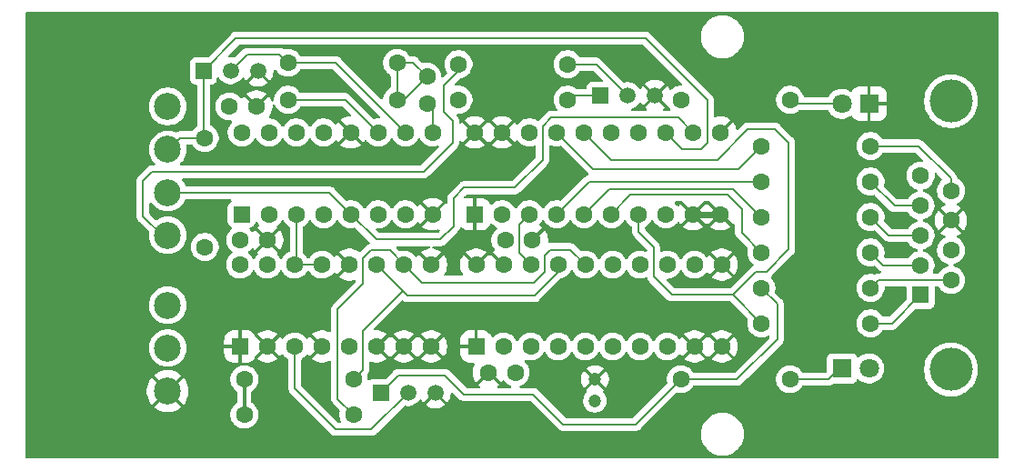
<source format=gbr>
%TF.GenerationSoftware,KiCad,Pcbnew,9.0.3-9.0.3-0~ubuntu24.04.1*%
%TF.CreationDate,2025-12-16T09:39:42+00:00*%
%TF.ProjectId,SuperNinePin,53757065-724e-4696-9e65-50696e2e6b69,rev?*%
%TF.SameCoordinates,Original*%
%TF.FileFunction,Copper,L1,Top*%
%TF.FilePolarity,Positive*%
%FSLAX46Y46*%
G04 Gerber Fmt 4.6, Leading zero omitted, Abs format (unit mm)*
G04 Created by KiCad (PCBNEW 9.0.3-9.0.3-0~ubuntu24.04.1) date 2025-12-16 09:39:42*
%MOMM*%
%LPD*%
G01*
G04 APERTURE LIST*
G04 Aperture macros list*
%AMRoundRect*
0 Rectangle with rounded corners*
0 $1 Rounding radius*
0 $2 $3 $4 $5 $6 $7 $8 $9 X,Y pos of 4 corners*
0 Add a 4 corners polygon primitive as box body*
4,1,4,$2,$3,$4,$5,$6,$7,$8,$9,$2,$3,0*
0 Add four circle primitives for the rounded corners*
1,1,$1+$1,$2,$3*
1,1,$1+$1,$4,$5*
1,1,$1+$1,$6,$7*
1,1,$1+$1,$8,$9*
0 Add four rect primitives between the rounded corners*
20,1,$1+$1,$2,$3,$4,$5,0*
20,1,$1+$1,$4,$5,$6,$7,0*
20,1,$1+$1,$6,$7,$8,$9,0*
20,1,$1+$1,$8,$9,$2,$3,0*%
G04 Aperture macros list end*
%TA.AperFunction,ComponentPad*%
%ADD10C,1.600000*%
%TD*%
%TA.AperFunction,ComponentPad*%
%ADD11RoundRect,0.250000X0.550000X-0.550000X0.550000X0.550000X-0.550000X0.550000X-0.550000X-0.550000X0*%
%TD*%
%TA.AperFunction,ComponentPad*%
%ADD12C,2.500000*%
%TD*%
%TA.AperFunction,ComponentPad*%
%ADD13R,1.500000X1.500000*%
%TD*%
%TA.AperFunction,ComponentPad*%
%ADD14C,1.500000*%
%TD*%
%TA.AperFunction,ComponentPad*%
%ADD15R,1.800000X1.800000*%
%TD*%
%TA.AperFunction,ComponentPad*%
%ADD16C,1.800000*%
%TD*%
%TA.AperFunction,ComponentPad*%
%ADD17C,4.000000*%
%TD*%
%TA.AperFunction,ComponentPad*%
%ADD18R,1.600000X1.600000*%
%TD*%
%TA.AperFunction,ComponentPad*%
%ADD19C,1.200000*%
%TD*%
%TA.AperFunction,Conductor*%
%ADD20C,0.200000*%
%TD*%
%TA.AperFunction,Conductor*%
%ADD21C,0.600000*%
%TD*%
%TA.AperFunction,Conductor*%
%ADD22C,0.300000*%
%TD*%
G04 APERTURE END LIST*
D10*
%TO.P,C7,1*%
%TO.N,+5V*%
X175748000Y-65659000D03*
%TO.P,C7,2*%
%TO.N,GND*%
X173248000Y-65659000D03*
%TD*%
D11*
%TO.P,U2,1,PGND*%
%TO.N,GND*%
X172085000Y-63246000D03*
D10*
%TO.P,U2,2,VCC*%
%TO.N,+5V*%
X174625000Y-63246000D03*
%TO.P,U2,3,SER_IN*%
%TO.N,Net-(Q2-D)*%
X177165000Y-63246000D03*
%TO.P,U2,4,DRAIN0*%
%TO.N,unconnected-(U2-DRAIN0-Pad4)*%
X179705000Y-63246000D03*
%TO.P,U2,5,DRAIN1*%
%TO.N,unconnected-(U2-DRAIN1-Pad5)*%
X182245000Y-63246000D03*
%TO.P,U2,6,DRAIN2*%
%TO.N,unconnected-(U2-DRAIN2-Pad6)*%
X184785000Y-63246000D03*
%TO.P,U2,7,DRAIN3*%
%TO.N,unconnected-(U2-DRAIN3-Pad7)*%
X187325000Y-63246000D03*
%TO.P,U2,8,~{SRCLR}*%
%TO.N,+5V*%
X189865000Y-63246000D03*
%TO.P,U2,9,~{G}*%
%TO.N,GND*%
X192405000Y-63246000D03*
%TO.P,U2,10,PGND*%
X194945000Y-63246000D03*
%TO.P,U2,11,PGND*%
X194945000Y-55626000D03*
%TO.P,U2,12,RCLK*%
%TO.N,/SNES_Latch*%
X192405000Y-55626000D03*
%TO.P,U2,13,SRCK*%
%TO.N,/SNES_Clock*%
X189865000Y-55626000D03*
%TO.P,U2,14,DRAIN4*%
%TO.N,/SNES_R*%
X187325000Y-55626000D03*
%TO.P,U2,15,DRAIN5*%
%TO.N,/SNES_L*%
X184785000Y-55626000D03*
%TO.P,U2,16,DRAIN6*%
%TO.N,/SNES_X*%
X182245000Y-55626000D03*
%TO.P,U2,17,DRAIN7*%
%TO.N,/SNES_A*%
X179705000Y-55626000D03*
%TO.P,U2,18,SER_OUT*%
%TO.N,Net-(U2-SER_OUT)*%
X177165000Y-55626000D03*
%TO.P,U2,19,LGND*%
%TO.N,GND*%
X174625000Y-55626000D03*
%TO.P,U2,20,PGND*%
X172085000Y-55626000D03*
%TD*%
D11*
%TO.P,U1,1,Q12*%
%TO.N,unconnected-(U1-Q12-Pad1)*%
X150241000Y-50927000D03*
D10*
%TO.P,U1,2,Q13*%
%TO.N,unconnected-(U1-Q13-Pad2)*%
X152781000Y-50927000D03*
%TO.P,U1,3,Q14*%
%TO.N,/Turbo_Fire*%
X155321000Y-50927000D03*
%TO.P,U1,4,Q6*%
%TO.N,unconnected-(U1-Q6-Pad4)*%
X157861000Y-50927000D03*
%TO.P,U1,5,Q5*%
%TO.N,/SNES_Latch*%
X160401000Y-50927000D03*
%TO.P,U1,6,Q7*%
%TO.N,unconnected-(U1-Q7-Pad6)*%
X162941000Y-50927000D03*
%TO.P,U1,7,Q4*%
%TO.N,unconnected-(U1-Q4-Pad7)*%
X165481000Y-50927000D03*
%TO.P,U1,8,VSS*%
%TO.N,GND*%
X168021000Y-50927000D03*
%TO.P,U1,9,C_{SET}*%
%TO.N,Net-(U1-C_{SET})*%
X168021000Y-43307000D03*
%TO.P,U1,10,R_{SET}*%
%TO.N,Net-(Q3-G)*%
X165481000Y-43307000D03*
%TO.P,U1,11,~{CLK}*%
%TO.N,Net-(U1-~{CLK})*%
X162941000Y-43307000D03*
%TO.P,U1,12,RESET*%
%TO.N,GND*%
X160401000Y-43307000D03*
%TO.P,U1,13,Q9*%
%TO.N,unconnected-(U1-Q9-Pad13)*%
X157861000Y-43307000D03*
%TO.P,U1,14,Q8*%
%TO.N,unconnected-(U1-Q8-Pad14)*%
X155321000Y-43307000D03*
%TO.P,U1,15,Q10*%
%TO.N,unconnected-(U1-Q10-Pad15)*%
X152781000Y-43307000D03*
%TO.P,U1,16,VDD*%
%TO.N,+5V*%
X150241000Y-43307000D03*
%TD*%
D12*
%TO.P,J2,1,Pin_1*%
%TO.N,+5V*%
X143357600Y-40895500D03*
%TO.P,J2,2,Pin_2*%
%TO.N,/SNES_Clock*%
X143357600Y-44895500D03*
%TO.P,J2,3,Pin_3*%
%TO.N,/SNES_Latch*%
X143357600Y-48895500D03*
%TO.P,J2,4,Pin_4*%
%TO.N,/SNES_Data*%
X143357600Y-52895500D03*
%TO.P,J2,5,Pin_5*%
%TO.N,unconnected-(J2-Pin_5-Pad5)*%
X143357600Y-59395500D03*
%TO.P,J2,6,Pin_6*%
%TO.N,unconnected-(J2-Pin_6-Pad6)*%
X143357600Y-63395500D03*
%TO.P,J2,7,Pin_7*%
%TO.N,GND*%
X143357600Y-67395500D03*
%TD*%
D10*
%TO.P,C1,1*%
%TO.N,Net-(C1-Pad1)*%
X167513000Y-38120000D03*
%TO.P,C1,2*%
%TO.N,Net-(U1-C_{SET})*%
X167513000Y-40620000D03*
%TD*%
D13*
%TO.P,Q1,1,D*%
%TO.N,/Turbo_Trigger*%
X163195000Y-67543000D03*
D14*
%TO.P,Q1,2,G*%
%TO.N,Net-(Q1-G)*%
X165735000Y-67543000D03*
%TO.P,Q1,3,S*%
%TO.N,GND*%
X168275000Y-67543000D03*
%TD*%
D10*
%TO.P,R5,1*%
%TO.N,Net-(C1-Pad1)*%
X164719000Y-36830000D03*
%TO.P,R5,2*%
%TO.N,Net-(Q3-G)*%
X154559000Y-36830000D03*
%TD*%
%TO.P,R3,1*%
%TO.N,Net-(Q2-D)*%
X180594000Y-40259000D03*
%TO.P,R3,2*%
%TO.N,+5V*%
X170434000Y-40259000D03*
%TD*%
D11*
%TO.P,U3,1,PGND*%
%TO.N,GND*%
X171958000Y-50927000D03*
D10*
%TO.P,U3,2,VCC*%
%TO.N,+5V*%
X174498000Y-50927000D03*
%TO.P,U3,3,SER_IN*%
%TO.N,Net-(U2-SER_OUT)*%
X177038000Y-50927000D03*
%TO.P,U3,4,DRAIN0*%
%TO.N,/SNES_Right*%
X179578000Y-50927000D03*
%TO.P,U3,5,DRAIN1*%
%TO.N,/SNES_Left*%
X182118000Y-50927000D03*
%TO.P,U3,6,DRAIN2*%
%TO.N,/SNES_Down*%
X184658000Y-50927000D03*
%TO.P,U3,7,DRAIN3*%
%TO.N,/SNES_Up*%
X187198000Y-50927000D03*
%TO.P,U3,8,~{SRCLR}*%
%TO.N,+5V*%
X189738000Y-50927000D03*
%TO.P,U3,9,~{G}*%
%TO.N,GND*%
X192278000Y-50927000D03*
%TO.P,U3,10,PGND*%
X194818000Y-50927000D03*
%TO.P,U3,11,PGND*%
X194818000Y-43307000D03*
%TO.P,U3,12,RCLK*%
%TO.N,/SNES_Latch*%
X192278000Y-43307000D03*
%TO.P,U3,13,SRCK*%
%TO.N,/SNES_Clock*%
X189738000Y-43307000D03*
%TO.P,U3,14,DRAIN4*%
%TO.N,/SNES_Start*%
X187198000Y-43307000D03*
%TO.P,U3,15,DRAIN5*%
%TO.N,/SNES_Select*%
X184658000Y-43307000D03*
%TO.P,U3,16,DRAIN6*%
%TO.N,/SNES_Up*%
X182118000Y-43307000D03*
%TO.P,U3,17,DRAIN7*%
%TO.N,/SNES_B*%
X179578000Y-43307000D03*
%TO.P,U3,18,SER_OUT*%
%TO.N,unconnected-(U3-SER_OUT-Pad18)*%
X177038000Y-43307000D03*
%TO.P,U3,19,LGND*%
%TO.N,GND*%
X174498000Y-43307000D03*
%TO.P,U3,20,PGND*%
X171958000Y-43307000D03*
%TD*%
D13*
%TO.P,Q3,1,D*%
%TO.N,/SNES_Clock*%
X146685000Y-37571000D03*
D14*
%TO.P,Q3,2,G*%
%TO.N,Net-(Q3-G)*%
X149225000Y-37571000D03*
%TO.P,Q3,3,S*%
%TO.N,GND*%
X151765000Y-37571000D03*
%TD*%
D10*
%TO.P,R11,1*%
%TO.N,/SNES_Down*%
X198628000Y-54483000D03*
%TO.P,R11,2*%
%TO.N,/DOWN*%
X208788000Y-54483000D03*
%TD*%
%TO.P,R9,1*%
%TO.N,/SNES_Up*%
X198628000Y-61087000D03*
%TO.P,R9,2*%
%TO.N,/UP*%
X208788000Y-61087000D03*
%TD*%
%TO.P,R12,1*%
%TO.N,/SNES_Left*%
X198628000Y-51181000D03*
%TO.P,R12,2*%
%TO.N,/LEFT*%
X208788000Y-51181000D03*
%TD*%
%TO.P,R1,1*%
%TO.N,+5V*%
X150495000Y-66294000D03*
%TO.P,R1,2*%
%TO.N,/SNES_A*%
X160655000Y-66294000D03*
%TD*%
%TO.P,R4,1*%
%TO.N,Net-(Q2-G)*%
X180594000Y-36957000D03*
%TO.P,R4,2*%
%TO.N,/SNES_Data*%
X170434000Y-36957000D03*
%TD*%
%TO.P,R6,1*%
%TO.N,+5V*%
X191135000Y-40259000D03*
%TO.P,R6,2*%
%TO.N,Net-(D2-A)*%
X201295000Y-40259000D03*
%TD*%
%TO.P,R2,1*%
%TO.N,+5V*%
X150495000Y-69596000D03*
%TO.P,R2,2*%
%TO.N,/SNES_X*%
X160655000Y-69596000D03*
%TD*%
%TO.P,R14,1*%
%TO.N,/SNES_B*%
X198628000Y-44577000D03*
%TO.P,R14,2*%
%TO.N,/BUTTON2*%
X208788000Y-44577000D03*
%TD*%
D15*
%TO.P,D2,1,K*%
%TO.N,GND*%
X208661000Y-40640000D03*
D16*
%TO.P,D2,2,A*%
%TO.N,Net-(D2-A)*%
X206121000Y-40640000D03*
%TD*%
D10*
%TO.P,R8,1*%
%TO.N,/SNES_Clock*%
X146812000Y-43815000D03*
%TO.P,R8,2*%
%TO.N,+5V*%
X146812000Y-53975000D03*
%TD*%
%TO.P,C4,1*%
%TO.N,+5V*%
X149118000Y-40894000D03*
%TO.P,C4,2*%
%TO.N,GND*%
X151618000Y-40894000D03*
%TD*%
D13*
%TO.P,Q2,1,D*%
%TO.N,Net-(Q2-D)*%
X183642000Y-39878000D03*
D14*
%TO.P,Q2,2,G*%
%TO.N,Net-(Q2-G)*%
X186182000Y-39878000D03*
%TO.P,Q2,3,S*%
%TO.N,GND*%
X188722000Y-39878000D03*
%TD*%
D10*
%TO.P,R13,1*%
%TO.N,/SNES_Right*%
X198628000Y-47879000D03*
%TO.P,R13,2*%
%TO.N,/RIGHT*%
X208788000Y-47879000D03*
%TD*%
%TO.P,R10,1*%
%TO.N,/Turbo_Trigger*%
X198628000Y-57785000D03*
%TO.P,R10,2*%
%TO.N,/BUTTON1*%
X208788000Y-57785000D03*
%TD*%
D17*
%TO.P,J3,0*%
%TO.N,N/C*%
X216281000Y-65395500D03*
X216281000Y-40395500D03*
D18*
%TO.P,J3,1,1*%
%TO.N,/UP*%
X213441000Y-58435500D03*
D10*
%TO.P,J3,2,2*%
%TO.N,/DOWN*%
X213441000Y-55665500D03*
%TO.P,J3,3,3*%
%TO.N,/LEFT*%
X213441000Y-52895500D03*
%TO.P,J3,4,4*%
%TO.N,/RIGHT*%
X213441000Y-50125500D03*
%TO.P,J3,5,5*%
%TO.N,unconnected-(J3-Pad5)*%
X213441000Y-47355500D03*
%TO.P,J3,6,6*%
%TO.N,/BUTTON1*%
X216281000Y-57050500D03*
%TO.P,J3,7,7*%
%TO.N,+5V*%
X216281000Y-54280500D03*
%TO.P,J3,8,8*%
%TO.N,GND*%
X216281000Y-51510500D03*
%TO.P,J3,9,9*%
%TO.N,/BUTTON2*%
X216281000Y-48740500D03*
%TD*%
D19*
%TO.P,C2,1*%
%TO.N,+5V*%
X183134000Y-68294000D03*
%TO.P,C2,2*%
%TO.N,GND*%
X183134000Y-66294000D03*
%TD*%
D10*
%TO.P,R15,1*%
%TO.N,Net-(D1-K)*%
X201295000Y-66294000D03*
%TO.P,R15,2*%
%TO.N,/Turbo_Trigger*%
X191135000Y-66294000D03*
%TD*%
%TO.P,C6,1*%
%TO.N,+5V*%
X174792000Y-53340000D03*
%TO.P,C6,2*%
%TO.N,GND*%
X177292000Y-53340000D03*
%TD*%
D11*
%TO.P,U9,1,X4*%
%TO.N,GND*%
X150114000Y-63246000D03*
D10*
%TO.P,U9,2,X6*%
X152654000Y-63246000D03*
%TO.P,U9,3,X*%
%TO.N,Net-(Q1-G)*%
X155194000Y-63246000D03*
%TO.P,U9,4,X7*%
%TO.N,GND*%
X157734000Y-63246000D03*
%TO.P,U9,5,X5*%
X160274000Y-63246000D03*
%TO.P,U9,6,Inh*%
X162814000Y-63246000D03*
%TO.P,U9,7,VEE*%
X165354000Y-63246000D03*
%TO.P,U9,8,VSS*%
X167894000Y-63246000D03*
%TO.P,U9,9,C*%
X167894000Y-55626000D03*
%TO.P,U9,10,B*%
%TO.N,/SNES_X*%
X165354000Y-55626000D03*
%TO.P,U9,11,A*%
%TO.N,/SNES_A*%
X162814000Y-55626000D03*
%TO.P,U9,12,X3*%
%TO.N,GND*%
X160274000Y-55626000D03*
%TO.P,U9,13,X0*%
%TO.N,/Turbo_Fire*%
X157734000Y-55626000D03*
%TO.P,U9,14,X1*%
X155194000Y-55626000D03*
%TO.P,U9,15,X2*%
%TO.N,+5V*%
X152654000Y-55626000D03*
%TO.P,U9,16,VDD*%
X150114000Y-55626000D03*
%TD*%
%TO.P,C5,1*%
%TO.N,+5V*%
X150134000Y-53340000D03*
%TO.P,C5,2*%
%TO.N,GND*%
X152634000Y-53340000D03*
%TD*%
D15*
%TO.P,D1,1,K*%
%TO.N,Net-(D1-K)*%
X206121000Y-65278000D03*
D16*
%TO.P,D1,2,A*%
%TO.N,+5V*%
X208661000Y-65278000D03*
%TD*%
D10*
%TO.P,R7,1*%
%TO.N,Net-(C1-Pad1)*%
X164719000Y-40259000D03*
%TO.P,R7,2*%
%TO.N,Net-(U1-~{CLK})*%
X154559000Y-40259000D03*
%TD*%
D20*
%TO.N,Net-(D1-K)*%
X205867000Y-65278000D02*
X204851000Y-66294000D01*
X206121000Y-65278000D02*
X205867000Y-65278000D01*
X204851000Y-66294000D02*
X201295000Y-66294000D01*
D21*
%TO.N,GND*%
X194818000Y-50927000D02*
X192278000Y-50927000D01*
D20*
%TO.N,/BUTTON1*%
X208788000Y-57785000D02*
X209522500Y-57050500D01*
X209522500Y-57050500D02*
X216281000Y-57050500D01*
D22*
%TO.N,+5V*%
X150495000Y-66294000D02*
X150495000Y-69596000D01*
D20*
%TO.N,Net-(D2-A)*%
X206121000Y-40640000D02*
X201676000Y-40640000D01*
X201676000Y-40640000D02*
X201295000Y-40259000D01*
%TO.N,/DOWN*%
X213441000Y-55665500D02*
X209970500Y-55665500D01*
X209970500Y-55665500D02*
X208788000Y-54483000D01*
%TO.N,/LEFT*%
X213441000Y-52895500D02*
X210502500Y-52895500D01*
X210502500Y-52895500D02*
X208788000Y-51181000D01*
%TO.N,/BUTTON2*%
X216281000Y-48740500D02*
X216281000Y-47609130D01*
X216281000Y-47609130D02*
X213248870Y-44577000D01*
X213248870Y-44577000D02*
X208788000Y-44577000D01*
%TO.N,/RIGHT*%
X211034500Y-50125500D02*
X208788000Y-47879000D01*
X213441000Y-50125500D02*
X211034500Y-50125500D01*
%TO.N,/UP*%
X210789500Y-61087000D02*
X213441000Y-58435500D01*
X208788000Y-61087000D02*
X210789500Y-61087000D01*
%TO.N,Net-(Q1-G)*%
X162310400Y-70967600D02*
X165735000Y-67543000D01*
X155194000Y-63246000D02*
X155194000Y-67157600D01*
X159004000Y-70967600D02*
X162310400Y-70967600D01*
X155194000Y-67157600D02*
X159004000Y-70967600D01*
%TO.N,Net-(Q2-G)*%
X186182000Y-39878000D02*
X183261000Y-36957000D01*
X183261000Y-36957000D02*
X180594000Y-36957000D01*
%TO.N,Net-(Q2-D)*%
X183642000Y-39878000D02*
X180975000Y-39878000D01*
X180975000Y-39878000D02*
X180594000Y-40259000D01*
%TO.N,/SNES_Data*%
X143357600Y-52944800D02*
X142860800Y-52944800D01*
X169875200Y-44297600D02*
X169875200Y-42214800D01*
X170434000Y-37592000D02*
X170434000Y-36957000D01*
X141884400Y-46990000D02*
X167182800Y-46990000D01*
X169062400Y-41402000D02*
X169062400Y-38963600D01*
X141071600Y-47802800D02*
X141884400Y-46990000D01*
X169062400Y-38963600D02*
X170434000Y-37592000D01*
X167182800Y-46990000D02*
X169875200Y-44297600D01*
X169875200Y-42214800D02*
X169062400Y-41402000D01*
X141071600Y-51155600D02*
X141071600Y-47802800D01*
X142860800Y-52944800D02*
X141071600Y-51155600D01*
%TO.N,Net-(Q3-G)*%
X153759001Y-36030001D02*
X150765999Y-36030001D01*
X165481000Y-43307000D02*
X159004000Y-36830000D01*
X154559000Y-36830000D02*
X153759001Y-36030001D01*
X159004000Y-36830000D02*
X154559000Y-36830000D01*
X150765999Y-36030001D02*
X149225000Y-37571000D01*
%TO.N,Net-(C1-Pad1)*%
X166223000Y-36830000D02*
X167513000Y-38120000D01*
X167513000Y-38120000D02*
X165374000Y-40259000D01*
X164719000Y-36830000D02*
X166223000Y-36830000D01*
X165374000Y-40259000D02*
X164719000Y-40259000D01*
X164719000Y-40259000D02*
X164719000Y-36830000D01*
%TO.N,Net-(U1-~{CLK})*%
X159893000Y-40259000D02*
X154559000Y-40259000D01*
X162941000Y-43307000D02*
X159893000Y-40259000D01*
%TO.N,/SNES_Clock*%
X146812000Y-43815000D02*
X144487400Y-43815000D01*
X193598800Y-44246800D02*
X193598800Y-40284400D01*
X144487400Y-43815000D02*
X143357600Y-44944800D01*
X146685000Y-43688000D02*
X146812000Y-43815000D01*
X191287400Y-44856400D02*
X192989200Y-44856400D01*
X146685000Y-37571000D02*
X146685000Y-43688000D01*
X189738000Y-43307000D02*
X191287400Y-44856400D01*
X187858400Y-34544000D02*
X149712000Y-34544000D01*
X149712000Y-34544000D02*
X146685000Y-37571000D01*
X193598800Y-40284400D02*
X187858400Y-34544000D01*
X192989200Y-44856400D02*
X193598800Y-44246800D01*
%TO.N,Net-(U1-C_{SET})*%
X168021000Y-41128000D02*
X167513000Y-40620000D01*
X168021000Y-43307000D02*
X168021000Y-41128000D01*
%TO.N,/SNES_Latch*%
X162763200Y-53289200D02*
X168757600Y-53289200D01*
X190881000Y-41910000D02*
X192278000Y-43307000D01*
X170942000Y-48463200D02*
X175666400Y-48463200D01*
X169976800Y-49428400D02*
X170942000Y-48463200D01*
X178257200Y-42722800D02*
X179070000Y-41910000D01*
X179070000Y-41910000D02*
X190881000Y-41910000D01*
X168757600Y-53289200D02*
X169976800Y-52070000D01*
X143357600Y-48944800D02*
X158418800Y-48944800D01*
X169976800Y-52070000D02*
X169976800Y-49428400D01*
X178257200Y-45872400D02*
X178257200Y-42722800D01*
X175666400Y-48463200D02*
X178257200Y-45872400D01*
X160401000Y-50927000D02*
X162763200Y-53289200D01*
X158418800Y-48944800D02*
X160401000Y-50927000D01*
%TO.N,/Turbo_Fire*%
X155194000Y-55626000D02*
X157734000Y-55626000D01*
X155321000Y-55499000D02*
X155194000Y-55626000D01*
X155321000Y-50927000D02*
X155321000Y-55499000D01*
%TO.N,Net-(U2-SER_OUT)*%
X176072800Y-51892200D02*
X176072800Y-54533800D01*
X176072800Y-54533800D02*
X177165000Y-55626000D01*
X177038000Y-50927000D02*
X176072800Y-51892200D01*
%TO.N,/SNES_X*%
X177469800Y-57277000D02*
X178435000Y-56311800D01*
X180848000Y-54229000D02*
X182245000Y-55626000D01*
X178435000Y-56311800D02*
X178435000Y-54737000D01*
X159173000Y-68114000D02*
X159173000Y-59775000D01*
X167005000Y-57277000D02*
X177469800Y-57277000D01*
X161544000Y-57404000D02*
X161544000Y-55016400D01*
X159173000Y-59775000D02*
X161544000Y-57404000D01*
X178435000Y-54737000D02*
X178943000Y-54229000D01*
X162255200Y-54305200D02*
X164033200Y-54305200D01*
X178943000Y-54229000D02*
X180848000Y-54229000D01*
X164033200Y-54305200D02*
X165354000Y-55626000D01*
X161544000Y-55016400D02*
X162255200Y-54305200D01*
X165354000Y-55626000D02*
X167005000Y-57277000D01*
X160655000Y-69596000D02*
X159173000Y-68114000D01*
%TO.N,/SNES_A*%
X160655000Y-66294000D02*
X161493200Y-65455800D01*
X177495200Y-58521600D02*
X179705000Y-56311800D01*
X162814000Y-55626000D02*
X165227000Y-58039000D01*
X161493200Y-61772800D02*
X165227000Y-58039000D01*
X165227000Y-58039000D02*
X165709600Y-58521600D01*
X161493200Y-65455800D02*
X161493200Y-61772800D01*
X165709600Y-58521600D02*
X177495200Y-58521600D01*
X179705000Y-56311800D02*
X179705000Y-55626000D01*
%TO.N,/SNES_B*%
X198628000Y-44577000D02*
X196494400Y-46710600D01*
X182981600Y-46710600D02*
X179578000Y-43307000D01*
X196494400Y-46710600D02*
X182981600Y-46710600D01*
%TO.N,/SNES_Left*%
X184480200Y-48564800D02*
X182118000Y-50927000D01*
X196011800Y-48564800D02*
X184480200Y-48564800D01*
X198628000Y-51181000D02*
X196011800Y-48564800D01*
%TO.N,/SNES_Right*%
X198628000Y-47879000D02*
X182626000Y-47879000D01*
X182626000Y-47879000D02*
X179578000Y-50927000D01*
%TO.N,/SNES_Down*%
X196799200Y-50444400D02*
X195478400Y-49123600D01*
X195478400Y-49123600D02*
X186461400Y-49123600D01*
X186461400Y-49123600D02*
X184658000Y-50927000D01*
X196799200Y-52654200D02*
X196799200Y-50444400D01*
X198628000Y-54483000D02*
X196799200Y-52654200D01*
%TO.N,/SNES_Up*%
X198120000Y-56261000D02*
X195961000Y-58420000D01*
X197358000Y-43002200D02*
X199923400Y-43002200D01*
X187198000Y-52578000D02*
X187198000Y-50927000D01*
X198628000Y-61087000D02*
X195961000Y-58420000D01*
X199110600Y-56261000D02*
X198120000Y-56261000D01*
X195961000Y-58420000D02*
X190296800Y-58420000D01*
X184658000Y-45847000D02*
X194513200Y-45847000D01*
X188595000Y-56718200D02*
X188595000Y-53975000D01*
X194513200Y-45847000D02*
X197358000Y-43002200D01*
X190296800Y-58420000D02*
X188595000Y-56718200D01*
X188595000Y-53975000D02*
X187198000Y-52578000D01*
X201168000Y-44246800D02*
X201168000Y-54203600D01*
X182118000Y-43307000D02*
X184658000Y-45847000D01*
X201168000Y-54203600D02*
X199110600Y-56261000D01*
X199923400Y-43002200D02*
X201168000Y-44246800D01*
%TO.N,/Turbo_Trigger*%
X170942000Y-67716400D02*
X177393600Y-67716400D01*
X198628000Y-57785000D02*
X200126600Y-59283600D01*
X169164000Y-65938400D02*
X170942000Y-67716400D01*
X196367400Y-66294000D02*
X191135000Y-66294000D01*
X180187600Y-70510400D02*
X186918600Y-70510400D01*
X186918600Y-70510400D02*
X191135000Y-66294000D01*
X177393600Y-67716400D02*
X180187600Y-70510400D01*
X163195000Y-67543000D02*
X164799600Y-65938400D01*
X200126600Y-59283600D02*
X200126600Y-62534800D01*
X200126600Y-62534800D02*
X196367400Y-66294000D01*
X164799600Y-65938400D02*
X169164000Y-65938400D01*
%TD*%
%TA.AperFunction,Conductor*%
%TO.N,GND*%
G36*
X157413920Y-63491606D02*
G01*
X157488394Y-63566080D01*
X157575664Y-63616465D01*
X156782982Y-64409147D01*
X156782983Y-64409148D01*
X156947825Y-64528912D01*
X157158197Y-64636102D01*
X157382752Y-64709065D01*
X157382751Y-64709065D01*
X157615948Y-64746000D01*
X157852052Y-64746000D01*
X158085247Y-64709065D01*
X158309804Y-64636102D01*
X158392204Y-64594117D01*
X158460874Y-64581220D01*
X158525614Y-64607496D01*
X158565872Y-64664602D01*
X158572500Y-64704601D01*
X158572500Y-68027330D01*
X158572499Y-68027348D01*
X158572499Y-68193054D01*
X158572498Y-68193054D01*
X158573534Y-68196920D01*
X158613423Y-68345785D01*
X158620271Y-68357646D01*
X158692477Y-68482712D01*
X158692481Y-68482717D01*
X158811349Y-68601585D01*
X158811355Y-68601590D01*
X159360922Y-69151157D01*
X159394407Y-69212480D01*
X159391173Y-69277155D01*
X159386522Y-69291468D01*
X159354500Y-69493648D01*
X159354500Y-69698351D01*
X159386522Y-69900534D01*
X159423726Y-70015035D01*
X159449780Y-70095219D01*
X159449781Y-70095222D01*
X159449782Y-70095223D01*
X159496445Y-70186805D01*
X159496953Y-70189510D01*
X159498754Y-70191589D01*
X159503362Y-70223640D01*
X159509341Y-70255475D01*
X159508306Y-70258023D01*
X159508698Y-70260747D01*
X159495241Y-70290212D01*
X159483064Y-70320215D01*
X159480816Y-70321799D01*
X159479673Y-70324303D01*
X159452424Y-70341814D01*
X159425958Y-70360472D01*
X159422501Y-70361044D01*
X159420895Y-70362077D01*
X159385960Y-70367100D01*
X159304098Y-70367100D01*
X159237059Y-70347415D01*
X159216417Y-70330781D01*
X155830819Y-66945183D01*
X155797334Y-66883860D01*
X155794500Y-66857502D01*
X155794500Y-64475601D01*
X155814185Y-64408562D01*
X155862206Y-64365116D01*
X155875610Y-64358287D01*
X156041219Y-64237966D01*
X156185966Y-64093219D01*
X156241144Y-64017272D01*
X156296472Y-63974607D01*
X156366085Y-63968626D01*
X156427881Y-64001231D01*
X156447917Y-64028400D01*
X156448540Y-64028019D01*
X156451084Y-64032170D01*
X156570850Y-64197015D01*
X156570851Y-64197016D01*
X157363533Y-63404332D01*
X157413920Y-63491606D01*
G37*
%TD.AperFunction*%
%TA.AperFunction,Conductor*%
G36*
X186072227Y-56151389D02*
G01*
X186084808Y-56150850D01*
X186104673Y-56162445D01*
X186126445Y-56169865D01*
X186135719Y-56180568D01*
X186145150Y-56186073D01*
X186165483Y-56214916D01*
X186195837Y-56274489D01*
X186212715Y-56307614D01*
X186333028Y-56473213D01*
X186477786Y-56617971D01*
X186604318Y-56709900D01*
X186643390Y-56738287D01*
X186743208Y-56789147D01*
X186825776Y-56831218D01*
X186825778Y-56831218D01*
X186825781Y-56831220D01*
X186880690Y-56849061D01*
X187020465Y-56894477D01*
X187111616Y-56908914D01*
X187222648Y-56926500D01*
X187222649Y-56926500D01*
X187427351Y-56926500D01*
X187427352Y-56926500D01*
X187629534Y-56894477D01*
X187824219Y-56831220D01*
X187845612Y-56820319D01*
X187861305Y-56817371D01*
X187875308Y-56809689D01*
X187894936Y-56811053D01*
X187914277Y-56807420D01*
X187929077Y-56813426D01*
X187945009Y-56814534D01*
X187960783Y-56826293D01*
X187979019Y-56833694D01*
X187988881Y-56847239D01*
X188001026Y-56856293D01*
X188012242Y-56879324D01*
X188018003Y-56887236D01*
X188020122Y-56892885D01*
X188035423Y-56949985D01*
X188047812Y-56971443D01*
X188052927Y-56980302D01*
X188114477Y-57086912D01*
X188114481Y-57086917D01*
X188233349Y-57205785D01*
X188233354Y-57205789D01*
X189928084Y-58900520D01*
X189928086Y-58900521D01*
X189928090Y-58900524D01*
X190009309Y-58947415D01*
X190065016Y-58979577D01*
X190217743Y-59020501D01*
X190217745Y-59020501D01*
X190383454Y-59020501D01*
X190383470Y-59020500D01*
X195660903Y-59020500D01*
X195727942Y-59040185D01*
X195748584Y-59056819D01*
X197333921Y-60642157D01*
X197367406Y-60703480D01*
X197364173Y-60768149D01*
X197359523Y-60782460D01*
X197359523Y-60782462D01*
X197327500Y-60984648D01*
X197327500Y-61189351D01*
X197359522Y-61391534D01*
X197422781Y-61586223D01*
X197467992Y-61674953D01*
X197514486Y-61766202D01*
X197515715Y-61768613D01*
X197636028Y-61934213D01*
X197780786Y-62078971D01*
X197906802Y-62170525D01*
X197946390Y-62199287D01*
X198051910Y-62253052D01*
X198128776Y-62292218D01*
X198128778Y-62292218D01*
X198128781Y-62292220D01*
X198177264Y-62307973D01*
X198323465Y-62355477D01*
X198424557Y-62371488D01*
X198525648Y-62387500D01*
X198525649Y-62387500D01*
X198730351Y-62387500D01*
X198730352Y-62387500D01*
X198932534Y-62355477D01*
X199127219Y-62292220D01*
X199230350Y-62239671D01*
X199299019Y-62226776D01*
X199363760Y-62253052D01*
X199404017Y-62310159D01*
X199407009Y-62379964D01*
X199374326Y-62437838D01*
X196154984Y-65657181D01*
X196093661Y-65690666D01*
X196067303Y-65693500D01*
X192364602Y-65693500D01*
X192297563Y-65673815D01*
X192254117Y-65625795D01*
X192247284Y-65612385D01*
X192126971Y-65446786D01*
X191982213Y-65302028D01*
X191816613Y-65181715D01*
X191816612Y-65181714D01*
X191816610Y-65181713D01*
X191759653Y-65152691D01*
X191634223Y-65088781D01*
X191439534Y-65025522D01*
X191264995Y-64997878D01*
X191237352Y-64993500D01*
X191032648Y-64993500D01*
X191008329Y-64997351D01*
X190830465Y-65025522D01*
X190635776Y-65088781D01*
X190453386Y-65181715D01*
X190287786Y-65302028D01*
X190143028Y-65446786D01*
X190022715Y-65612386D01*
X189929781Y-65794776D01*
X189866522Y-65989465D01*
X189841334Y-66148499D01*
X189834500Y-66191648D01*
X189834500Y-66396352D01*
X189838297Y-66420326D01*
X189866522Y-66598534D01*
X189871173Y-66612848D01*
X189873165Y-66682690D01*
X189840921Y-66738842D01*
X186706184Y-69873581D01*
X186644861Y-69907066D01*
X186618503Y-69909900D01*
X180487698Y-69909900D01*
X180420659Y-69890215D01*
X180400017Y-69873581D01*
X179623212Y-69096776D01*
X177881189Y-67354754D01*
X177881188Y-67354752D01*
X177762317Y-67235881D01*
X177762309Y-67235875D01*
X177655629Y-67174284D01*
X177625388Y-67156824D01*
X177625387Y-67156823D01*
X177564293Y-67140453D01*
X177472657Y-67115899D01*
X177314543Y-67115899D01*
X177306947Y-67115899D01*
X177306931Y-67115900D01*
X176255532Y-67115900D01*
X176188493Y-67096215D01*
X176142738Y-67043411D01*
X176132794Y-66974253D01*
X176161819Y-66910697D01*
X176217213Y-66873969D01*
X176247219Y-66864220D01*
X176429610Y-66771287D01*
X176535902Y-66694062D01*
X176595213Y-66650971D01*
X176595215Y-66650968D01*
X176595219Y-66650966D01*
X176739966Y-66506219D01*
X176739968Y-66506215D01*
X176739971Y-66506213D01*
X176802370Y-66420326D01*
X176860287Y-66340610D01*
X176936170Y-66191682D01*
X181834000Y-66191682D01*
X181834000Y-66396317D01*
X181866009Y-66598417D01*
X181929244Y-66793031D01*
X182022141Y-66975350D01*
X182022147Y-66975359D01*
X182114033Y-67101831D01*
X182114035Y-67101832D01*
X182844221Y-66371645D01*
X182854444Y-66409796D01*
X182893940Y-66478205D01*
X182949795Y-66534060D01*
X183018204Y-66573556D01*
X183056353Y-66583777D01*
X182326167Y-67313962D01*
X182342808Y-67326053D01*
X182385474Y-67381383D01*
X182391453Y-67450997D01*
X182358848Y-67512792D01*
X182357605Y-67514053D01*
X182294585Y-67577073D01*
X182192768Y-67717211D01*
X182114128Y-67871552D01*
X182060597Y-68036302D01*
X182035770Y-68193054D01*
X182033500Y-68207389D01*
X182033500Y-68380611D01*
X182041677Y-68432239D01*
X182058004Y-68535328D01*
X182060598Y-68551701D01*
X182114127Y-68716445D01*
X182192768Y-68870788D01*
X182294586Y-69010928D01*
X182417072Y-69133414D01*
X182557212Y-69235232D01*
X182711555Y-69313873D01*
X182876299Y-69367402D01*
X183047389Y-69394500D01*
X183047390Y-69394500D01*
X183220610Y-69394500D01*
X183220611Y-69394500D01*
X183391701Y-69367402D01*
X183556445Y-69313873D01*
X183710788Y-69235232D01*
X183850928Y-69133414D01*
X183973414Y-69010928D01*
X184075232Y-68870788D01*
X184153873Y-68716445D01*
X184207402Y-68551701D01*
X184234500Y-68380611D01*
X184234500Y-68207389D01*
X184207402Y-68036299D01*
X184153873Y-67871555D01*
X184075232Y-67717212D01*
X183973414Y-67577072D01*
X183910395Y-67514053D01*
X183876910Y-67452730D01*
X183881894Y-67383038D01*
X183923766Y-67327105D01*
X183925191Y-67326053D01*
X183941831Y-67313962D01*
X183211646Y-66583777D01*
X183249796Y-66573556D01*
X183318205Y-66534060D01*
X183374060Y-66478205D01*
X183413556Y-66409796D01*
X183423777Y-66371646D01*
X184153963Y-67101832D01*
X184153963Y-67101831D01*
X184245859Y-66975349D01*
X184338755Y-66793031D01*
X184401990Y-66598417D01*
X184434000Y-66396317D01*
X184434000Y-66191682D01*
X184401990Y-65989582D01*
X184338755Y-65794968D01*
X184245859Y-65612650D01*
X184153963Y-65486167D01*
X184153963Y-65486166D01*
X183423777Y-66216353D01*
X183413556Y-66178204D01*
X183374060Y-66109795D01*
X183318205Y-66053940D01*
X183249796Y-66014444D01*
X183211646Y-66004222D01*
X183941832Y-65274035D01*
X183941831Y-65274033D01*
X183815359Y-65182147D01*
X183815350Y-65182141D01*
X183633031Y-65089244D01*
X183438417Y-65026009D01*
X183236317Y-64994000D01*
X183031683Y-64994000D01*
X182829582Y-65026009D01*
X182634968Y-65089244D01*
X182452647Y-65182142D01*
X182326167Y-65274034D01*
X182326167Y-65274035D01*
X183056354Y-66004222D01*
X183018204Y-66014444D01*
X182949795Y-66053940D01*
X182893940Y-66109795D01*
X182854444Y-66178204D01*
X182844222Y-66216354D01*
X182114035Y-65486167D01*
X182114034Y-65486167D01*
X182022142Y-65612647D01*
X181929244Y-65794968D01*
X181866009Y-65989582D01*
X181834000Y-66191682D01*
X176936170Y-66191682D01*
X176953220Y-66158219D01*
X177016477Y-65963534D01*
X177048500Y-65761352D01*
X177048500Y-65556648D01*
X177016477Y-65354466D01*
X177011094Y-65337900D01*
X176960487Y-65182147D01*
X176953220Y-65159781D01*
X176953218Y-65159778D01*
X176953218Y-65159776D01*
X176900676Y-65056658D01*
X176860287Y-64977390D01*
X176795085Y-64887646D01*
X176739971Y-64811786D01*
X176606788Y-64678603D01*
X176573303Y-64617280D01*
X176578287Y-64547588D01*
X176620159Y-64491655D01*
X176685623Y-64467238D01*
X176732783Y-64472990D01*
X176826519Y-64503446D01*
X176860465Y-64514477D01*
X176951616Y-64528914D01*
X177062648Y-64546500D01*
X177062649Y-64546500D01*
X177267351Y-64546500D01*
X177267352Y-64546500D01*
X177469534Y-64514477D01*
X177664219Y-64451220D01*
X177846610Y-64358287D01*
X177979731Y-64261570D01*
X178012213Y-64237971D01*
X178012215Y-64237968D01*
X178012219Y-64237966D01*
X178156966Y-64093219D01*
X178156968Y-64093215D01*
X178156971Y-64093213D01*
X178277284Y-63927614D01*
X178277283Y-63927614D01*
X178277287Y-63927610D01*
X178324516Y-63834917D01*
X178372489Y-63784123D01*
X178440310Y-63767328D01*
X178506445Y-63789865D01*
X178545483Y-63834917D01*
X178567181Y-63877500D01*
X178592715Y-63927614D01*
X178713028Y-64093213D01*
X178857786Y-64237971D01*
X178996589Y-64338815D01*
X179023390Y-64358287D01*
X179086657Y-64390523D01*
X179205776Y-64451218D01*
X179205778Y-64451218D01*
X179205781Y-64451220D01*
X179280818Y-64475601D01*
X179400465Y-64514477D01*
X179491616Y-64528914D01*
X179602648Y-64546500D01*
X179602649Y-64546500D01*
X179807351Y-64546500D01*
X179807352Y-64546500D01*
X180009534Y-64514477D01*
X180204219Y-64451220D01*
X180386610Y-64358287D01*
X180519731Y-64261570D01*
X180552213Y-64237971D01*
X180552215Y-64237968D01*
X180552219Y-64237966D01*
X180696966Y-64093219D01*
X180696968Y-64093215D01*
X180696971Y-64093213D01*
X180817284Y-63927614D01*
X180817283Y-63927614D01*
X180817287Y-63927610D01*
X180864516Y-63834917D01*
X180912489Y-63784123D01*
X180980310Y-63767328D01*
X181046445Y-63789865D01*
X181085483Y-63834917D01*
X181107181Y-63877500D01*
X181132715Y-63927614D01*
X181253028Y-64093213D01*
X181397786Y-64237971D01*
X181536589Y-64338815D01*
X181563390Y-64358287D01*
X181626657Y-64390523D01*
X181745776Y-64451218D01*
X181745778Y-64451218D01*
X181745781Y-64451220D01*
X181820818Y-64475601D01*
X181940465Y-64514477D01*
X182031616Y-64528914D01*
X182142648Y-64546500D01*
X182142649Y-64546500D01*
X182347351Y-64546500D01*
X182347352Y-64546500D01*
X182549534Y-64514477D01*
X182744219Y-64451220D01*
X182926610Y-64358287D01*
X183059731Y-64261570D01*
X183092213Y-64237971D01*
X183092215Y-64237968D01*
X183092219Y-64237966D01*
X183236966Y-64093219D01*
X183236968Y-64093215D01*
X183236971Y-64093213D01*
X183357284Y-63927614D01*
X183357283Y-63927614D01*
X183357287Y-63927610D01*
X183404516Y-63834917D01*
X183452489Y-63784123D01*
X183520310Y-63767328D01*
X183586445Y-63789865D01*
X183625483Y-63834917D01*
X183647181Y-63877500D01*
X183672715Y-63927614D01*
X183793028Y-64093213D01*
X183937786Y-64237971D01*
X184076589Y-64338815D01*
X184103390Y-64358287D01*
X184166657Y-64390523D01*
X184285776Y-64451218D01*
X184285778Y-64451218D01*
X184285781Y-64451220D01*
X184360818Y-64475601D01*
X184480465Y-64514477D01*
X184571616Y-64528914D01*
X184682648Y-64546500D01*
X184682649Y-64546500D01*
X184887351Y-64546500D01*
X184887352Y-64546500D01*
X185089534Y-64514477D01*
X185284219Y-64451220D01*
X185466610Y-64358287D01*
X185599731Y-64261570D01*
X185632213Y-64237971D01*
X185632215Y-64237968D01*
X185632219Y-64237966D01*
X185776966Y-64093219D01*
X185776968Y-64093215D01*
X185776971Y-64093213D01*
X185897284Y-63927614D01*
X185897283Y-63927614D01*
X185897287Y-63927610D01*
X185944516Y-63834917D01*
X185992489Y-63784123D01*
X186060310Y-63767328D01*
X186126445Y-63789865D01*
X186165483Y-63834917D01*
X186187181Y-63877500D01*
X186212715Y-63927614D01*
X186333028Y-64093213D01*
X186477786Y-64237971D01*
X186616589Y-64338815D01*
X186643390Y-64358287D01*
X186706657Y-64390523D01*
X186825776Y-64451218D01*
X186825778Y-64451218D01*
X186825781Y-64451220D01*
X186900818Y-64475601D01*
X187020465Y-64514477D01*
X187111616Y-64528914D01*
X187222648Y-64546500D01*
X187222649Y-64546500D01*
X187427351Y-64546500D01*
X187427352Y-64546500D01*
X187629534Y-64514477D01*
X187824219Y-64451220D01*
X188006610Y-64358287D01*
X188139731Y-64261570D01*
X188172213Y-64237971D01*
X188172215Y-64237968D01*
X188172219Y-64237966D01*
X188316966Y-64093219D01*
X188316968Y-64093215D01*
X188316971Y-64093213D01*
X188437284Y-63927614D01*
X188437283Y-63927614D01*
X188437287Y-63927610D01*
X188484516Y-63834917D01*
X188532489Y-63784123D01*
X188600310Y-63767328D01*
X188666445Y-63789865D01*
X188705483Y-63834917D01*
X188727181Y-63877500D01*
X188752715Y-63927614D01*
X188873028Y-64093213D01*
X189017786Y-64237971D01*
X189156589Y-64338815D01*
X189183390Y-64358287D01*
X189246657Y-64390523D01*
X189365776Y-64451218D01*
X189365778Y-64451218D01*
X189365781Y-64451220D01*
X189440818Y-64475601D01*
X189560465Y-64514477D01*
X189651616Y-64528914D01*
X189762648Y-64546500D01*
X189762649Y-64546500D01*
X189967351Y-64546500D01*
X189967352Y-64546500D01*
X190169534Y-64514477D01*
X190364219Y-64451220D01*
X190546610Y-64358287D01*
X190606426Y-64314827D01*
X190679732Y-64261570D01*
X190712212Y-64237971D01*
X190712210Y-64237971D01*
X190712219Y-64237966D01*
X190856966Y-64093219D01*
X190912144Y-64017272D01*
X190967472Y-63974607D01*
X191037085Y-63968626D01*
X191098881Y-64001231D01*
X191118917Y-64028400D01*
X191119540Y-64028019D01*
X191122084Y-64032170D01*
X191241850Y-64197015D01*
X191241851Y-64197016D01*
X192034533Y-63404334D01*
X192084920Y-63491606D01*
X192159394Y-63566080D01*
X192246665Y-63616465D01*
X191453982Y-64409147D01*
X191453983Y-64409148D01*
X191618825Y-64528912D01*
X191829197Y-64636102D01*
X192053752Y-64709065D01*
X192053751Y-64709065D01*
X192286948Y-64746000D01*
X192523052Y-64746000D01*
X192756247Y-64709065D01*
X192980802Y-64636102D01*
X193191171Y-64528914D01*
X193356015Y-64409147D01*
X193356016Y-64409147D01*
X192563334Y-63616466D01*
X192650606Y-63566080D01*
X192725080Y-63491606D01*
X192775466Y-63404334D01*
X193555156Y-64184025D01*
X193617014Y-64151301D01*
X193624199Y-64149836D01*
X193630008Y-64145358D01*
X193657977Y-64142954D01*
X193685477Y-64137352D01*
X193692312Y-64140004D01*
X193699621Y-64139377D01*
X193724447Y-64152476D01*
X193750614Y-64162631D01*
X193754931Y-64168560D01*
X193761417Y-64171982D01*
X193775317Y-64188023D01*
X193781850Y-64197015D01*
X193781851Y-64197015D01*
X194574533Y-63404333D01*
X194624920Y-63491606D01*
X194699394Y-63566080D01*
X194786665Y-63616465D01*
X193993982Y-64409147D01*
X193993983Y-64409148D01*
X194158825Y-64528912D01*
X194369197Y-64636102D01*
X194593752Y-64709065D01*
X194593751Y-64709065D01*
X194826948Y-64746000D01*
X195063052Y-64746000D01*
X195296247Y-64709065D01*
X195520802Y-64636102D01*
X195731171Y-64528914D01*
X195896015Y-64409147D01*
X195896016Y-64409147D01*
X195103334Y-63616466D01*
X195190606Y-63566080D01*
X195265080Y-63491606D01*
X195315465Y-63404334D01*
X196108147Y-64197016D01*
X196108147Y-64197015D01*
X196227914Y-64032171D01*
X196335102Y-63821802D01*
X196408065Y-63597247D01*
X196445000Y-63364052D01*
X196445000Y-63127947D01*
X196408065Y-62894752D01*
X196335102Y-62670197D01*
X196227912Y-62459825D01*
X196108148Y-62294983D01*
X196108147Y-62294982D01*
X195315465Y-63087664D01*
X195265080Y-63000394D01*
X195190606Y-62925920D01*
X195103334Y-62875534D01*
X195896016Y-62082851D01*
X195896015Y-62082850D01*
X195731175Y-61963087D01*
X195520802Y-61855897D01*
X195296247Y-61782934D01*
X195296248Y-61782934D01*
X195063052Y-61746000D01*
X194826948Y-61746000D01*
X194593752Y-61782934D01*
X194369197Y-61855897D01*
X194158830Y-61963084D01*
X193993983Y-62082851D01*
X194786665Y-62875533D01*
X194699394Y-62925920D01*
X194624920Y-63000394D01*
X194574533Y-63087665D01*
X193781851Y-62294983D01*
X193781850Y-62294983D01*
X193775317Y-62303976D01*
X193719986Y-62346641D01*
X193650373Y-62352620D01*
X193617014Y-62340697D01*
X193555156Y-62307973D01*
X192775465Y-63087664D01*
X192725080Y-63000394D01*
X192650606Y-62925920D01*
X192563334Y-62875534D01*
X193356016Y-62082851D01*
X193356015Y-62082850D01*
X193191175Y-61963087D01*
X192980802Y-61855897D01*
X192756247Y-61782934D01*
X192756248Y-61782934D01*
X192523052Y-61746000D01*
X192286948Y-61746000D01*
X192053752Y-61782934D01*
X191829197Y-61855897D01*
X191618830Y-61963084D01*
X191453983Y-62082851D01*
X192246665Y-62875533D01*
X192159394Y-62925920D01*
X192084920Y-63000394D01*
X192034533Y-63087665D01*
X191241851Y-62294983D01*
X191122081Y-62459835D01*
X191119537Y-62463987D01*
X191118199Y-62463167D01*
X191074964Y-62508938D01*
X191007142Y-62525728D01*
X190941008Y-62503185D01*
X190912144Y-62474728D01*
X190856966Y-62398781D01*
X190712219Y-62254034D01*
X190679728Y-62230428D01*
X190679727Y-62230426D01*
X190546613Y-62133715D01*
X190546612Y-62133714D01*
X190546610Y-62133713D01*
X190489653Y-62104691D01*
X190364223Y-62040781D01*
X190169534Y-61977522D01*
X189994995Y-61949878D01*
X189967352Y-61945500D01*
X189762648Y-61945500D01*
X189738329Y-61949351D01*
X189560465Y-61977522D01*
X189365776Y-62040781D01*
X189183386Y-62133715D01*
X189017786Y-62254028D01*
X188873028Y-62398786D01*
X188752715Y-62564386D01*
X188705485Y-62657080D01*
X188657510Y-62707876D01*
X188589689Y-62724671D01*
X188523554Y-62702134D01*
X188484515Y-62657080D01*
X188476272Y-62640902D01*
X188437287Y-62564390D01*
X188407485Y-62523371D01*
X188316971Y-62398786D01*
X188172213Y-62254028D01*
X188006613Y-62133715D01*
X188006612Y-62133714D01*
X188006610Y-62133713D01*
X187949653Y-62104691D01*
X187824223Y-62040781D01*
X187629534Y-61977522D01*
X187454995Y-61949878D01*
X187427352Y-61945500D01*
X187222648Y-61945500D01*
X187198329Y-61949351D01*
X187020465Y-61977522D01*
X186825776Y-62040781D01*
X186643386Y-62133715D01*
X186477786Y-62254028D01*
X186333028Y-62398786D01*
X186212715Y-62564386D01*
X186165485Y-62657080D01*
X186117510Y-62707876D01*
X186049689Y-62724671D01*
X185983554Y-62702134D01*
X185944515Y-62657080D01*
X185936272Y-62640902D01*
X185897287Y-62564390D01*
X185867485Y-62523371D01*
X185776971Y-62398786D01*
X185632213Y-62254028D01*
X185466613Y-62133715D01*
X185466612Y-62133714D01*
X185466610Y-62133713D01*
X185409653Y-62104691D01*
X185284223Y-62040781D01*
X185089534Y-61977522D01*
X184914995Y-61949878D01*
X184887352Y-61945500D01*
X184682648Y-61945500D01*
X184658329Y-61949351D01*
X184480465Y-61977522D01*
X184285776Y-62040781D01*
X184103386Y-62133715D01*
X183937786Y-62254028D01*
X183793028Y-62398786D01*
X183672715Y-62564386D01*
X183625485Y-62657080D01*
X183577510Y-62707876D01*
X183509689Y-62724671D01*
X183443554Y-62702134D01*
X183404515Y-62657080D01*
X183396272Y-62640902D01*
X183357287Y-62564390D01*
X183327485Y-62523371D01*
X183236971Y-62398786D01*
X183092213Y-62254028D01*
X182926613Y-62133715D01*
X182926612Y-62133714D01*
X182926610Y-62133713D01*
X182869653Y-62104691D01*
X182744223Y-62040781D01*
X182549534Y-61977522D01*
X182374995Y-61949878D01*
X182347352Y-61945500D01*
X182142648Y-61945500D01*
X182118329Y-61949351D01*
X181940465Y-61977522D01*
X181745776Y-62040781D01*
X181563386Y-62133715D01*
X181397786Y-62254028D01*
X181253028Y-62398786D01*
X181132715Y-62564386D01*
X181085485Y-62657080D01*
X181037510Y-62707876D01*
X180969689Y-62724671D01*
X180903554Y-62702134D01*
X180864515Y-62657080D01*
X180856272Y-62640902D01*
X180817287Y-62564390D01*
X180787485Y-62523371D01*
X180696971Y-62398786D01*
X180552213Y-62254028D01*
X180386613Y-62133715D01*
X180386612Y-62133714D01*
X180386610Y-62133713D01*
X180329653Y-62104691D01*
X180204223Y-62040781D01*
X180009534Y-61977522D01*
X179834995Y-61949878D01*
X179807352Y-61945500D01*
X179602648Y-61945500D01*
X179578329Y-61949351D01*
X179400465Y-61977522D01*
X179205776Y-62040781D01*
X179023386Y-62133715D01*
X178857786Y-62254028D01*
X178713028Y-62398786D01*
X178592715Y-62564386D01*
X178545485Y-62657080D01*
X178497510Y-62707876D01*
X178429689Y-62724671D01*
X178363554Y-62702134D01*
X178324515Y-62657080D01*
X178316272Y-62640902D01*
X178277287Y-62564390D01*
X178247485Y-62523371D01*
X178156971Y-62398786D01*
X178012213Y-62254028D01*
X177846613Y-62133715D01*
X177846612Y-62133714D01*
X177846610Y-62133713D01*
X177789653Y-62104691D01*
X177664223Y-62040781D01*
X177469534Y-61977522D01*
X177294995Y-61949878D01*
X177267352Y-61945500D01*
X177062648Y-61945500D01*
X177038329Y-61949351D01*
X176860465Y-61977522D01*
X176665776Y-62040781D01*
X176483386Y-62133715D01*
X176317786Y-62254028D01*
X176173028Y-62398786D01*
X176052715Y-62564386D01*
X176005485Y-62657080D01*
X175957510Y-62707876D01*
X175889689Y-62724671D01*
X175823554Y-62702134D01*
X175784515Y-62657080D01*
X175776272Y-62640902D01*
X175737287Y-62564390D01*
X175707485Y-62523371D01*
X175616971Y-62398786D01*
X175472213Y-62254028D01*
X175306613Y-62133715D01*
X175306612Y-62133714D01*
X175306610Y-62133713D01*
X175249653Y-62104691D01*
X175124223Y-62040781D01*
X174929534Y-61977522D01*
X174754995Y-61949878D01*
X174727352Y-61945500D01*
X174522648Y-61945500D01*
X174498329Y-61949351D01*
X174320465Y-61977522D01*
X174125776Y-62040781D01*
X173943386Y-62133715D01*
X173777788Y-62254027D01*
X173698910Y-62332905D01*
X173637586Y-62366389D01*
X173567895Y-62361405D01*
X173511961Y-62319533D01*
X173501320Y-62302634D01*
X173432313Y-62170525D01*
X173310215Y-62020784D01*
X173160474Y-61898686D01*
X172989215Y-61809228D01*
X172803461Y-61756079D01*
X172803458Y-61756078D01*
X172690097Y-61746000D01*
X172235000Y-61746000D01*
X172235000Y-62872081D01*
X172137661Y-62846000D01*
X172032339Y-62846000D01*
X171935000Y-62872081D01*
X171935000Y-61746000D01*
X171479907Y-61746000D01*
X171479901Y-61746001D01*
X171366539Y-61756078D01*
X171180784Y-61809228D01*
X171009525Y-61898686D01*
X170859784Y-62020784D01*
X170737686Y-62170525D01*
X170648228Y-62341784D01*
X170595079Y-62527538D01*
X170595078Y-62527541D01*
X170585000Y-62640902D01*
X170585000Y-63096000D01*
X171711082Y-63096000D01*
X171685000Y-63193339D01*
X171685000Y-63298661D01*
X171711082Y-63396000D01*
X170585001Y-63396000D01*
X170585001Y-63851098D01*
X170595078Y-63964460D01*
X170648228Y-64150215D01*
X170737686Y-64321474D01*
X170859784Y-64471215D01*
X171009525Y-64593313D01*
X171180784Y-64682771D01*
X171366538Y-64735920D01*
X171366541Y-64735921D01*
X171479903Y-64745999D01*
X171827358Y-64745999D01*
X171894397Y-64765683D01*
X171940152Y-64818487D01*
X171950096Y-64887646D01*
X171937843Y-64926294D01*
X171857897Y-65083197D01*
X171784934Y-65307752D01*
X171748000Y-65540947D01*
X171748000Y-65777052D01*
X171784934Y-66010247D01*
X171857897Y-66234802D01*
X171965087Y-66445175D01*
X172084850Y-66610015D01*
X172084850Y-66610016D01*
X172877533Y-65817332D01*
X172927920Y-65904606D01*
X173002394Y-65979080D01*
X173089663Y-66029465D01*
X172296982Y-66822147D01*
X172296983Y-66822148D01*
X172392550Y-66891582D01*
X172435216Y-66946912D01*
X172441195Y-67016525D01*
X172408590Y-67078320D01*
X172347751Y-67112677D01*
X172319665Y-67115900D01*
X171242098Y-67115900D01*
X171175059Y-67096215D01*
X171154417Y-67079581D01*
X169651590Y-65576755D01*
X169651588Y-65576752D01*
X169532717Y-65457881D01*
X169532716Y-65457880D01*
X169445904Y-65407760D01*
X169445904Y-65407759D01*
X169445900Y-65407758D01*
X169395785Y-65378823D01*
X169243057Y-65337899D01*
X169084943Y-65337899D01*
X169077347Y-65337899D01*
X169077331Y-65337900D01*
X164878657Y-65337900D01*
X164720543Y-65337900D01*
X164567815Y-65378823D01*
X164567814Y-65378823D01*
X164567812Y-65378824D01*
X164567809Y-65378825D01*
X164517696Y-65407759D01*
X164517695Y-65407760D01*
X164507937Y-65413394D01*
X164430885Y-65457879D01*
X164430882Y-65457881D01*
X164319078Y-65569686D01*
X163632582Y-66256181D01*
X163571259Y-66289666D01*
X163544901Y-66292500D01*
X162397129Y-66292500D01*
X162397123Y-66292501D01*
X162337516Y-66298908D01*
X162202671Y-66349202D01*
X162202668Y-66349204D01*
X162153811Y-66385779D01*
X162088347Y-66410196D01*
X162020074Y-66395344D01*
X161970668Y-66345939D01*
X161955500Y-66286512D01*
X161955500Y-66191648D01*
X161944908Y-66124773D01*
X161923477Y-65989466D01*
X161918827Y-65975157D01*
X161916831Y-65905318D01*
X161933660Y-65867942D01*
X161940441Y-65857794D01*
X161973720Y-65824516D01*
X162041790Y-65706615D01*
X162052777Y-65687585D01*
X162093701Y-65534857D01*
X162093701Y-65376742D01*
X162093701Y-65369147D01*
X162093700Y-65369129D01*
X162093700Y-64759824D01*
X162113385Y-64692785D01*
X162166189Y-64647030D01*
X162235347Y-64637086D01*
X162256018Y-64641893D01*
X162462752Y-64709065D01*
X162462751Y-64709065D01*
X162695948Y-64746000D01*
X162932052Y-64746000D01*
X163165247Y-64709065D01*
X163389802Y-64636102D01*
X163600171Y-64528914D01*
X163765015Y-64409147D01*
X163765016Y-64409147D01*
X162972334Y-63616465D01*
X163059606Y-63566080D01*
X163134080Y-63491606D01*
X163184465Y-63404334D01*
X163964156Y-64184025D01*
X164026014Y-64151301D01*
X164033199Y-64149836D01*
X164039008Y-64145358D01*
X164066977Y-64142954D01*
X164094477Y-64137352D01*
X164101312Y-64140004D01*
X164108621Y-64139377D01*
X164133447Y-64152476D01*
X164159614Y-64162631D01*
X164163931Y-64168560D01*
X164170417Y-64171982D01*
X164184317Y-64188023D01*
X164190850Y-64197015D01*
X164190851Y-64197015D01*
X164983533Y-63404333D01*
X165033920Y-63491606D01*
X165108394Y-63566080D01*
X165195665Y-63616465D01*
X164402982Y-64409147D01*
X164402983Y-64409148D01*
X164567825Y-64528912D01*
X164778197Y-64636102D01*
X165002752Y-64709065D01*
X165002751Y-64709065D01*
X165235948Y-64746000D01*
X165472052Y-64746000D01*
X165705247Y-64709065D01*
X165929802Y-64636102D01*
X166140171Y-64528914D01*
X166305015Y-64409147D01*
X166305016Y-64409147D01*
X165512334Y-63616466D01*
X165599606Y-63566080D01*
X165674080Y-63491606D01*
X165724466Y-63404334D01*
X166504156Y-64184025D01*
X166566014Y-64151301D01*
X166573199Y-64149836D01*
X166579008Y-64145358D01*
X166606977Y-64142954D01*
X166634477Y-64137352D01*
X166641312Y-64140004D01*
X166648621Y-64139377D01*
X166673447Y-64152476D01*
X166699614Y-64162631D01*
X166703931Y-64168560D01*
X166710417Y-64171982D01*
X166724317Y-64188023D01*
X166730850Y-64197015D01*
X166730851Y-64197015D01*
X167523533Y-63404333D01*
X167573920Y-63491606D01*
X167648394Y-63566080D01*
X167735665Y-63616465D01*
X166942982Y-64409147D01*
X166942983Y-64409148D01*
X167107825Y-64528912D01*
X167318197Y-64636102D01*
X167542752Y-64709065D01*
X167542751Y-64709065D01*
X167775948Y-64746000D01*
X168012052Y-64746000D01*
X168245247Y-64709065D01*
X168469802Y-64636102D01*
X168680171Y-64528914D01*
X168845015Y-64409147D01*
X168845016Y-64409147D01*
X168052334Y-63616466D01*
X168139606Y-63566080D01*
X168214080Y-63491606D01*
X168264466Y-63404334D01*
X169057147Y-64197016D01*
X169057147Y-64197015D01*
X169176914Y-64032171D01*
X169284102Y-63821802D01*
X169357065Y-63597247D01*
X169394000Y-63364052D01*
X169394000Y-63127947D01*
X169357065Y-62894752D01*
X169284102Y-62670197D01*
X169176912Y-62459825D01*
X169057148Y-62294983D01*
X169057147Y-62294982D01*
X168264465Y-63087664D01*
X168214080Y-63000394D01*
X168139606Y-62925920D01*
X168052334Y-62875534D01*
X168845016Y-62082851D01*
X168845015Y-62082850D01*
X168680175Y-61963087D01*
X168469802Y-61855897D01*
X168245247Y-61782934D01*
X168245248Y-61782934D01*
X168012052Y-61746000D01*
X167775948Y-61746000D01*
X167542752Y-61782934D01*
X167318197Y-61855897D01*
X167107830Y-61963084D01*
X166942983Y-62082851D01*
X167735665Y-62875533D01*
X167648394Y-62925920D01*
X167573920Y-63000394D01*
X167523534Y-63087665D01*
X166730851Y-62294983D01*
X166730850Y-62294983D01*
X166724317Y-62303976D01*
X166668986Y-62346641D01*
X166599373Y-62352620D01*
X166566014Y-62340697D01*
X166504156Y-62307973D01*
X165724465Y-63087664D01*
X165674080Y-63000394D01*
X165599606Y-62925920D01*
X165512334Y-62875534D01*
X166305016Y-62082851D01*
X166305015Y-62082850D01*
X166140175Y-61963087D01*
X165929802Y-61855897D01*
X165705247Y-61782934D01*
X165705248Y-61782934D01*
X165472052Y-61746000D01*
X165235948Y-61746000D01*
X165002752Y-61782934D01*
X164778197Y-61855897D01*
X164567830Y-61963084D01*
X164402983Y-62082851D01*
X165195665Y-62875533D01*
X165108394Y-62925920D01*
X165033920Y-63000394D01*
X164983533Y-63087665D01*
X164190851Y-62294983D01*
X164190850Y-62294983D01*
X164184317Y-62303976D01*
X164128986Y-62346641D01*
X164059373Y-62352620D01*
X164026014Y-62340697D01*
X163964156Y-62307973D01*
X163184465Y-63087663D01*
X163134080Y-63000394D01*
X163059606Y-62925920D01*
X162972332Y-62875533D01*
X163765016Y-62082850D01*
X163600175Y-61963087D01*
X163389802Y-61855897D01*
X163165247Y-61782934D01*
X163165248Y-61782934D01*
X162932052Y-61746000D01*
X162695951Y-61746000D01*
X162684679Y-61747785D01*
X162615386Y-61738828D01*
X162561935Y-61693831D01*
X162541297Y-61627079D01*
X162560023Y-61559766D01*
X162577595Y-61537639D01*
X165139320Y-58975914D01*
X165200641Y-58942431D01*
X165270333Y-58947415D01*
X165314680Y-58975916D01*
X165340884Y-59002120D01*
X165340886Y-59002121D01*
X165340890Y-59002124D01*
X165435626Y-59056819D01*
X165477816Y-59081177D01*
X165589619Y-59111134D01*
X165630542Y-59122100D01*
X165630543Y-59122100D01*
X177408531Y-59122100D01*
X177408547Y-59122101D01*
X177416143Y-59122101D01*
X177574254Y-59122101D01*
X177574257Y-59122101D01*
X177726985Y-59081177D01*
X177726987Y-59081175D01*
X177726989Y-59081175D01*
X177726990Y-59081174D01*
X177777840Y-59051816D01*
X177777841Y-59051815D01*
X177863916Y-59002120D01*
X177975720Y-58890316D01*
X177975720Y-58890314D01*
X177985924Y-58880111D01*
X177985928Y-58880106D01*
X179935922Y-56930111D01*
X179997243Y-56896628D01*
X180004181Y-56895324D01*
X180009534Y-56894477D01*
X180204219Y-56831220D01*
X180386610Y-56738287D01*
X180519731Y-56641570D01*
X180552213Y-56617971D01*
X180552215Y-56617968D01*
X180552219Y-56617966D01*
X180696966Y-56473219D01*
X180696968Y-56473215D01*
X180696971Y-56473213D01*
X180817284Y-56307614D01*
X180817285Y-56307613D01*
X180817287Y-56307610D01*
X180864516Y-56214917D01*
X180912489Y-56164123D01*
X180980310Y-56147328D01*
X181046445Y-56169865D01*
X181085483Y-56214917D01*
X181115837Y-56274489D01*
X181132715Y-56307614D01*
X181253028Y-56473213D01*
X181397786Y-56617971D01*
X181524318Y-56709900D01*
X181563390Y-56738287D01*
X181663208Y-56789147D01*
X181745776Y-56831218D01*
X181745778Y-56831218D01*
X181745781Y-56831220D01*
X181800690Y-56849061D01*
X181940465Y-56894477D01*
X182031616Y-56908914D01*
X182142648Y-56926500D01*
X182142649Y-56926500D01*
X182347351Y-56926500D01*
X182347352Y-56926500D01*
X182549534Y-56894477D01*
X182744219Y-56831220D01*
X182926610Y-56738287D01*
X183059731Y-56641570D01*
X183092213Y-56617971D01*
X183092215Y-56617968D01*
X183092219Y-56617966D01*
X183236966Y-56473219D01*
X183236968Y-56473215D01*
X183236971Y-56473213D01*
X183357284Y-56307614D01*
X183357285Y-56307613D01*
X183357287Y-56307610D01*
X183404516Y-56214917D01*
X183452489Y-56164123D01*
X183520310Y-56147328D01*
X183586445Y-56169865D01*
X183625483Y-56214917D01*
X183655837Y-56274489D01*
X183672715Y-56307614D01*
X183793028Y-56473213D01*
X183937786Y-56617971D01*
X184064318Y-56709900D01*
X184103390Y-56738287D01*
X184203208Y-56789147D01*
X184285776Y-56831218D01*
X184285778Y-56831218D01*
X184285781Y-56831220D01*
X184340690Y-56849061D01*
X184480465Y-56894477D01*
X184571616Y-56908914D01*
X184682648Y-56926500D01*
X184682649Y-56926500D01*
X184887351Y-56926500D01*
X184887352Y-56926500D01*
X185089534Y-56894477D01*
X185284219Y-56831220D01*
X185466610Y-56738287D01*
X185599731Y-56641570D01*
X185632213Y-56617971D01*
X185632215Y-56617968D01*
X185632219Y-56617966D01*
X185776966Y-56473219D01*
X185776968Y-56473215D01*
X185776971Y-56473213D01*
X185897284Y-56307614D01*
X185897285Y-56307613D01*
X185897287Y-56307610D01*
X185944516Y-56214917D01*
X185953161Y-56205764D01*
X185957896Y-56194099D01*
X185976693Y-56180847D01*
X185992489Y-56164123D01*
X186004711Y-56161096D01*
X186015002Y-56153842D01*
X186037982Y-56152856D01*
X186060310Y-56147328D01*
X186072227Y-56151389D01*
G37*
%TD.AperFunction*%
%TA.AperFunction,Conductor*%
G36*
X174411147Y-66610016D02*
G01*
X174411148Y-66610015D01*
X174520979Y-66458846D01*
X174576309Y-66416180D01*
X174645922Y-66410201D01*
X174707717Y-66442806D01*
X174721614Y-66458844D01*
X174735681Y-66478205D01*
X174756034Y-66506219D01*
X174900786Y-66650971D01*
X175055749Y-66763556D01*
X175066390Y-66771287D01*
X175248781Y-66864220D01*
X175278786Y-66873969D01*
X175336462Y-66913407D01*
X175363660Y-66977765D01*
X175351745Y-67046612D01*
X175304501Y-67098087D01*
X175240468Y-67115900D01*
X174176334Y-67115900D01*
X174109295Y-67096215D01*
X174063540Y-67043411D01*
X174053596Y-66974253D01*
X174082621Y-66910697D01*
X174103448Y-66891582D01*
X174199015Y-66822147D01*
X174199016Y-66822147D01*
X173406334Y-66029465D01*
X173493606Y-65979080D01*
X173568080Y-65904606D01*
X173618465Y-65817334D01*
X174411147Y-66610016D01*
G37*
%TD.AperFunction*%
%TA.AperFunction,Conductor*%
G36*
X194497920Y-51172606D02*
G01*
X194572394Y-51247080D01*
X194659665Y-51297465D01*
X193866982Y-52090147D01*
X193866983Y-52090148D01*
X194031825Y-52209912D01*
X194242197Y-52317102D01*
X194466752Y-52390065D01*
X194466751Y-52390065D01*
X194699948Y-52427000D01*
X194936052Y-52427000D01*
X195169247Y-52390065D01*
X195393802Y-52317102D01*
X195604171Y-52209914D01*
X195769015Y-52090147D01*
X195769016Y-52090147D01*
X194976334Y-51297466D01*
X195063606Y-51247080D01*
X195138080Y-51172606D01*
X195188466Y-51085334D01*
X195981147Y-51878016D01*
X195987061Y-51877550D01*
X196029711Y-51844662D01*
X196099324Y-51838683D01*
X196161119Y-51871288D01*
X196195477Y-51932126D01*
X196198700Y-51960213D01*
X196198700Y-52567530D01*
X196198699Y-52567548D01*
X196198699Y-52733254D01*
X196198698Y-52733254D01*
X196233387Y-52862715D01*
X196239623Y-52885985D01*
X196255482Y-52913453D01*
X196306686Y-53002141D01*
X196318679Y-53022914D01*
X196318681Y-53022917D01*
X196437549Y-53141785D01*
X196437555Y-53141790D01*
X197333921Y-54038157D01*
X197367406Y-54099480D01*
X197364173Y-54164149D01*
X197359523Y-54178460D01*
X197359523Y-54178462D01*
X197327500Y-54380648D01*
X197327500Y-54585351D01*
X197359522Y-54787534D01*
X197422781Y-54982223D01*
X197515715Y-55164613D01*
X197636028Y-55330213D01*
X197780782Y-55474967D01*
X197780787Y-55474971D01*
X197847552Y-55523479D01*
X197890218Y-55578809D01*
X197896197Y-55648422D01*
X197863591Y-55710217D01*
X197836667Y-55731184D01*
X197751287Y-55780477D01*
X197751282Y-55780481D01*
X197693632Y-55838132D01*
X197639480Y-55892284D01*
X197639478Y-55892286D01*
X196682704Y-56849061D01*
X195748584Y-57783181D01*
X195687261Y-57816666D01*
X195660903Y-57819500D01*
X190596898Y-57819500D01*
X190529859Y-57799815D01*
X190509217Y-57783181D01*
X189864216Y-57138181D01*
X189830731Y-57076858D01*
X189835715Y-57007167D01*
X189877586Y-56951233D01*
X189943051Y-56926816D01*
X189951897Y-56926500D01*
X189967351Y-56926500D01*
X189967352Y-56926500D01*
X190169534Y-56894477D01*
X190364219Y-56831220D01*
X190546610Y-56738287D01*
X190679731Y-56641570D01*
X190712213Y-56617971D01*
X190712215Y-56617968D01*
X190712219Y-56617966D01*
X190856966Y-56473219D01*
X190856968Y-56473215D01*
X190856971Y-56473213D01*
X190977284Y-56307614D01*
X190977285Y-56307613D01*
X190977287Y-56307610D01*
X191024516Y-56214917D01*
X191072489Y-56164123D01*
X191140310Y-56147328D01*
X191206445Y-56169865D01*
X191245483Y-56214917D01*
X191275837Y-56274489D01*
X191292715Y-56307614D01*
X191413028Y-56473213D01*
X191557786Y-56617971D01*
X191684318Y-56709900D01*
X191723390Y-56738287D01*
X191823208Y-56789147D01*
X191905776Y-56831218D01*
X191905778Y-56831218D01*
X191905781Y-56831220D01*
X191960690Y-56849061D01*
X192100465Y-56894477D01*
X192191616Y-56908914D01*
X192302648Y-56926500D01*
X192302649Y-56926500D01*
X192507351Y-56926500D01*
X192507352Y-56926500D01*
X192709534Y-56894477D01*
X192904219Y-56831220D01*
X193086610Y-56738287D01*
X193164572Y-56681645D01*
X193219732Y-56641570D01*
X193252212Y-56617971D01*
X193252210Y-56617971D01*
X193252219Y-56617966D01*
X193396966Y-56473219D01*
X193452144Y-56397272D01*
X193507472Y-56354607D01*
X193577085Y-56348626D01*
X193638881Y-56381231D01*
X193658917Y-56408400D01*
X193659540Y-56408019D01*
X193662084Y-56412170D01*
X193781850Y-56577015D01*
X193781851Y-56577016D01*
X194574533Y-55784334D01*
X194624920Y-55871606D01*
X194699394Y-55946080D01*
X194786665Y-55996465D01*
X193993982Y-56789147D01*
X193993983Y-56789148D01*
X194158825Y-56908912D01*
X194369197Y-57016102D01*
X194593752Y-57089065D01*
X194593751Y-57089065D01*
X194826948Y-57126000D01*
X195063052Y-57126000D01*
X195296247Y-57089065D01*
X195520802Y-57016102D01*
X195731171Y-56908914D01*
X195896015Y-56789147D01*
X195896016Y-56789147D01*
X195103334Y-55996466D01*
X195190606Y-55946080D01*
X195265080Y-55871606D01*
X195315465Y-55784334D01*
X196108147Y-56577016D01*
X196108147Y-56577015D01*
X196227914Y-56412171D01*
X196335102Y-56201802D01*
X196408065Y-55977247D01*
X196445000Y-55744052D01*
X196445000Y-55507947D01*
X196408065Y-55274752D01*
X196335102Y-55050197D01*
X196227912Y-54839825D01*
X196108148Y-54674983D01*
X196108147Y-54674982D01*
X195315465Y-55467664D01*
X195265080Y-55380394D01*
X195190606Y-55305920D01*
X195103334Y-55255534D01*
X195896016Y-54462851D01*
X195896015Y-54462850D01*
X195731175Y-54343087D01*
X195520802Y-54235897D01*
X195296247Y-54162934D01*
X195296248Y-54162934D01*
X195063052Y-54126000D01*
X194826948Y-54126000D01*
X194593752Y-54162934D01*
X194369197Y-54235897D01*
X194158830Y-54343084D01*
X193993983Y-54462851D01*
X194786665Y-55255533D01*
X194699394Y-55305920D01*
X194624920Y-55380394D01*
X194574533Y-55467665D01*
X193781851Y-54674983D01*
X193662081Y-54839835D01*
X193659537Y-54843987D01*
X193658199Y-54843167D01*
X193614964Y-54888938D01*
X193547142Y-54905728D01*
X193481008Y-54883185D01*
X193452144Y-54854728D01*
X193396966Y-54778781D01*
X193252219Y-54634034D01*
X193219728Y-54610428D01*
X193219727Y-54610426D01*
X193086613Y-54513715D01*
X193086612Y-54513714D01*
X193086610Y-54513713D01*
X192992264Y-54465641D01*
X192904223Y-54420781D01*
X192709534Y-54357522D01*
X192534995Y-54329878D01*
X192507352Y-54325500D01*
X192302648Y-54325500D01*
X192278329Y-54329351D01*
X192100465Y-54357522D01*
X191905776Y-54420781D01*
X191723386Y-54513715D01*
X191557786Y-54634028D01*
X191413028Y-54778786D01*
X191292715Y-54944386D01*
X191245485Y-55037080D01*
X191197510Y-55087876D01*
X191129689Y-55104671D01*
X191063554Y-55082134D01*
X191024515Y-55037080D01*
X191016055Y-55020477D01*
X190977287Y-54944390D01*
X190936999Y-54888938D01*
X190856971Y-54778786D01*
X190712213Y-54634028D01*
X190546613Y-54513715D01*
X190546612Y-54513714D01*
X190546610Y-54513713D01*
X190452264Y-54465641D01*
X190364223Y-54420781D01*
X190169534Y-54357522D01*
X189994995Y-54329878D01*
X189967352Y-54325500D01*
X189762648Y-54325500D01*
X189722102Y-54331922D01*
X189560464Y-54357523D01*
X189560461Y-54357523D01*
X189361147Y-54422285D01*
X189360717Y-54420963D01*
X189297486Y-54427763D01*
X189235006Y-54396490D01*
X189199352Y-54336402D01*
X189195500Y-54305733D01*
X189195500Y-53895942D01*
X189193826Y-53889695D01*
X189193825Y-53889692D01*
X189171557Y-53806587D01*
X189171340Y-53805776D01*
X189154577Y-53743216D01*
X189145726Y-53727885D01*
X189075524Y-53606290D01*
X189075521Y-53606286D01*
X189075520Y-53606284D01*
X188963716Y-53494480D01*
X188963715Y-53494479D01*
X188959385Y-53490149D01*
X188959374Y-53490139D01*
X187834819Y-52365584D01*
X187820115Y-52338656D01*
X187803523Y-52312838D01*
X187802631Y-52306637D01*
X187801334Y-52304261D01*
X187798500Y-52277903D01*
X187798500Y-52156601D01*
X187818185Y-52089562D01*
X187866206Y-52046116D01*
X187879610Y-52039287D01*
X188045219Y-51918966D01*
X188189966Y-51774219D01*
X188189968Y-51774215D01*
X188189971Y-51774213D01*
X188304418Y-51616688D01*
X188310287Y-51608610D01*
X188357516Y-51515917D01*
X188405489Y-51465123D01*
X188473310Y-51448328D01*
X188539445Y-51470865D01*
X188578483Y-51515917D01*
X188615718Y-51588993D01*
X188625715Y-51608614D01*
X188746028Y-51774213D01*
X188890786Y-51918971D01*
X189033722Y-52022818D01*
X189056390Y-52039287D01*
X189127370Y-52075453D01*
X189238776Y-52132218D01*
X189238778Y-52132218D01*
X189238781Y-52132220D01*
X189327723Y-52161119D01*
X189433465Y-52195477D01*
X189524616Y-52209914D01*
X189635648Y-52227500D01*
X189635649Y-52227500D01*
X189840351Y-52227500D01*
X189840352Y-52227500D01*
X190042534Y-52195477D01*
X190237219Y-52132220D01*
X190419610Y-52039287D01*
X190506133Y-51976425D01*
X190552732Y-51942570D01*
X190585212Y-51918971D01*
X190585210Y-51918971D01*
X190585219Y-51918966D01*
X190729966Y-51774219D01*
X190785144Y-51698272D01*
X190840472Y-51655607D01*
X190910085Y-51649626D01*
X190971881Y-51682231D01*
X190991917Y-51709400D01*
X190992540Y-51709019D01*
X190995084Y-51713170D01*
X191114850Y-51878015D01*
X191114851Y-51878016D01*
X191907533Y-51085334D01*
X191957920Y-51172606D01*
X192032394Y-51247080D01*
X192119665Y-51297465D01*
X191326982Y-52090147D01*
X191326983Y-52090148D01*
X191491825Y-52209912D01*
X191702197Y-52317102D01*
X191926752Y-52390065D01*
X191926751Y-52390065D01*
X192159948Y-52427000D01*
X192396052Y-52427000D01*
X192629247Y-52390065D01*
X192853802Y-52317102D01*
X193064171Y-52209914D01*
X193229015Y-52090147D01*
X193229016Y-52090147D01*
X192436334Y-51297466D01*
X192523606Y-51247080D01*
X192598080Y-51172606D01*
X192648466Y-51085334D01*
X193428156Y-51865025D01*
X193490014Y-51832301D01*
X193558477Y-51818352D01*
X193623614Y-51843631D01*
X193648317Y-51869023D01*
X193654850Y-51878015D01*
X193654851Y-51878015D01*
X194447533Y-51085333D01*
X194497920Y-51172606D01*
G37*
%TD.AperFunction*%
%TA.AperFunction,Conductor*%
G36*
X172108000Y-52426999D02*
G01*
X172563092Y-52426999D01*
X172563098Y-52426998D01*
X172676460Y-52416921D01*
X172862215Y-52363771D01*
X173033474Y-52274313D01*
X173183215Y-52152215D01*
X173305313Y-52002474D01*
X173374320Y-51870365D01*
X173422806Y-51820058D01*
X173490793Y-51803950D01*
X173556697Y-51827156D01*
X173571910Y-51840095D01*
X173650786Y-51918971D01*
X173793722Y-52022818D01*
X173816390Y-52039287D01*
X173923943Y-52094088D01*
X173961342Y-52113144D01*
X174012138Y-52161119D01*
X174028933Y-52228940D01*
X174006395Y-52295075D01*
X173977933Y-52323947D01*
X173944782Y-52348032D01*
X173800028Y-52492786D01*
X173679715Y-52658386D01*
X173586781Y-52840776D01*
X173523522Y-53035465D01*
X173495163Y-53214522D01*
X173491500Y-53237648D01*
X173491500Y-53442352D01*
X173493986Y-53458047D01*
X173523522Y-53644534D01*
X173586781Y-53839223D01*
X173625801Y-53915802D01*
X173679659Y-54021505D01*
X173679715Y-54021613D01*
X173800028Y-54187213D01*
X173803973Y-54191158D01*
X173837458Y-54252481D01*
X173832474Y-54322173D01*
X173790602Y-54378106D01*
X173789177Y-54379157D01*
X173673983Y-54462850D01*
X173673983Y-54462851D01*
X174466665Y-55255533D01*
X174379394Y-55305920D01*
X174304920Y-55380394D01*
X174254533Y-55467665D01*
X173461851Y-54674983D01*
X173461850Y-54674983D01*
X173455317Y-54683976D01*
X173399986Y-54726641D01*
X173330373Y-54732620D01*
X173268578Y-54700014D01*
X173254680Y-54683974D01*
X173248147Y-54674982D01*
X172455465Y-55467664D01*
X172405080Y-55380394D01*
X172330606Y-55305920D01*
X172243332Y-55255533D01*
X173036016Y-54462851D01*
X173036015Y-54462850D01*
X172871175Y-54343087D01*
X172660802Y-54235897D01*
X172436247Y-54162934D01*
X172436248Y-54162934D01*
X172203052Y-54126000D01*
X171966948Y-54126000D01*
X171733752Y-54162934D01*
X171509197Y-54235897D01*
X171298830Y-54343084D01*
X171133983Y-54462851D01*
X171926665Y-55255533D01*
X171839394Y-55305920D01*
X171764920Y-55380394D01*
X171714533Y-55467665D01*
X170921851Y-54674983D01*
X170802084Y-54839830D01*
X170694897Y-55050197D01*
X170621934Y-55274752D01*
X170585000Y-55507947D01*
X170585000Y-55744052D01*
X170621934Y-55977247D01*
X170694897Y-56201802D01*
X170802087Y-56412174D01*
X170851085Y-56479615D01*
X170874565Y-56545421D01*
X170858739Y-56613475D01*
X170808634Y-56662170D01*
X170750767Y-56676500D01*
X169228233Y-56676500D01*
X169161194Y-56656815D01*
X169115439Y-56604011D01*
X169105495Y-56534853D01*
X169127915Y-56479615D01*
X169176912Y-56412174D01*
X169284102Y-56201802D01*
X169357065Y-55977247D01*
X169394000Y-55744052D01*
X169394000Y-55507947D01*
X169357065Y-55274752D01*
X169284102Y-55050197D01*
X169176912Y-54839825D01*
X169057148Y-54674983D01*
X169057147Y-54674982D01*
X168264465Y-55467664D01*
X168214080Y-55380394D01*
X168139606Y-55305920D01*
X168052332Y-55255533D01*
X168845016Y-54462851D01*
X168845015Y-54462850D01*
X168680175Y-54343087D01*
X168469802Y-54235897D01*
X168245247Y-54162934D01*
X168245248Y-54162934D01*
X168076282Y-54136173D01*
X168013147Y-54106244D01*
X167976216Y-54046932D01*
X167977214Y-53977070D01*
X168015824Y-53918837D01*
X168079787Y-53890723D01*
X168095680Y-53889700D01*
X168670931Y-53889700D01*
X168670947Y-53889701D01*
X168678543Y-53889701D01*
X168836654Y-53889701D01*
X168836657Y-53889701D01*
X168989385Y-53848777D01*
X169039504Y-53819839D01*
X169126316Y-53769720D01*
X169238120Y-53657916D01*
X169238120Y-53657914D01*
X169248328Y-53647707D01*
X169248330Y-53647704D01*
X170335306Y-52560728D01*
X170335311Y-52560724D01*
X170345514Y-52550520D01*
X170345516Y-52550520D01*
X170457320Y-52438716D01*
X170516667Y-52335923D01*
X170536377Y-52301785D01*
X170556515Y-52226625D01*
X170558749Y-52220751D01*
X170576209Y-52197730D01*
X170591245Y-52173062D01*
X170597063Y-52170235D01*
X170600972Y-52165082D01*
X170628104Y-52155156D01*
X170654092Y-52142532D01*
X170660514Y-52143299D01*
X170666588Y-52141078D01*
X170694776Y-52147395D01*
X170723467Y-52150826D01*
X170731338Y-52155590D01*
X170734766Y-52156359D01*
X170737973Y-52159606D01*
X170753017Y-52168713D01*
X170882525Y-52274313D01*
X171053784Y-52363771D01*
X171239538Y-52416920D01*
X171239541Y-52416921D01*
X171352903Y-52426999D01*
X171807999Y-52426999D01*
X171808000Y-52426998D01*
X171808000Y-51300918D01*
X171905339Y-51327000D01*
X172010661Y-51327000D01*
X172108000Y-51300918D01*
X172108000Y-52426999D01*
G37*
%TD.AperFunction*%
%TA.AperFunction,Conductor*%
G36*
X159202445Y-51470865D02*
G01*
X159241483Y-51515917D01*
X159278718Y-51588993D01*
X159288715Y-51608614D01*
X159409028Y-51774213D01*
X159553786Y-51918971D01*
X159696722Y-52022818D01*
X159719390Y-52039287D01*
X159790370Y-52075453D01*
X159901776Y-52132218D01*
X159901778Y-52132218D01*
X159901781Y-52132220D01*
X159990723Y-52161119D01*
X160096465Y-52195477D01*
X160187616Y-52209914D01*
X160298648Y-52227500D01*
X160298649Y-52227500D01*
X160503351Y-52227500D01*
X160503352Y-52227500D01*
X160705534Y-52195477D01*
X160719842Y-52190827D01*
X160789682Y-52188831D01*
X160845842Y-52221077D01*
X162145195Y-53520430D01*
X162178680Y-53581753D01*
X162173696Y-53651445D01*
X162131824Y-53707378D01*
X162089610Y-53727885D01*
X162023418Y-53745622D01*
X162023409Y-53745626D01*
X161886490Y-53824675D01*
X161886482Y-53824681D01*
X161313395Y-54397767D01*
X161252072Y-54431252D01*
X161182380Y-54426268D01*
X161152829Y-54410404D01*
X161060174Y-54343087D01*
X160849802Y-54235897D01*
X160625247Y-54162934D01*
X160625248Y-54162934D01*
X160392052Y-54126000D01*
X160155948Y-54126000D01*
X159922752Y-54162934D01*
X159698197Y-54235897D01*
X159487830Y-54343084D01*
X159322983Y-54462851D01*
X160115665Y-55255533D01*
X160028394Y-55305920D01*
X159953920Y-55380394D01*
X159903533Y-55467665D01*
X159110851Y-54674983D01*
X158991081Y-54839835D01*
X158988537Y-54843987D01*
X158987199Y-54843167D01*
X158943964Y-54888938D01*
X158876142Y-54905728D01*
X158810008Y-54883185D01*
X158781144Y-54854728D01*
X158725966Y-54778781D01*
X158581219Y-54634034D01*
X158581213Y-54634028D01*
X158415613Y-54513715D01*
X158415612Y-54513714D01*
X158415610Y-54513713D01*
X158321264Y-54465641D01*
X158233223Y-54420781D01*
X158038534Y-54357522D01*
X157863995Y-54329878D01*
X157836352Y-54325500D01*
X157631648Y-54325500D01*
X157607329Y-54329351D01*
X157429465Y-54357522D01*
X157234776Y-54420781D01*
X157052386Y-54513715D01*
X156886786Y-54634028D01*
X156742028Y-54778786D01*
X156621715Y-54944385D01*
X156614883Y-54957795D01*
X156604433Y-54968859D01*
X156598111Y-54982703D01*
X156580931Y-54993743D01*
X156566909Y-55008591D01*
X156551227Y-55012832D01*
X156539333Y-55020477D01*
X156504398Y-55025500D01*
X156423602Y-55025500D01*
X156356563Y-55005815D01*
X156313117Y-54957795D01*
X156306284Y-54944385D01*
X156185971Y-54778786D01*
X156041221Y-54634036D01*
X156041219Y-54634034D01*
X155972613Y-54584188D01*
X155929949Y-54528860D01*
X155921500Y-54483872D01*
X155921500Y-52156601D01*
X155941185Y-52089562D01*
X155989206Y-52046116D01*
X156002610Y-52039287D01*
X156168219Y-51918966D01*
X156312966Y-51774219D01*
X156312968Y-51774215D01*
X156312971Y-51774213D01*
X156427418Y-51616688D01*
X156433287Y-51608610D01*
X156480516Y-51515917D01*
X156528489Y-51465123D01*
X156596310Y-51448328D01*
X156662445Y-51470865D01*
X156701483Y-51515917D01*
X156738718Y-51588993D01*
X156748715Y-51608614D01*
X156869028Y-51774213D01*
X157013786Y-51918971D01*
X157156722Y-52022818D01*
X157179390Y-52039287D01*
X157250370Y-52075453D01*
X157361776Y-52132218D01*
X157361778Y-52132218D01*
X157361781Y-52132220D01*
X157450723Y-52161119D01*
X157556465Y-52195477D01*
X157647616Y-52209914D01*
X157758648Y-52227500D01*
X157758649Y-52227500D01*
X157963351Y-52227500D01*
X157963352Y-52227500D01*
X158165534Y-52195477D01*
X158360219Y-52132220D01*
X158542610Y-52039287D01*
X158671482Y-51945657D01*
X158708213Y-51918971D01*
X158708215Y-51918968D01*
X158708219Y-51918966D01*
X158852966Y-51774219D01*
X158852968Y-51774215D01*
X158852971Y-51774213D01*
X158967418Y-51616688D01*
X158973287Y-51608610D01*
X159020516Y-51515917D01*
X159068489Y-51465123D01*
X159136310Y-51448328D01*
X159202445Y-51470865D01*
G37*
%TD.AperFunction*%
%TA.AperFunction,Conductor*%
G36*
X167716856Y-53896904D02*
G01*
X167742216Y-53900182D01*
X167749821Y-53906584D01*
X167759359Y-53909385D01*
X167776101Y-53928706D01*
X167795668Y-53945178D01*
X167798605Y-53954677D01*
X167805114Y-53962189D01*
X167808753Y-53987498D01*
X167816307Y-54011929D01*
X167813642Y-54021505D01*
X167815058Y-54031347D01*
X167804434Y-54054609D01*
X167797582Y-54079243D01*
X167790163Y-54085859D01*
X167786033Y-54094903D01*
X167764519Y-54108728D01*
X167745437Y-54125747D01*
X167731177Y-54130155D01*
X167727255Y-54132677D01*
X167711718Y-54136173D01*
X167542752Y-54162934D01*
X167318197Y-54235897D01*
X167107830Y-54343084D01*
X166942983Y-54462851D01*
X167735665Y-55255533D01*
X167648394Y-55305920D01*
X167573920Y-55380394D01*
X167523533Y-55467665D01*
X166730851Y-54674983D01*
X166611081Y-54839835D01*
X166608537Y-54843987D01*
X166607199Y-54843167D01*
X166563964Y-54888938D01*
X166496142Y-54905728D01*
X166430008Y-54883185D01*
X166401144Y-54854728D01*
X166345966Y-54778781D01*
X166201219Y-54634034D01*
X166201213Y-54634028D01*
X166035613Y-54513715D01*
X166035612Y-54513714D01*
X166035610Y-54513713D01*
X165941264Y-54465641D01*
X165853223Y-54420781D01*
X165658534Y-54357522D01*
X165483995Y-54329878D01*
X165456352Y-54325500D01*
X165251648Y-54325500D01*
X165213599Y-54331526D01*
X165049468Y-54357522D01*
X165040717Y-54360365D01*
X165035154Y-54362173D01*
X164965313Y-54364167D01*
X164909157Y-54331922D01*
X164678616Y-54101381D01*
X164645131Y-54040058D01*
X164650115Y-53970366D01*
X164691987Y-53914433D01*
X164757451Y-53890016D01*
X164766297Y-53889700D01*
X167692320Y-53889700D01*
X167716856Y-53896904D01*
G37*
%TD.AperFunction*%
%TA.AperFunction,Conductor*%
G36*
X152313920Y-53585606D02*
G01*
X152388394Y-53660080D01*
X152475665Y-53710465D01*
X151682982Y-54503147D01*
X151713036Y-54524982D01*
X151755702Y-54580312D01*
X151761681Y-54649925D01*
X151729076Y-54711721D01*
X151727833Y-54712982D01*
X151662027Y-54778788D01*
X151541715Y-54944386D01*
X151494485Y-55037080D01*
X151446510Y-55087876D01*
X151378689Y-55104671D01*
X151312554Y-55082134D01*
X151273515Y-55037080D01*
X151265055Y-55020477D01*
X151226287Y-54944390D01*
X151185999Y-54888938D01*
X151105971Y-54778786D01*
X150961215Y-54634030D01*
X150901415Y-54590584D01*
X150858748Y-54535254D01*
X150852769Y-54465641D01*
X150885374Y-54403846D01*
X150901411Y-54389949D01*
X150981219Y-54331966D01*
X151125966Y-54187219D01*
X151160383Y-54139846D01*
X151215712Y-54097181D01*
X151285325Y-54091200D01*
X151347121Y-54123805D01*
X151361020Y-54139846D01*
X151470850Y-54291015D01*
X151470851Y-54291016D01*
X152263533Y-53498334D01*
X152313920Y-53585606D01*
G37*
%TD.AperFunction*%
%TA.AperFunction,Conductor*%
G36*
X154122445Y-51470865D02*
G01*
X154161483Y-51515917D01*
X154198718Y-51588993D01*
X154208715Y-51608614D01*
X154329028Y-51774213D01*
X154329034Y-51774219D01*
X154473781Y-51918966D01*
X154639390Y-52039287D01*
X154652793Y-52046116D01*
X154703589Y-52094088D01*
X154720500Y-52156601D01*
X154720500Y-54331688D01*
X154700815Y-54398727D01*
X154652795Y-54442173D01*
X154512385Y-54513715D01*
X154346786Y-54634028D01*
X154202028Y-54778786D01*
X154081715Y-54944386D01*
X154034485Y-55037080D01*
X153986510Y-55087876D01*
X153918689Y-55104671D01*
X153852554Y-55082134D01*
X153813515Y-55037080D01*
X153805055Y-55020477D01*
X153766287Y-54944390D01*
X153725999Y-54888938D01*
X153645971Y-54778786D01*
X153563334Y-54696149D01*
X153529849Y-54634826D01*
X153534833Y-54565134D01*
X153576705Y-54509201D01*
X153578132Y-54508148D01*
X153585015Y-54503146D01*
X152792334Y-53710466D01*
X152879606Y-53660080D01*
X152954080Y-53585606D01*
X153004466Y-53498334D01*
X153797147Y-54291016D01*
X153797147Y-54291015D01*
X153916914Y-54126171D01*
X154024102Y-53915802D01*
X154097065Y-53691247D01*
X154134000Y-53458052D01*
X154134000Y-53221947D01*
X154097065Y-52988752D01*
X154024102Y-52764197D01*
X153916912Y-52553825D01*
X153797148Y-52388983D01*
X153797147Y-52388982D01*
X153004465Y-53181664D01*
X152954080Y-53094394D01*
X152879606Y-53019920D01*
X152792334Y-52969534D01*
X153585016Y-52176851D01*
X153585015Y-52176850D01*
X153567219Y-52163920D01*
X153524553Y-52108591D01*
X153518574Y-52038977D01*
X153551179Y-51977182D01*
X153567211Y-51963289D01*
X153628219Y-51918966D01*
X153772966Y-51774219D01*
X153772968Y-51774215D01*
X153772971Y-51774213D01*
X153887418Y-51616688D01*
X153893287Y-51608610D01*
X153940516Y-51515917D01*
X153988489Y-51465123D01*
X154056310Y-51448328D01*
X154122445Y-51470865D01*
G37*
%TD.AperFunction*%
%TA.AperFunction,Conductor*%
G36*
X185999445Y-51470865D02*
G01*
X186038483Y-51515917D01*
X186075718Y-51588993D01*
X186085715Y-51608614D01*
X186206028Y-51774213D01*
X186206034Y-51774219D01*
X186350781Y-51918966D01*
X186516390Y-52039287D01*
X186529793Y-52046116D01*
X186580589Y-52094088D01*
X186597500Y-52156601D01*
X186597500Y-52491330D01*
X186597499Y-52491348D01*
X186597499Y-52657054D01*
X186597498Y-52657054D01*
X186634035Y-52793412D01*
X186638423Y-52809785D01*
X186656318Y-52840780D01*
X186656319Y-52840782D01*
X186656320Y-52840782D01*
X186711297Y-52936006D01*
X186717479Y-52946714D01*
X186717481Y-52946717D01*
X186836349Y-53065585D01*
X186836355Y-53065590D01*
X187958181Y-54187416D01*
X187972884Y-54214343D01*
X187989477Y-54240162D01*
X187990368Y-54246362D01*
X187991666Y-54248739D01*
X187994500Y-54275097D01*
X187994500Y-54305733D01*
X187974815Y-54372772D01*
X187922011Y-54418527D01*
X187852853Y-54428471D01*
X187828971Y-54421919D01*
X187828853Y-54422285D01*
X187629536Y-54357523D01*
X187467898Y-54331922D01*
X187427352Y-54325500D01*
X187222648Y-54325500D01*
X187198329Y-54329351D01*
X187020465Y-54357522D01*
X186825776Y-54420781D01*
X186643386Y-54513715D01*
X186477786Y-54634028D01*
X186333028Y-54778786D01*
X186212715Y-54944386D01*
X186165485Y-55037080D01*
X186117510Y-55087876D01*
X186049689Y-55104671D01*
X185983554Y-55082134D01*
X185944515Y-55037080D01*
X185936055Y-55020477D01*
X185897287Y-54944390D01*
X185856999Y-54888938D01*
X185776971Y-54778786D01*
X185632213Y-54634028D01*
X185466613Y-54513715D01*
X185466612Y-54513714D01*
X185466610Y-54513713D01*
X185372264Y-54465641D01*
X185284223Y-54420781D01*
X185089534Y-54357522D01*
X184914995Y-54329878D01*
X184887352Y-54325500D01*
X184682648Y-54325500D01*
X184658329Y-54329351D01*
X184480465Y-54357522D01*
X184285776Y-54420781D01*
X184103386Y-54513715D01*
X183937786Y-54634028D01*
X183793028Y-54778786D01*
X183672715Y-54944386D01*
X183625485Y-55037080D01*
X183577510Y-55087876D01*
X183509689Y-55104671D01*
X183443554Y-55082134D01*
X183404515Y-55037080D01*
X183396055Y-55020477D01*
X183357287Y-54944390D01*
X183316999Y-54888938D01*
X183236971Y-54778786D01*
X183092213Y-54634028D01*
X182926613Y-54513715D01*
X182926612Y-54513714D01*
X182926610Y-54513713D01*
X182832264Y-54465641D01*
X182744223Y-54420781D01*
X182549534Y-54357522D01*
X182374995Y-54329878D01*
X182347352Y-54325500D01*
X182142648Y-54325500D01*
X182104599Y-54331526D01*
X181940468Y-54357522D01*
X181931717Y-54360365D01*
X181926154Y-54362173D01*
X181856313Y-54364167D01*
X181800157Y-54331922D01*
X181335590Y-53867355D01*
X181335588Y-53867352D01*
X181216717Y-53748481D01*
X181216716Y-53748480D01*
X181106742Y-53684987D01*
X181106741Y-53684986D01*
X181083188Y-53671388D01*
X181079785Y-53669423D01*
X181079784Y-53669422D01*
X181079783Y-53669422D01*
X181012691Y-53651445D01*
X180927057Y-53628499D01*
X180768943Y-53628499D01*
X180761347Y-53628499D01*
X180761331Y-53628500D01*
X178910189Y-53628500D01*
X178843150Y-53608815D01*
X178797395Y-53556011D01*
X178787451Y-53486853D01*
X178787715Y-53485103D01*
X178792000Y-53458047D01*
X178792000Y-53221947D01*
X178755065Y-52988752D01*
X178682102Y-52764197D01*
X178574912Y-52553825D01*
X178455148Y-52388983D01*
X178455147Y-52388982D01*
X177662465Y-53181664D01*
X177612080Y-53094394D01*
X177537606Y-53019920D01*
X177450332Y-52969533D01*
X178243016Y-52176850D01*
X178078175Y-52057087D01*
X178010918Y-52022818D01*
X177960122Y-51974843D01*
X177943327Y-51907022D01*
X177965864Y-51840888D01*
X177979527Y-51824657D01*
X178029966Y-51774219D01*
X178029968Y-51774215D01*
X178029971Y-51774213D01*
X178144418Y-51616688D01*
X178150287Y-51608610D01*
X178197516Y-51515917D01*
X178245489Y-51465123D01*
X178313310Y-51448328D01*
X178379445Y-51470865D01*
X178418483Y-51515917D01*
X178455718Y-51588993D01*
X178465715Y-51608614D01*
X178586028Y-51774213D01*
X178730786Y-51918971D01*
X178873722Y-52022818D01*
X178896390Y-52039287D01*
X178967370Y-52075453D01*
X179078776Y-52132218D01*
X179078778Y-52132218D01*
X179078781Y-52132220D01*
X179167723Y-52161119D01*
X179273465Y-52195477D01*
X179364616Y-52209914D01*
X179475648Y-52227500D01*
X179475649Y-52227500D01*
X179680351Y-52227500D01*
X179680352Y-52227500D01*
X179882534Y-52195477D01*
X180077219Y-52132220D01*
X180259610Y-52039287D01*
X180388482Y-51945657D01*
X180425213Y-51918971D01*
X180425215Y-51918968D01*
X180425219Y-51918966D01*
X180569966Y-51774219D01*
X180569968Y-51774215D01*
X180569971Y-51774213D01*
X180684418Y-51616688D01*
X180690287Y-51608610D01*
X180737516Y-51515917D01*
X180785489Y-51465123D01*
X180853310Y-51448328D01*
X180919445Y-51470865D01*
X180958483Y-51515917D01*
X180995718Y-51588993D01*
X181005715Y-51608614D01*
X181126028Y-51774213D01*
X181270786Y-51918971D01*
X181413722Y-52022818D01*
X181436390Y-52039287D01*
X181507370Y-52075453D01*
X181618776Y-52132218D01*
X181618778Y-52132218D01*
X181618781Y-52132220D01*
X181707723Y-52161119D01*
X181813465Y-52195477D01*
X181904616Y-52209914D01*
X182015648Y-52227500D01*
X182015649Y-52227500D01*
X182220351Y-52227500D01*
X182220352Y-52227500D01*
X182422534Y-52195477D01*
X182617219Y-52132220D01*
X182799610Y-52039287D01*
X182928482Y-51945657D01*
X182965213Y-51918971D01*
X182965215Y-51918968D01*
X182965219Y-51918966D01*
X183109966Y-51774219D01*
X183109968Y-51774215D01*
X183109971Y-51774213D01*
X183224418Y-51616688D01*
X183230287Y-51608610D01*
X183277516Y-51515917D01*
X183325489Y-51465123D01*
X183393310Y-51448328D01*
X183459445Y-51470865D01*
X183498483Y-51515917D01*
X183535718Y-51588993D01*
X183545715Y-51608614D01*
X183666028Y-51774213D01*
X183810786Y-51918971D01*
X183953722Y-52022818D01*
X183976390Y-52039287D01*
X184047370Y-52075453D01*
X184158776Y-52132218D01*
X184158778Y-52132218D01*
X184158781Y-52132220D01*
X184247723Y-52161119D01*
X184353465Y-52195477D01*
X184444616Y-52209914D01*
X184555648Y-52227500D01*
X184555649Y-52227500D01*
X184760351Y-52227500D01*
X184760352Y-52227500D01*
X184962534Y-52195477D01*
X185157219Y-52132220D01*
X185339610Y-52039287D01*
X185468482Y-51945657D01*
X185505213Y-51918971D01*
X185505215Y-51918968D01*
X185505219Y-51918966D01*
X185649966Y-51774219D01*
X185649968Y-51774215D01*
X185649971Y-51774213D01*
X185764418Y-51616688D01*
X185770287Y-51608610D01*
X185817516Y-51515917D01*
X185865489Y-51465123D01*
X185933310Y-51448328D01*
X185999445Y-51470865D01*
G37*
%TD.AperFunction*%
%TA.AperFunction,Conductor*%
G36*
X151676018Y-51642476D02*
G01*
X151720977Y-51680547D01*
X151763329Y-51738839D01*
X151789034Y-51774219D01*
X151875584Y-51860769D01*
X151909069Y-51922092D01*
X151904085Y-51991784D01*
X151862213Y-52047717D01*
X151851787Y-52054210D01*
X151851987Y-52054537D01*
X151847835Y-52057081D01*
X151682983Y-52176851D01*
X152475665Y-52969533D01*
X152388394Y-53019920D01*
X152313920Y-53094394D01*
X152263534Y-53181665D01*
X151470851Y-52388983D01*
X151470850Y-52388983D01*
X151361020Y-52540153D01*
X151344027Y-52553256D01*
X151330392Y-52569832D01*
X151316906Y-52574169D01*
X151305690Y-52582819D01*
X151284307Y-52584655D01*
X151263878Y-52591227D01*
X151250189Y-52587585D01*
X151236077Y-52588798D01*
X151217094Y-52578782D01*
X151196357Y-52573266D01*
X151182546Y-52560553D01*
X151174282Y-52556193D01*
X151169100Y-52550845D01*
X151164444Y-52545742D01*
X151125966Y-52492781D01*
X151013619Y-52380434D01*
X151011714Y-52378346D01*
X150997582Y-52349389D01*
X150982150Y-52321127D01*
X150982359Y-52318196D01*
X150981070Y-52315554D01*
X150984836Y-52283558D01*
X150987134Y-52251435D01*
X150988895Y-52249082D01*
X150989239Y-52246164D01*
X151009704Y-52221285D01*
X151029006Y-52195502D01*
X151032350Y-52193755D01*
X151033626Y-52192205D01*
X151038034Y-52190786D01*
X151064311Y-52177064D01*
X151110334Y-52161814D01*
X151259656Y-52069712D01*
X151383712Y-51945656D01*
X151475814Y-51796334D01*
X151502955Y-51714427D01*
X151542726Y-51656984D01*
X151607242Y-51630161D01*
X151676018Y-51642476D01*
G37*
%TD.AperFunction*%
%TA.AperFunction,Conductor*%
G36*
X167700920Y-51172606D02*
G01*
X167775394Y-51247080D01*
X167862665Y-51297465D01*
X167069982Y-52090147D01*
X167069983Y-52090148D01*
X167234825Y-52209912D01*
X167445197Y-52317102D01*
X167669752Y-52390065D01*
X167669751Y-52390065D01*
X167902948Y-52427000D01*
X168139052Y-52427000D01*
X168372245Y-52390065D01*
X168525770Y-52340182D01*
X168595611Y-52338187D01*
X168655444Y-52374267D01*
X168686273Y-52436968D01*
X168678309Y-52506382D01*
X168651771Y-52545794D01*
X168545182Y-52652382D01*
X168483862Y-52685866D01*
X168457503Y-52688700D01*
X163063297Y-52688700D01*
X162996258Y-52669015D01*
X162975616Y-52652381D01*
X162762416Y-52439181D01*
X162728931Y-52377858D01*
X162733915Y-52308166D01*
X162775787Y-52252233D01*
X162841251Y-52227816D01*
X162850097Y-52227500D01*
X163043351Y-52227500D01*
X163043352Y-52227500D01*
X163245534Y-52195477D01*
X163440219Y-52132220D01*
X163622610Y-52039287D01*
X163751482Y-51945657D01*
X163788213Y-51918971D01*
X163788215Y-51918968D01*
X163788219Y-51918966D01*
X163932966Y-51774219D01*
X163932968Y-51774215D01*
X163932971Y-51774213D01*
X164047418Y-51616688D01*
X164053287Y-51608610D01*
X164100516Y-51515917D01*
X164148489Y-51465123D01*
X164216310Y-51448328D01*
X164282445Y-51470865D01*
X164321483Y-51515917D01*
X164358718Y-51588993D01*
X164368715Y-51608614D01*
X164489028Y-51774213D01*
X164633786Y-51918971D01*
X164776722Y-52022818D01*
X164799390Y-52039287D01*
X164870370Y-52075453D01*
X164981776Y-52132218D01*
X164981778Y-52132218D01*
X164981781Y-52132220D01*
X165070723Y-52161119D01*
X165176465Y-52195477D01*
X165267616Y-52209914D01*
X165378648Y-52227500D01*
X165378649Y-52227500D01*
X165583351Y-52227500D01*
X165583352Y-52227500D01*
X165785534Y-52195477D01*
X165980219Y-52132220D01*
X166162610Y-52039287D01*
X166291482Y-51945657D01*
X166328213Y-51918971D01*
X166328215Y-51918968D01*
X166328219Y-51918966D01*
X166472966Y-51774219D01*
X166528144Y-51698272D01*
X166583472Y-51655607D01*
X166653085Y-51649626D01*
X166714881Y-51682231D01*
X166734917Y-51709400D01*
X166735540Y-51709019D01*
X166738084Y-51713170D01*
X166857850Y-51878015D01*
X166857851Y-51878016D01*
X167650533Y-51085334D01*
X167700920Y-51172606D01*
G37*
%TD.AperFunction*%
%TA.AperFunction,Conductor*%
G36*
X174177920Y-43552606D02*
G01*
X174252394Y-43627080D01*
X174339665Y-43677465D01*
X173546982Y-44470147D01*
X173546983Y-44470148D01*
X173711825Y-44589912D01*
X173922197Y-44697102D01*
X174146752Y-44770065D01*
X174146751Y-44770065D01*
X174379948Y-44807000D01*
X174616052Y-44807000D01*
X174849247Y-44770065D01*
X175073802Y-44697102D01*
X175284171Y-44589914D01*
X175449015Y-44470147D01*
X175449016Y-44470147D01*
X174656334Y-43677466D01*
X174743606Y-43627080D01*
X174818080Y-43552606D01*
X174868466Y-43465334D01*
X175661147Y-44258016D01*
X175661147Y-44258015D01*
X175780919Y-44093164D01*
X175783460Y-44089019D01*
X175784802Y-44089841D01*
X175828003Y-44044081D01*
X175895820Y-44027271D01*
X175961960Y-44049794D01*
X175990855Y-44078273D01*
X176046027Y-44154211D01*
X176046032Y-44154217D01*
X176190786Y-44298971D01*
X176335710Y-44404262D01*
X176356390Y-44419287D01*
X176456208Y-44470147D01*
X176538776Y-44512218D01*
X176538778Y-44512218D01*
X176538781Y-44512220D01*
X176591625Y-44529390D01*
X176733465Y-44575477D01*
X176824616Y-44589914D01*
X176935648Y-44607500D01*
X176935649Y-44607500D01*
X177140351Y-44607500D01*
X177140352Y-44607500D01*
X177342534Y-44575477D01*
X177494384Y-44526137D01*
X177564222Y-44524143D01*
X177624055Y-44560223D01*
X177654884Y-44622923D01*
X177656700Y-44644069D01*
X177656700Y-45572303D01*
X177637015Y-45639342D01*
X177620381Y-45659984D01*
X175453984Y-47826381D01*
X175392661Y-47859866D01*
X175366303Y-47862700D01*
X171028669Y-47862700D01*
X171028653Y-47862699D01*
X171021057Y-47862699D01*
X170862943Y-47862699D01*
X170755587Y-47891465D01*
X170710210Y-47903624D01*
X170710209Y-47903625D01*
X170660096Y-47932559D01*
X170660095Y-47932560D01*
X170616689Y-47957620D01*
X170573285Y-47982679D01*
X170573282Y-47982681D01*
X169496279Y-49059684D01*
X169482115Y-49084218D01*
X169467683Y-49109216D01*
X169417223Y-49196615D01*
X169376299Y-49349343D01*
X169376299Y-49349345D01*
X169376299Y-49517446D01*
X169376300Y-49517459D01*
X169376300Y-49858823D01*
X169356615Y-49925862D01*
X169303811Y-49971617D01*
X169234653Y-49981561D01*
X169230411Y-49979623D01*
X169184147Y-49975982D01*
X168391465Y-50768665D01*
X168341080Y-50681394D01*
X168266606Y-50606920D01*
X168179334Y-50556534D01*
X168972016Y-49763851D01*
X168972015Y-49763850D01*
X168807175Y-49644087D01*
X168596802Y-49536897D01*
X168372247Y-49463934D01*
X168372248Y-49463934D01*
X168139052Y-49427000D01*
X167902948Y-49427000D01*
X167669752Y-49463934D01*
X167445197Y-49536897D01*
X167234830Y-49644084D01*
X167069983Y-49763851D01*
X167862665Y-50556533D01*
X167775394Y-50606920D01*
X167700920Y-50681394D01*
X167650534Y-50768665D01*
X166857851Y-49975983D01*
X166738081Y-50140835D01*
X166735537Y-50144987D01*
X166734199Y-50144167D01*
X166690964Y-50189938D01*
X166623142Y-50206728D01*
X166557008Y-50184185D01*
X166528144Y-50155728D01*
X166472966Y-50079781D01*
X166328219Y-49935034D01*
X166295728Y-49911428D01*
X166295727Y-49911426D01*
X166162613Y-49814715D01*
X166162612Y-49814714D01*
X166162610Y-49814713D01*
X166084353Y-49774839D01*
X165980223Y-49721781D01*
X165785534Y-49658522D01*
X165610995Y-49630878D01*
X165583352Y-49626500D01*
X165378648Y-49626500D01*
X165360957Y-49629302D01*
X165176465Y-49658522D01*
X164981776Y-49721781D01*
X164799386Y-49814715D01*
X164633786Y-49935028D01*
X164489028Y-50079786D01*
X164368715Y-50245386D01*
X164321485Y-50338080D01*
X164273510Y-50388876D01*
X164205689Y-50405671D01*
X164139554Y-50383134D01*
X164100515Y-50338080D01*
X164094861Y-50326983D01*
X164053287Y-50245390D01*
X164040544Y-50227851D01*
X163932971Y-50079786D01*
X163788213Y-49935028D01*
X163622613Y-49814715D01*
X163622612Y-49814714D01*
X163622610Y-49814713D01*
X163544353Y-49774839D01*
X163440223Y-49721781D01*
X163245534Y-49658522D01*
X163070995Y-49630878D01*
X163043352Y-49626500D01*
X162838648Y-49626500D01*
X162820957Y-49629302D01*
X162636465Y-49658522D01*
X162441776Y-49721781D01*
X162259386Y-49814715D01*
X162093786Y-49935028D01*
X161949028Y-50079786D01*
X161828715Y-50245386D01*
X161781485Y-50338080D01*
X161733510Y-50388876D01*
X161665689Y-50405671D01*
X161599554Y-50383134D01*
X161560515Y-50338080D01*
X161554861Y-50326983D01*
X161513287Y-50245390D01*
X161500544Y-50227851D01*
X161392971Y-50079786D01*
X161248213Y-49935028D01*
X161082613Y-49814715D01*
X161082612Y-49814714D01*
X161082610Y-49814713D01*
X161004353Y-49774839D01*
X160900223Y-49721781D01*
X160705534Y-49658522D01*
X160530995Y-49630878D01*
X160503352Y-49626500D01*
X160298648Y-49626500D01*
X160260599Y-49632526D01*
X160096468Y-49658522D01*
X160087717Y-49661365D01*
X160082154Y-49663173D01*
X160012313Y-49665167D01*
X159956157Y-49632922D01*
X158906390Y-48583155D01*
X158906388Y-48583152D01*
X158787517Y-48464281D01*
X158787516Y-48464280D01*
X158700704Y-48414160D01*
X158700704Y-48414159D01*
X158700700Y-48414158D01*
X158650585Y-48385223D01*
X158497857Y-48344299D01*
X158339743Y-48344299D01*
X158332147Y-48344299D01*
X158332131Y-48344300D01*
X145106868Y-48344300D01*
X145039829Y-48324615D01*
X144994074Y-48271811D01*
X144992307Y-48267753D01*
X144930947Y-48119618D01*
X144930942Y-48119609D01*
X144816211Y-47920888D01*
X144816208Y-47920885D01*
X144816207Y-47920882D01*
X144715766Y-47789987D01*
X144690571Y-47724818D01*
X144704609Y-47656373D01*
X144753422Y-47606383D01*
X144814141Y-47590500D01*
X167096131Y-47590500D01*
X167096147Y-47590501D01*
X167103743Y-47590501D01*
X167261854Y-47590501D01*
X167261857Y-47590501D01*
X167414585Y-47549577D01*
X167482642Y-47510284D01*
X167551516Y-47470520D01*
X167663320Y-47358716D01*
X167663320Y-47358714D01*
X167673524Y-47348511D01*
X167673527Y-47348506D01*
X170355720Y-44666316D01*
X170434777Y-44529384D01*
X170475701Y-44376657D01*
X170475701Y-44218542D01*
X170475700Y-44218538D01*
X170475700Y-44200374D01*
X170495385Y-44133335D01*
X170548189Y-44087580D01*
X170617347Y-44077636D01*
X170680903Y-44106661D01*
X170700019Y-44127489D01*
X170794851Y-44258015D01*
X171587533Y-43465333D01*
X171637920Y-43552606D01*
X171712394Y-43627080D01*
X171799665Y-43677465D01*
X171006982Y-44470147D01*
X171006983Y-44470148D01*
X171171825Y-44589912D01*
X171382197Y-44697102D01*
X171606752Y-44770065D01*
X171606751Y-44770065D01*
X171839948Y-44807000D01*
X172076052Y-44807000D01*
X172309247Y-44770065D01*
X172533802Y-44697102D01*
X172744171Y-44589914D01*
X172909015Y-44470147D01*
X172909016Y-44470147D01*
X172116334Y-43677466D01*
X172203606Y-43627080D01*
X172278080Y-43552606D01*
X172328466Y-43465334D01*
X173108156Y-44245025D01*
X173170014Y-44212301D01*
X173177199Y-44210836D01*
X173183008Y-44206358D01*
X173210977Y-44203954D01*
X173238477Y-44198352D01*
X173245312Y-44201004D01*
X173252621Y-44200377D01*
X173277447Y-44213476D01*
X173303614Y-44223631D01*
X173307931Y-44229560D01*
X173314417Y-44232982D01*
X173328317Y-44249023D01*
X173334850Y-44258015D01*
X173334851Y-44258015D01*
X174127533Y-43465333D01*
X174177920Y-43552606D01*
G37*
%TD.AperFunction*%
%TA.AperFunction,Conductor*%
G36*
X191302909Y-49743785D02*
G01*
X191323551Y-49760419D01*
X192119665Y-50556533D01*
X192032394Y-50606920D01*
X191957920Y-50681394D01*
X191907533Y-50768665D01*
X191114851Y-49975983D01*
X190995081Y-50140835D01*
X190992537Y-50144987D01*
X190991199Y-50144167D01*
X190947964Y-50189938D01*
X190880142Y-50206728D01*
X190814008Y-50184185D01*
X190785144Y-50155728D01*
X190729966Y-50079781D01*
X190585966Y-49935781D01*
X190552481Y-49874458D01*
X190557465Y-49804766D01*
X190599337Y-49748833D01*
X190664801Y-49724416D01*
X190673647Y-49724100D01*
X191235870Y-49724100D01*
X191302909Y-49743785D01*
G37*
%TD.AperFunction*%
%TA.AperFunction,Conductor*%
G36*
X193394456Y-49724331D02*
G01*
X193396683Y-49724100D01*
X193775870Y-49724100D01*
X193842909Y-49743785D01*
X193863551Y-49760419D01*
X194659665Y-50556533D01*
X194572394Y-50606920D01*
X194497920Y-50681394D01*
X194447533Y-50768665D01*
X193654851Y-49975983D01*
X193654850Y-49975983D01*
X193648317Y-49984976D01*
X193592986Y-50027641D01*
X193523373Y-50033620D01*
X193461578Y-50001014D01*
X193447680Y-49984974D01*
X193441147Y-49975983D01*
X193441147Y-49975982D01*
X192648465Y-50768664D01*
X192598080Y-50681394D01*
X192523606Y-50606920D01*
X192436334Y-50556534D01*
X193232448Y-49760419D01*
X193259375Y-49745715D01*
X193285194Y-49729123D01*
X193291394Y-49728231D01*
X193293771Y-49726934D01*
X193320129Y-49724100D01*
X193393668Y-49724100D01*
X193394456Y-49724331D01*
G37*
%TD.AperFunction*%
%TA.AperFunction,Conductor*%
G36*
X179037996Y-44491439D02*
G01*
X179078774Y-44512217D01*
X179078777Y-44512217D01*
X179078781Y-44512220D01*
X179185506Y-44546897D01*
X179273465Y-44575477D01*
X179364616Y-44589914D01*
X179475648Y-44607500D01*
X179475649Y-44607500D01*
X179680351Y-44607500D01*
X179680352Y-44607500D01*
X179882534Y-44575477D01*
X179896842Y-44570827D01*
X179966682Y-44568831D01*
X180022842Y-44601077D01*
X182501078Y-47079313D01*
X182501080Y-47079316D01*
X182515998Y-47094234D01*
X182529694Y-47119318D01*
X182549479Y-47155550D01*
X182549478Y-47155553D01*
X182549480Y-47155556D01*
X182547104Y-47188752D01*
X182544496Y-47225242D01*
X182544494Y-47225244D01*
X182544494Y-47225248D01*
X182521296Y-47256233D01*
X182502626Y-47281176D01*
X182502622Y-47281177D01*
X182502621Y-47281180D01*
X182502607Y-47281185D01*
X182460408Y-47301685D01*
X182394223Y-47319419D01*
X182394212Y-47319424D01*
X182389265Y-47322281D01*
X182389263Y-47322282D01*
X182257287Y-47398477D01*
X182257282Y-47398481D01*
X182145478Y-47510286D01*
X180022842Y-49632921D01*
X179961519Y-49666406D01*
X179896848Y-49663173D01*
X179882534Y-49658522D01*
X179707995Y-49630878D01*
X179680352Y-49626500D01*
X179475648Y-49626500D01*
X179457957Y-49629302D01*
X179273465Y-49658522D01*
X179078776Y-49721781D01*
X178896386Y-49814715D01*
X178730786Y-49935028D01*
X178586028Y-50079786D01*
X178465715Y-50245386D01*
X178418485Y-50338080D01*
X178370510Y-50388876D01*
X178302689Y-50405671D01*
X178236554Y-50383134D01*
X178197515Y-50338080D01*
X178191861Y-50326983D01*
X178150287Y-50245390D01*
X178137544Y-50227851D01*
X178029971Y-50079786D01*
X177885213Y-49935028D01*
X177719613Y-49814715D01*
X177719612Y-49814714D01*
X177719610Y-49814713D01*
X177641353Y-49774839D01*
X177537223Y-49721781D01*
X177342534Y-49658522D01*
X177167995Y-49630878D01*
X177140352Y-49626500D01*
X176935648Y-49626500D01*
X176917957Y-49629302D01*
X176733465Y-49658522D01*
X176538776Y-49721781D01*
X176356386Y-49814715D01*
X176190786Y-49935028D01*
X176046028Y-50079786D01*
X175925715Y-50245386D01*
X175878485Y-50338080D01*
X175830510Y-50388876D01*
X175762689Y-50405671D01*
X175696554Y-50383134D01*
X175657515Y-50338080D01*
X175651861Y-50326983D01*
X175610287Y-50245390D01*
X175597544Y-50227851D01*
X175489971Y-50079786D01*
X175345213Y-49935028D01*
X175179613Y-49814715D01*
X175179612Y-49814714D01*
X175179610Y-49814713D01*
X175101353Y-49774839D01*
X174997223Y-49721781D01*
X174802534Y-49658522D01*
X174627995Y-49630878D01*
X174600352Y-49626500D01*
X174395648Y-49626500D01*
X174377957Y-49629302D01*
X174193465Y-49658522D01*
X173998776Y-49721781D01*
X173816386Y-49814715D01*
X173650788Y-49935027D01*
X173571910Y-50013905D01*
X173510586Y-50047389D01*
X173440895Y-50042405D01*
X173384961Y-50000533D01*
X173374320Y-49983634D01*
X173305313Y-49851525D01*
X173183215Y-49701784D01*
X173033474Y-49579686D01*
X172862215Y-49490228D01*
X172676461Y-49437079D01*
X172676458Y-49437078D01*
X172563097Y-49427000D01*
X172108000Y-49427000D01*
X172108000Y-50553081D01*
X172010661Y-50527000D01*
X171905339Y-50527000D01*
X171808000Y-50553081D01*
X171808000Y-49427000D01*
X171352907Y-49427000D01*
X171352901Y-49427001D01*
X171239539Y-49437078D01*
X171108571Y-49474552D01*
X171038703Y-49474069D01*
X170980187Y-49435888D01*
X170951603Y-49372133D01*
X170962025Y-49303045D01*
X170986774Y-49267660D01*
X171154418Y-49100016D01*
X171215739Y-49066534D01*
X171242097Y-49063700D01*
X175579731Y-49063700D01*
X175579747Y-49063701D01*
X175587343Y-49063701D01*
X175745454Y-49063701D01*
X175745457Y-49063701D01*
X175898185Y-49022777D01*
X175952727Y-48991287D01*
X176035116Y-48943720D01*
X176146920Y-48831916D01*
X176146920Y-48831914D01*
X176157124Y-48821711D01*
X176157128Y-48821706D01*
X178615706Y-46363128D01*
X178615711Y-46363124D01*
X178625914Y-46352920D01*
X178625916Y-46352920D01*
X178737720Y-46241116D01*
X178816777Y-46104184D01*
X178857700Y-45951457D01*
X178857700Y-44601923D01*
X178877385Y-44534884D01*
X178930189Y-44489129D01*
X178999347Y-44479185D01*
X179037996Y-44491439D01*
G37*
%TD.AperFunction*%
%TA.AperFunction,Conductor*%
G36*
X158770942Y-37450185D02*
G01*
X158791584Y-37466819D01*
X163119584Y-41794819D01*
X163153069Y-41856142D01*
X163148085Y-41925834D01*
X163106213Y-41981767D01*
X163040749Y-42006184D01*
X163031903Y-42006500D01*
X162838648Y-42006500D01*
X162803443Y-42012076D01*
X162636468Y-42038522D01*
X162630381Y-42040500D01*
X162622154Y-42043173D01*
X162552313Y-42045167D01*
X162496157Y-42012922D01*
X160380590Y-39897355D01*
X160380588Y-39897352D01*
X160261717Y-39778481D01*
X160261716Y-39778480D01*
X160170864Y-39726027D01*
X160170863Y-39726026D01*
X160124790Y-39699425D01*
X160124787Y-39699423D01*
X160063693Y-39683053D01*
X159972057Y-39658499D01*
X159813943Y-39658499D01*
X159806347Y-39658499D01*
X159806331Y-39658500D01*
X155788602Y-39658500D01*
X155721563Y-39638815D01*
X155678117Y-39590795D01*
X155671284Y-39577385D01*
X155550971Y-39411786D01*
X155406213Y-39267028D01*
X155240613Y-39146715D01*
X155240612Y-39146714D01*
X155240610Y-39146713D01*
X155170704Y-39111094D01*
X155058223Y-39053781D01*
X154863534Y-38990522D01*
X154688362Y-38962778D01*
X154661352Y-38958500D01*
X154456648Y-38958500D01*
X154432329Y-38962351D01*
X154254465Y-38990522D01*
X154059776Y-39053781D01*
X153877386Y-39146715D01*
X153711786Y-39267028D01*
X153567028Y-39411786D01*
X153446715Y-39577386D01*
X153353781Y-39759776D01*
X153290522Y-39954465D01*
X153258500Y-40156648D01*
X153258500Y-40305935D01*
X153238815Y-40372974D01*
X153186011Y-40418729D01*
X153116853Y-40428673D01*
X153053297Y-40399648D01*
X153016569Y-40344254D01*
X153008102Y-40318195D01*
X152900912Y-40107825D01*
X152781148Y-39942983D01*
X152781147Y-39942982D01*
X151988465Y-40735664D01*
X151938080Y-40648394D01*
X151863606Y-40573920D01*
X151776332Y-40523533D01*
X152569016Y-39730851D01*
X152569015Y-39730850D01*
X152404175Y-39611087D01*
X152193802Y-39503897D01*
X151969247Y-39430934D01*
X151969248Y-39430934D01*
X151736052Y-39394000D01*
X151499948Y-39394000D01*
X151266752Y-39430934D01*
X151042197Y-39503897D01*
X150831830Y-39611084D01*
X150666983Y-39730851D01*
X151459665Y-40523533D01*
X151372394Y-40573920D01*
X151297920Y-40648394D01*
X151247533Y-40735665D01*
X150454851Y-39942983D01*
X150454850Y-39942983D01*
X150345020Y-40094153D01*
X150289690Y-40136819D01*
X150220077Y-40142798D01*
X150158282Y-40110193D01*
X150144383Y-40094152D01*
X150109969Y-40046784D01*
X149965213Y-39902028D01*
X149799613Y-39781715D01*
X149799612Y-39781714D01*
X149799610Y-39781713D01*
X149742653Y-39752691D01*
X149617223Y-39688781D01*
X149422534Y-39625522D01*
X149247995Y-39597878D01*
X149220352Y-39593500D01*
X149015648Y-39593500D01*
X148991329Y-39597351D01*
X148813465Y-39625522D01*
X148618776Y-39688781D01*
X148436386Y-39781715D01*
X148270786Y-39902028D01*
X148126028Y-40046786D01*
X148005715Y-40212386D01*
X147912781Y-40394776D01*
X147849522Y-40589465D01*
X147824899Y-40744933D01*
X147817500Y-40791648D01*
X147817500Y-40996352D01*
X147819698Y-41010227D01*
X147849522Y-41198534D01*
X147912781Y-41393223D01*
X147950485Y-41467219D01*
X147994252Y-41553117D01*
X148005715Y-41575613D01*
X148126028Y-41741213D01*
X148270786Y-41885971D01*
X148418143Y-41993030D01*
X148436390Y-42006287D01*
X148550294Y-42064324D01*
X148618776Y-42099218D01*
X148618778Y-42099218D01*
X148618781Y-42099220D01*
X148697724Y-42124870D01*
X148813465Y-42162477D01*
X148914557Y-42178488D01*
X149015648Y-42194500D01*
X149015649Y-42194500D01*
X149214953Y-42194500D01*
X149281992Y-42214185D01*
X149327747Y-42266989D01*
X149337691Y-42336147D01*
X149308666Y-42399703D01*
X149302634Y-42406181D01*
X149249034Y-42459781D01*
X149249028Y-42459786D01*
X149128715Y-42625386D01*
X149035781Y-42807776D01*
X148972522Y-43002465D01*
X148940500Y-43204648D01*
X148940500Y-43409351D01*
X148972522Y-43611534D01*
X149035781Y-43806223D01*
X149088045Y-43908795D01*
X149123443Y-43978268D01*
X149128715Y-43988613D01*
X149249027Y-44154211D01*
X149249032Y-44154217D01*
X149393786Y-44298971D01*
X149538710Y-44404262D01*
X149559390Y-44419287D01*
X149659208Y-44470147D01*
X149741776Y-44512218D01*
X149741778Y-44512218D01*
X149741781Y-44512220D01*
X149794625Y-44529390D01*
X149936465Y-44575477D01*
X150027616Y-44589914D01*
X150138648Y-44607500D01*
X150138649Y-44607500D01*
X150343351Y-44607500D01*
X150343352Y-44607500D01*
X150545534Y-44575477D01*
X150740219Y-44512220D01*
X150922610Y-44419287D01*
X151043284Y-44331613D01*
X151088213Y-44298971D01*
X151088215Y-44298968D01*
X151088219Y-44298966D01*
X151232966Y-44154219D01*
X151232968Y-44154215D01*
X151232973Y-44154211D01*
X151353284Y-43988614D01*
X151353285Y-43988613D01*
X151353287Y-43988610D01*
X151400516Y-43895917D01*
X151448489Y-43845123D01*
X151516310Y-43828328D01*
X151582445Y-43850865D01*
X151621483Y-43895917D01*
X151665348Y-43982006D01*
X151668715Y-43988614D01*
X151789027Y-44154211D01*
X151789032Y-44154217D01*
X151933786Y-44298971D01*
X152078710Y-44404262D01*
X152099390Y-44419287D01*
X152199208Y-44470147D01*
X152281776Y-44512218D01*
X152281778Y-44512218D01*
X152281781Y-44512220D01*
X152334625Y-44529390D01*
X152476465Y-44575477D01*
X152567616Y-44589914D01*
X152678648Y-44607500D01*
X152678649Y-44607500D01*
X152883351Y-44607500D01*
X152883352Y-44607500D01*
X153085534Y-44575477D01*
X153280219Y-44512220D01*
X153462610Y-44419287D01*
X153583284Y-44331613D01*
X153628213Y-44298971D01*
X153628215Y-44298968D01*
X153628219Y-44298966D01*
X153772966Y-44154219D01*
X153772968Y-44154215D01*
X153772973Y-44154211D01*
X153893284Y-43988614D01*
X153893285Y-43988613D01*
X153893287Y-43988610D01*
X153940516Y-43895917D01*
X153988489Y-43845123D01*
X154056310Y-43828328D01*
X154122445Y-43850865D01*
X154161483Y-43895917D01*
X154205348Y-43982006D01*
X154208715Y-43988614D01*
X154329027Y-44154211D01*
X154329032Y-44154217D01*
X154473786Y-44298971D01*
X154618710Y-44404262D01*
X154639390Y-44419287D01*
X154739208Y-44470147D01*
X154821776Y-44512218D01*
X154821778Y-44512218D01*
X154821781Y-44512220D01*
X154874625Y-44529390D01*
X155016465Y-44575477D01*
X155107616Y-44589914D01*
X155218648Y-44607500D01*
X155218649Y-44607500D01*
X155423351Y-44607500D01*
X155423352Y-44607500D01*
X155625534Y-44575477D01*
X155820219Y-44512220D01*
X156002610Y-44419287D01*
X156123284Y-44331613D01*
X156168213Y-44298971D01*
X156168215Y-44298968D01*
X156168219Y-44298966D01*
X156312966Y-44154219D01*
X156312968Y-44154215D01*
X156312973Y-44154211D01*
X156433284Y-43988614D01*
X156433285Y-43988613D01*
X156433287Y-43988610D01*
X156480516Y-43895917D01*
X156528489Y-43845123D01*
X156596310Y-43828328D01*
X156662445Y-43850865D01*
X156701483Y-43895917D01*
X156745348Y-43982006D01*
X156748715Y-43988614D01*
X156869027Y-44154211D01*
X156869032Y-44154217D01*
X157013786Y-44298971D01*
X157158710Y-44404262D01*
X157179390Y-44419287D01*
X157279208Y-44470147D01*
X157361776Y-44512218D01*
X157361778Y-44512218D01*
X157361781Y-44512220D01*
X157414625Y-44529390D01*
X157556465Y-44575477D01*
X157647616Y-44589914D01*
X157758648Y-44607500D01*
X157758649Y-44607500D01*
X157963351Y-44607500D01*
X157963352Y-44607500D01*
X158165534Y-44575477D01*
X158360219Y-44512220D01*
X158542610Y-44419287D01*
X158602426Y-44375827D01*
X158675732Y-44322570D01*
X158708212Y-44298971D01*
X158708210Y-44298971D01*
X158708219Y-44298966D01*
X158852966Y-44154219D01*
X158908144Y-44078272D01*
X158963472Y-44035607D01*
X159033085Y-44029626D01*
X159094881Y-44062231D01*
X159114917Y-44089400D01*
X159115540Y-44089019D01*
X159118084Y-44093170D01*
X159237850Y-44258015D01*
X159237851Y-44258016D01*
X160030533Y-43465334D01*
X160080920Y-43552606D01*
X160155394Y-43627080D01*
X160242665Y-43677465D01*
X159449982Y-44470147D01*
X159449983Y-44470148D01*
X159614825Y-44589912D01*
X159825197Y-44697102D01*
X160049752Y-44770065D01*
X160049751Y-44770065D01*
X160282948Y-44807000D01*
X160519052Y-44807000D01*
X160752247Y-44770065D01*
X160976802Y-44697102D01*
X161187171Y-44589914D01*
X161352015Y-44470147D01*
X161352016Y-44470147D01*
X160559334Y-43677466D01*
X160646606Y-43627080D01*
X160721080Y-43552606D01*
X160771466Y-43465334D01*
X161564147Y-44258016D01*
X161564147Y-44258015D01*
X161683919Y-44093164D01*
X161686460Y-44089019D01*
X161687802Y-44089841D01*
X161731003Y-44044081D01*
X161798820Y-44027271D01*
X161864960Y-44049794D01*
X161893855Y-44078273D01*
X161949027Y-44154211D01*
X161949032Y-44154217D01*
X162093786Y-44298971D01*
X162238710Y-44404262D01*
X162259390Y-44419287D01*
X162359208Y-44470147D01*
X162441776Y-44512218D01*
X162441778Y-44512218D01*
X162441781Y-44512220D01*
X162494625Y-44529390D01*
X162636465Y-44575477D01*
X162727616Y-44589914D01*
X162838648Y-44607500D01*
X162838649Y-44607500D01*
X163043351Y-44607500D01*
X163043352Y-44607500D01*
X163245534Y-44575477D01*
X163440219Y-44512220D01*
X163622610Y-44419287D01*
X163743284Y-44331613D01*
X163788213Y-44298971D01*
X163788215Y-44298968D01*
X163788219Y-44298966D01*
X163932966Y-44154219D01*
X163932968Y-44154215D01*
X163932973Y-44154211D01*
X164053284Y-43988614D01*
X164053285Y-43988613D01*
X164053287Y-43988610D01*
X164100516Y-43895917D01*
X164148489Y-43845123D01*
X164216310Y-43828328D01*
X164282445Y-43850865D01*
X164321483Y-43895917D01*
X164365348Y-43982006D01*
X164368715Y-43988614D01*
X164489027Y-44154211D01*
X164489032Y-44154217D01*
X164633786Y-44298971D01*
X164778710Y-44404262D01*
X164799390Y-44419287D01*
X164899208Y-44470147D01*
X164981776Y-44512218D01*
X164981778Y-44512218D01*
X164981781Y-44512220D01*
X165034625Y-44529390D01*
X165176465Y-44575477D01*
X165267616Y-44589914D01*
X165378648Y-44607500D01*
X165378649Y-44607500D01*
X165583351Y-44607500D01*
X165583352Y-44607500D01*
X165785534Y-44575477D01*
X165980219Y-44512220D01*
X166162610Y-44419287D01*
X166283284Y-44331613D01*
X166328213Y-44298971D01*
X166328215Y-44298968D01*
X166328219Y-44298966D01*
X166472966Y-44154219D01*
X166472968Y-44154215D01*
X166472973Y-44154211D01*
X166593284Y-43988614D01*
X166593285Y-43988613D01*
X166593287Y-43988610D01*
X166640516Y-43895917D01*
X166688489Y-43845123D01*
X166756310Y-43828328D01*
X166822445Y-43850865D01*
X166861483Y-43895917D01*
X166905348Y-43982006D01*
X166908715Y-43988614D01*
X167029027Y-44154211D01*
X167029032Y-44154217D01*
X167173786Y-44298971D01*
X167318710Y-44404262D01*
X167339390Y-44419287D01*
X167439208Y-44470147D01*
X167521776Y-44512218D01*
X167521778Y-44512218D01*
X167521781Y-44512220D01*
X167574625Y-44529390D01*
X167716465Y-44575477D01*
X167807616Y-44589914D01*
X167918648Y-44607500D01*
X167918649Y-44607500D01*
X168123351Y-44607500D01*
X168123352Y-44607500D01*
X168325534Y-44575477D01*
X168460250Y-44531704D01*
X168530087Y-44529709D01*
X168589920Y-44565789D01*
X168620749Y-44628490D01*
X168612785Y-44697904D01*
X168586246Y-44737317D01*
X166970384Y-46353181D01*
X166909061Y-46386666D01*
X166882703Y-46389500D01*
X144638543Y-46389500D01*
X144571504Y-46369815D01*
X144525749Y-46317011D01*
X144515805Y-46247853D01*
X144544830Y-46184297D01*
X144550862Y-46177819D01*
X144676511Y-46052170D01*
X144676514Y-46052165D01*
X144676519Y-46052161D01*
X144816211Y-45870112D01*
X144930944Y-45671388D01*
X145018758Y-45459387D01*
X145078148Y-45237738D01*
X145108100Y-45010234D01*
X145108100Y-44780766D01*
X145078467Y-44555685D01*
X145089232Y-44486650D01*
X145135612Y-44434394D01*
X145201406Y-44415500D01*
X145582398Y-44415500D01*
X145649437Y-44435185D01*
X145692883Y-44483205D01*
X145699715Y-44496614D01*
X145820028Y-44662213D01*
X145964786Y-44806971D01*
X146119749Y-44919556D01*
X146130390Y-44927287D01*
X146233125Y-44979633D01*
X146312776Y-45020218D01*
X146312778Y-45020218D01*
X146312781Y-45020220D01*
X146417137Y-45054127D01*
X146507465Y-45083477D01*
X146587428Y-45096142D01*
X146709648Y-45115500D01*
X146709649Y-45115500D01*
X146914351Y-45115500D01*
X146914352Y-45115500D01*
X147116534Y-45083477D01*
X147311219Y-45020220D01*
X147493610Y-44927287D01*
X147587981Y-44858723D01*
X147659213Y-44806971D01*
X147659215Y-44806968D01*
X147659219Y-44806966D01*
X147803966Y-44662219D01*
X147803968Y-44662215D01*
X147803971Y-44662213D01*
X147887425Y-44547346D01*
X147924287Y-44496610D01*
X148017220Y-44314219D01*
X148080477Y-44119534D01*
X148112500Y-43917352D01*
X148112500Y-43712648D01*
X148090949Y-43576581D01*
X148080477Y-43510465D01*
X148047623Y-43409351D01*
X148017220Y-43315781D01*
X148017218Y-43315778D01*
X148017218Y-43315776D01*
X147972132Y-43227291D01*
X147924287Y-43133390D01*
X147909656Y-43113252D01*
X147803971Y-42967786D01*
X147659213Y-42823028D01*
X147493614Y-42702715D01*
X147353205Y-42631173D01*
X147302409Y-42583198D01*
X147285500Y-42520688D01*
X147285500Y-38945499D01*
X147305185Y-38878460D01*
X147357989Y-38832705D01*
X147409500Y-38821499D01*
X147482871Y-38821499D01*
X147482872Y-38821499D01*
X147542483Y-38815091D01*
X147677331Y-38764796D01*
X147792546Y-38678546D01*
X147878796Y-38563331D01*
X147929091Y-38428483D01*
X147935500Y-38368873D01*
X147935499Y-38305265D01*
X147955183Y-38238229D01*
X148007986Y-38192473D01*
X148077144Y-38182529D01*
X148140700Y-38211553D01*
X148159816Y-38232381D01*
X148247436Y-38352977D01*
X148271172Y-38385646D01*
X148410354Y-38524828D01*
X148569595Y-38640524D01*
X148604465Y-38658291D01*
X148744970Y-38729882D01*
X148744972Y-38729882D01*
X148744975Y-38729884D01*
X148808877Y-38750647D01*
X148932173Y-38790709D01*
X149126578Y-38821500D01*
X149126583Y-38821500D01*
X149323422Y-38821500D01*
X149517826Y-38790709D01*
X149523495Y-38788867D01*
X149705025Y-38729884D01*
X149880405Y-38640524D01*
X150039646Y-38524828D01*
X150178828Y-38385646D01*
X150279652Y-38246873D01*
X150334982Y-38204208D01*
X150404595Y-38198229D01*
X150466390Y-38230835D01*
X150490455Y-38263464D01*
X150524851Y-38330969D01*
X150637646Y-38486219D01*
X150637647Y-38486220D01*
X151394533Y-37729334D01*
X151444920Y-37816606D01*
X151519394Y-37891080D01*
X151606663Y-37941465D01*
X150849778Y-38698351D01*
X150849779Y-38698353D01*
X151005030Y-38811148D01*
X151208395Y-38914769D01*
X151425455Y-38985295D01*
X151650884Y-39021000D01*
X151879116Y-39021000D01*
X152104544Y-38985295D01*
X152321604Y-38914769D01*
X152524966Y-38811150D01*
X152680219Y-38698351D01*
X152680220Y-38698351D01*
X151923334Y-37941465D01*
X152010606Y-37891080D01*
X152085080Y-37816606D01*
X152135465Y-37729334D01*
X152892351Y-38486220D01*
X152892351Y-38486219D01*
X153005150Y-38330966D01*
X153108769Y-38127604D01*
X153179295Y-37910544D01*
X153215000Y-37685116D01*
X153215000Y-37573159D01*
X153234685Y-37506120D01*
X153287489Y-37460365D01*
X153356647Y-37450421D01*
X153420203Y-37479446D01*
X153444732Y-37508376D01*
X153446708Y-37511601D01*
X153446713Y-37511610D01*
X153446716Y-37511614D01*
X153446720Y-37511620D01*
X153567028Y-37677213D01*
X153711786Y-37821971D01*
X153812304Y-37895000D01*
X153877390Y-37942287D01*
X153976060Y-37992562D01*
X154059776Y-38035218D01*
X154059778Y-38035218D01*
X154059781Y-38035220D01*
X154108424Y-38051025D01*
X154254465Y-38098477D01*
X154355557Y-38114488D01*
X154456648Y-38130500D01*
X154456649Y-38130500D01*
X154661351Y-38130500D01*
X154661352Y-38130500D01*
X154863534Y-38098477D01*
X155058219Y-38035220D01*
X155240610Y-37942287D01*
X155348603Y-37863826D01*
X155406213Y-37821971D01*
X155406215Y-37821968D01*
X155406219Y-37821966D01*
X155550966Y-37677219D01*
X155550968Y-37677215D01*
X155550971Y-37677213D01*
X155671284Y-37511614D01*
X155671285Y-37511613D01*
X155671287Y-37511610D01*
X155678117Y-37498204D01*
X155726091Y-37447409D01*
X155788602Y-37430500D01*
X158703903Y-37430500D01*
X158770942Y-37450185D01*
G37*
%TD.AperFunction*%
%TA.AperFunction,Conductor*%
G36*
X153323203Y-40718259D02*
G01*
X153352485Y-40755677D01*
X153353779Y-40758217D01*
X153353780Y-40758219D01*
X153410904Y-40870331D01*
X153446715Y-40940614D01*
X153567028Y-41106213D01*
X153711786Y-41250971D01*
X153848673Y-41350423D01*
X153877390Y-41371287D01*
X153991600Y-41429480D01*
X154059776Y-41464218D01*
X154059778Y-41464218D01*
X154059781Y-41464220D01*
X154117660Y-41483026D01*
X154254465Y-41527477D01*
X154341651Y-41541286D01*
X154456648Y-41559500D01*
X154456649Y-41559500D01*
X154661351Y-41559500D01*
X154661352Y-41559500D01*
X154863534Y-41527477D01*
X155058219Y-41464220D01*
X155240610Y-41371287D01*
X155352748Y-41289815D01*
X155406213Y-41250971D01*
X155406215Y-41250968D01*
X155406219Y-41250966D01*
X155550966Y-41106219D01*
X155550968Y-41106215D01*
X155550971Y-41106213D01*
X155671284Y-40940614D01*
X155671285Y-40940613D01*
X155671287Y-40940610D01*
X155678117Y-40927204D01*
X155726091Y-40876409D01*
X155788602Y-40859500D01*
X159592903Y-40859500D01*
X159659942Y-40879185D01*
X159680584Y-40895819D01*
X160380084Y-41595319D01*
X160413569Y-41656642D01*
X160408585Y-41726334D01*
X160366713Y-41782267D01*
X160301249Y-41806684D01*
X160292403Y-41807000D01*
X160282948Y-41807000D01*
X160049752Y-41843934D01*
X159825197Y-41916897D01*
X159614830Y-42024084D01*
X159449983Y-42143851D01*
X160242665Y-42936533D01*
X160155394Y-42986920D01*
X160080920Y-43061394D01*
X160030534Y-43148665D01*
X159237851Y-42355983D01*
X159118081Y-42520835D01*
X159115537Y-42524987D01*
X159114199Y-42524167D01*
X159070964Y-42569938D01*
X159003142Y-42586728D01*
X158937008Y-42564185D01*
X158908144Y-42535728D01*
X158852966Y-42459781D01*
X158708219Y-42315034D01*
X158708213Y-42315028D01*
X158542613Y-42194715D01*
X158542612Y-42194714D01*
X158542610Y-42194713D01*
X158479343Y-42162477D01*
X158360223Y-42101781D01*
X158165534Y-42038522D01*
X157990995Y-42010878D01*
X157963352Y-42006500D01*
X157758648Y-42006500D01*
X157734329Y-42010351D01*
X157556465Y-42038522D01*
X157361776Y-42101781D01*
X157179386Y-42194715D01*
X157013786Y-42315028D01*
X157013782Y-42315032D01*
X156869034Y-42459781D01*
X156869028Y-42459786D01*
X156748715Y-42625386D01*
X156701485Y-42718080D01*
X156653510Y-42768876D01*
X156585689Y-42785671D01*
X156519554Y-42763134D01*
X156480515Y-42718080D01*
X156443788Y-42646000D01*
X156433287Y-42625390D01*
X156415874Y-42601423D01*
X156312971Y-42459786D01*
X156168213Y-42315028D01*
X156002613Y-42194715D01*
X156002612Y-42194714D01*
X156002610Y-42194713D01*
X155939343Y-42162477D01*
X155820223Y-42101781D01*
X155625534Y-42038522D01*
X155450995Y-42010878D01*
X155423352Y-42006500D01*
X155218648Y-42006500D01*
X155194329Y-42010351D01*
X155016465Y-42038522D01*
X154821776Y-42101781D01*
X154639386Y-42194715D01*
X154473786Y-42315028D01*
X154473782Y-42315032D01*
X154329034Y-42459781D01*
X154329028Y-42459786D01*
X154208715Y-42625386D01*
X154161485Y-42718080D01*
X154113510Y-42768876D01*
X154045689Y-42785671D01*
X153979554Y-42763134D01*
X153940515Y-42718080D01*
X153903788Y-42646000D01*
X153893287Y-42625390D01*
X153875874Y-42601423D01*
X153772971Y-42459786D01*
X153628213Y-42315028D01*
X153462613Y-42194715D01*
X153462612Y-42194714D01*
X153462610Y-42194713D01*
X153399343Y-42162477D01*
X153280223Y-42101781D01*
X153085534Y-42038522D01*
X152886335Y-42006972D01*
X152823200Y-41977043D01*
X152786269Y-41917731D01*
X152787267Y-41847868D01*
X152805416Y-41811613D01*
X152900912Y-41680175D01*
X153008102Y-41469802D01*
X153081065Y-41245247D01*
X153118000Y-41012052D01*
X153118000Y-40811972D01*
X153137685Y-40744933D01*
X153190489Y-40699178D01*
X153259647Y-40689234D01*
X153323203Y-40718259D01*
G37*
%TD.AperFunction*%
%TA.AperFunction,Conductor*%
G36*
X187625342Y-35164185D02*
G01*
X187645984Y-35180819D01*
X191211983Y-38746819D01*
X191245468Y-38808142D01*
X191240484Y-38877834D01*
X191198612Y-38933767D01*
X191133148Y-38958184D01*
X191124302Y-38958500D01*
X191032648Y-38958500D01*
X191008329Y-38962351D01*
X190830465Y-38990522D01*
X190635776Y-39053781D01*
X190453386Y-39146715D01*
X190287786Y-39267028D01*
X190243039Y-39311775D01*
X190181716Y-39345259D01*
X190112024Y-39340274D01*
X190056091Y-39298402D01*
X190044874Y-39280388D01*
X189962148Y-39118029D01*
X189849353Y-38962779D01*
X189849351Y-38962778D01*
X189092465Y-39719664D01*
X189042080Y-39632394D01*
X188967606Y-39557920D01*
X188880334Y-39507534D01*
X189637220Y-38750647D01*
X189637219Y-38750646D01*
X189481969Y-38637851D01*
X189278604Y-38534230D01*
X189061544Y-38463704D01*
X188836116Y-38428000D01*
X188607884Y-38428000D01*
X188382455Y-38463704D01*
X188165395Y-38534230D01*
X187962037Y-38637847D01*
X187806779Y-38750647D01*
X188563665Y-39507533D01*
X188476394Y-39557920D01*
X188401920Y-39632394D01*
X188351533Y-39719665D01*
X187594647Y-38962779D01*
X187481845Y-39118040D01*
X187447454Y-39185536D01*
X187399480Y-39236331D01*
X187331659Y-39253126D01*
X187265524Y-39230588D01*
X187236652Y-39202126D01*
X187225498Y-39186774D01*
X187135828Y-39063354D01*
X186996646Y-38924172D01*
X186837405Y-38808476D01*
X186798920Y-38788867D01*
X186662029Y-38719117D01*
X186474826Y-38658290D01*
X186280422Y-38627500D01*
X186280417Y-38627500D01*
X186083583Y-38627500D01*
X186083577Y-38627500D01*
X185884544Y-38659023D01*
X185815251Y-38650068D01*
X185777466Y-38624231D01*
X183748590Y-36595355D01*
X183748588Y-36595352D01*
X183629717Y-36476481D01*
X183629716Y-36476480D01*
X183542904Y-36426360D01*
X183542904Y-36426359D01*
X183542900Y-36426358D01*
X183492785Y-36397423D01*
X183340057Y-36356499D01*
X183181943Y-36356499D01*
X183174347Y-36356499D01*
X183174331Y-36356500D01*
X181823602Y-36356500D01*
X181756563Y-36336815D01*
X181713117Y-36288795D01*
X181706284Y-36275385D01*
X181585971Y-36109786D01*
X181441213Y-35965028D01*
X181275613Y-35844715D01*
X181275612Y-35844714D01*
X181275610Y-35844713D01*
X181218653Y-35815691D01*
X181093223Y-35751781D01*
X180898534Y-35688522D01*
X180723995Y-35660878D01*
X180696352Y-35656500D01*
X180491648Y-35656500D01*
X180467329Y-35660351D01*
X180289465Y-35688522D01*
X180094776Y-35751781D01*
X179912386Y-35844715D01*
X179746786Y-35965028D01*
X179602028Y-36109786D01*
X179481715Y-36275386D01*
X179388781Y-36457776D01*
X179325522Y-36652465D01*
X179293500Y-36854648D01*
X179293500Y-37059351D01*
X179325522Y-37261534D01*
X179388781Y-37456223D01*
X179481715Y-37638613D01*
X179602028Y-37804213D01*
X179746786Y-37948971D01*
X179865500Y-38035220D01*
X179912390Y-38069287D01*
X179969679Y-38098477D01*
X180094776Y-38162218D01*
X180094778Y-38162218D01*
X180094781Y-38162220D01*
X180149761Y-38180084D01*
X180289465Y-38225477D01*
X180390557Y-38241488D01*
X180491648Y-38257500D01*
X180491649Y-38257500D01*
X180696351Y-38257500D01*
X180696352Y-38257500D01*
X180898534Y-38225477D01*
X181093219Y-38162220D01*
X181275610Y-38069287D01*
X181386199Y-37988940D01*
X181441213Y-37948971D01*
X181441215Y-37948968D01*
X181441219Y-37948966D01*
X181585966Y-37804219D01*
X181585968Y-37804215D01*
X181585971Y-37804213D01*
X181706284Y-37638614D01*
X181706286Y-37638611D01*
X181706287Y-37638610D01*
X181713117Y-37625204D01*
X181761091Y-37574409D01*
X181823602Y-37557500D01*
X182960903Y-37557500D01*
X183027942Y-37577185D01*
X183048584Y-37593819D01*
X183870584Y-38415819D01*
X183904069Y-38477142D01*
X183899085Y-38546834D01*
X183857213Y-38602767D01*
X183791749Y-38627184D01*
X183782903Y-38627500D01*
X182844129Y-38627500D01*
X182844123Y-38627501D01*
X182784516Y-38633908D01*
X182649671Y-38684202D01*
X182649664Y-38684206D01*
X182534455Y-38770452D01*
X182534452Y-38770455D01*
X182448206Y-38885664D01*
X182448202Y-38885671D01*
X182397908Y-39020517D01*
X182391501Y-39080116D01*
X182391500Y-39080135D01*
X182391500Y-39153500D01*
X182371815Y-39220539D01*
X182319011Y-39266294D01*
X182267500Y-39277500D01*
X181495915Y-39277500D01*
X181428876Y-39257815D01*
X181423030Y-39253818D01*
X181275613Y-39146715D01*
X181275612Y-39146714D01*
X181275610Y-39146713D01*
X181205704Y-39111094D01*
X181093223Y-39053781D01*
X180898534Y-38990522D01*
X180723362Y-38962778D01*
X180696352Y-38958500D01*
X180491648Y-38958500D01*
X180467329Y-38962351D01*
X180289465Y-38990522D01*
X180094776Y-39053781D01*
X179912386Y-39146715D01*
X179746786Y-39267028D01*
X179602028Y-39411786D01*
X179481715Y-39577386D01*
X179388781Y-39759776D01*
X179325522Y-39954465D01*
X179293500Y-40156648D01*
X179293500Y-40361351D01*
X179325522Y-40563534D01*
X179388781Y-40758223D01*
X179440385Y-40859500D01*
X179478888Y-40935066D01*
X179481715Y-40940613D01*
X179604897Y-41110161D01*
X179603685Y-41111041D01*
X179629535Y-41168727D01*
X179619100Y-41237813D01*
X179572970Y-41290290D01*
X179506675Y-41309500D01*
X179156670Y-41309500D01*
X179156654Y-41309499D01*
X179149058Y-41309499D01*
X178990943Y-41309499D01*
X178838215Y-41350423D01*
X178838213Y-41350423D01*
X178838213Y-41350424D01*
X178701281Y-41429482D01*
X177919858Y-42210905D01*
X177858535Y-42244390D01*
X177788843Y-42239406D01*
X177759294Y-42223544D01*
X177734355Y-42205426D01*
X177719610Y-42194713D01*
X177696659Y-42183019D01*
X177537223Y-42101781D01*
X177342534Y-42038522D01*
X177167995Y-42010878D01*
X177140352Y-42006500D01*
X176935648Y-42006500D01*
X176911329Y-42010351D01*
X176733465Y-42038522D01*
X176538776Y-42101781D01*
X176356386Y-42194715D01*
X176190786Y-42315028D01*
X176190782Y-42315032D01*
X176046034Y-42459781D01*
X176046033Y-42459781D01*
X175990855Y-42535727D01*
X175935524Y-42578392D01*
X175865911Y-42584371D01*
X175804116Y-42551765D01*
X175784082Y-42524599D01*
X175783460Y-42524981D01*
X175780915Y-42520829D01*
X175661148Y-42355983D01*
X175661147Y-42355982D01*
X174868465Y-43148664D01*
X174818080Y-43061394D01*
X174743606Y-42986920D01*
X174656334Y-42936534D01*
X175449016Y-42143851D01*
X175449015Y-42143850D01*
X175284175Y-42024087D01*
X175073802Y-41916897D01*
X174849247Y-41843934D01*
X174849248Y-41843934D01*
X174616052Y-41807000D01*
X174379948Y-41807000D01*
X174146752Y-41843934D01*
X173922197Y-41916897D01*
X173711830Y-42024084D01*
X173546983Y-42143851D01*
X174339665Y-42936533D01*
X174252394Y-42986920D01*
X174177920Y-43061394D01*
X174127533Y-43148665D01*
X173334851Y-42355983D01*
X173334850Y-42355983D01*
X173328317Y-42364976D01*
X173272986Y-42407641D01*
X173203373Y-42413620D01*
X173170014Y-42401697D01*
X173108156Y-42368973D01*
X172328465Y-43148664D01*
X172278080Y-43061394D01*
X172203606Y-42986920D01*
X172116334Y-42936534D01*
X172909016Y-42143851D01*
X172909015Y-42143850D01*
X172744175Y-42024087D01*
X172533802Y-41916897D01*
X172309247Y-41843934D01*
X172309248Y-41843934D01*
X172076052Y-41807000D01*
X171839948Y-41807000D01*
X171606752Y-41843934D01*
X171382197Y-41916897D01*
X171171830Y-42024084D01*
X171006983Y-42143851D01*
X171799665Y-42936533D01*
X171712394Y-42986920D01*
X171637920Y-43061394D01*
X171587533Y-43148665D01*
X170794851Y-42355983D01*
X170700019Y-42486511D01*
X170675032Y-42505778D01*
X170651211Y-42526420D01*
X170647588Y-42526940D01*
X170644689Y-42529177D01*
X170613268Y-42531875D01*
X170582053Y-42536364D01*
X170578721Y-42534842D01*
X170575075Y-42535156D01*
X170547184Y-42520440D01*
X170518497Y-42507339D01*
X170516517Y-42504259D01*
X170513280Y-42502551D01*
X170497773Y-42475092D01*
X170480723Y-42448561D01*
X170480016Y-42443648D01*
X170478923Y-42441712D01*
X170475700Y-42413626D01*
X170475700Y-42303860D01*
X170475701Y-42303847D01*
X170475701Y-42135745D01*
X170475701Y-42135743D01*
X170434777Y-41983015D01*
X170355720Y-41846084D01*
X170280817Y-41771181D01*
X170247332Y-41709858D01*
X170252316Y-41640166D01*
X170294188Y-41584233D01*
X170359652Y-41559816D01*
X170368498Y-41559500D01*
X170536351Y-41559500D01*
X170536352Y-41559500D01*
X170738534Y-41527477D01*
X170933219Y-41464220D01*
X171115610Y-41371287D01*
X171227748Y-41289815D01*
X171281213Y-41250971D01*
X171281215Y-41250968D01*
X171281219Y-41250966D01*
X171425966Y-41106219D01*
X171425968Y-41106215D01*
X171425971Y-41106213D01*
X171494382Y-41012052D01*
X171546287Y-40940610D01*
X171639220Y-40758219D01*
X171702477Y-40563534D01*
X171734500Y-40361352D01*
X171734500Y-40156648D01*
X171717099Y-40046784D01*
X171702477Y-39954465D01*
X171660521Y-39825339D01*
X171639220Y-39759781D01*
X171639218Y-39759778D01*
X171639218Y-39759776D01*
X171603043Y-39688780D01*
X171546287Y-39577390D01*
X171506244Y-39522275D01*
X171425971Y-39411786D01*
X171281213Y-39267028D01*
X171115613Y-39146715D01*
X171115612Y-39146714D01*
X171115610Y-39146713D01*
X171045704Y-39111094D01*
X170933223Y-39053781D01*
X170738534Y-38990522D01*
X170563362Y-38962778D01*
X170536352Y-38958500D01*
X170331648Y-38958500D01*
X170304632Y-38962779D01*
X170215583Y-38976883D01*
X170146289Y-38967928D01*
X170092837Y-38922932D01*
X170072198Y-38856181D01*
X170090923Y-38788867D01*
X170108500Y-38766733D01*
X170604562Y-38270671D01*
X170665883Y-38237188D01*
X170672801Y-38235888D01*
X170738534Y-38225477D01*
X170933219Y-38162220D01*
X171115610Y-38069287D01*
X171226199Y-37988940D01*
X171281213Y-37948971D01*
X171281215Y-37948968D01*
X171281219Y-37948966D01*
X171425966Y-37804219D01*
X171425968Y-37804215D01*
X171425971Y-37804213D01*
X171483235Y-37725394D01*
X171546287Y-37638610D01*
X171639220Y-37456219D01*
X171702477Y-37261534D01*
X171734500Y-37059352D01*
X171734500Y-36854648D01*
X171702477Y-36652466D01*
X171639220Y-36457781D01*
X171639218Y-36457778D01*
X171639218Y-36457776D01*
X171590299Y-36361769D01*
X171546287Y-36275390D01*
X171538556Y-36264749D01*
X171425971Y-36109786D01*
X171281213Y-35965028D01*
X171115613Y-35844715D01*
X171115612Y-35844714D01*
X171115610Y-35844713D01*
X171058653Y-35815691D01*
X170933223Y-35751781D01*
X170738534Y-35688522D01*
X170563995Y-35660878D01*
X170536352Y-35656500D01*
X170331648Y-35656500D01*
X170307329Y-35660351D01*
X170129465Y-35688522D01*
X169934776Y-35751781D01*
X169752386Y-35844715D01*
X169586786Y-35965028D01*
X169442028Y-36109786D01*
X169321715Y-36275386D01*
X169228781Y-36457776D01*
X169165522Y-36652465D01*
X169133500Y-36854648D01*
X169133500Y-37059351D01*
X169165522Y-37261534D01*
X169228781Y-37456223D01*
X169321713Y-37638611D01*
X169338120Y-37661193D01*
X169350542Y-37678290D01*
X169374023Y-37744096D01*
X169358198Y-37812150D01*
X169337906Y-37838857D01*
X169025181Y-38151583D01*
X168963858Y-38185068D01*
X168894167Y-38180084D01*
X168838233Y-38138213D01*
X168813816Y-38072748D01*
X168813500Y-38063902D01*
X168813500Y-38017648D01*
X168781477Y-37815465D01*
X168719657Y-37625205D01*
X168718220Y-37620781D01*
X168718218Y-37620778D01*
X168718218Y-37620776D01*
X168672879Y-37531794D01*
X168625287Y-37438390D01*
X168609460Y-37416606D01*
X168504971Y-37272786D01*
X168360213Y-37128028D01*
X168194613Y-37007715D01*
X168194612Y-37007714D01*
X168194610Y-37007713D01*
X168137653Y-36978691D01*
X168012223Y-36914781D01*
X167817534Y-36851522D01*
X167642995Y-36823878D01*
X167615352Y-36819500D01*
X167410648Y-36819500D01*
X167372599Y-36825526D01*
X167208468Y-36851522D01*
X167199717Y-36854365D01*
X167194154Y-36856173D01*
X167124313Y-36858167D01*
X167068157Y-36825922D01*
X166710590Y-36468355D01*
X166710588Y-36468352D01*
X166591717Y-36349481D01*
X166591716Y-36349480D01*
X166495444Y-36293898D01*
X166495443Y-36293897D01*
X166463379Y-36275385D01*
X166454785Y-36270423D01*
X166454784Y-36270422D01*
X166454783Y-36270422D01*
X166398881Y-36255443D01*
X166302057Y-36229499D01*
X166143943Y-36229499D01*
X166136347Y-36229499D01*
X166136331Y-36229500D01*
X165948602Y-36229500D01*
X165881563Y-36209815D01*
X165838117Y-36161795D01*
X165831284Y-36148385D01*
X165710971Y-35982786D01*
X165566213Y-35838028D01*
X165400613Y-35717715D01*
X165400612Y-35717714D01*
X165400610Y-35717713D01*
X165343320Y-35688522D01*
X165218223Y-35624781D01*
X165023534Y-35561522D01*
X164848995Y-35533878D01*
X164821352Y-35529500D01*
X164616648Y-35529500D01*
X164592329Y-35533351D01*
X164414465Y-35561522D01*
X164219776Y-35624781D01*
X164037386Y-35717715D01*
X163871786Y-35838028D01*
X163727028Y-35982786D01*
X163606715Y-36148386D01*
X163513781Y-36330776D01*
X163450522Y-36525465D01*
X163418500Y-36727648D01*
X163418500Y-36932351D01*
X163450522Y-37134534D01*
X163513781Y-37329223D01*
X163558306Y-37416606D01*
X163605187Y-37508616D01*
X163606715Y-37511613D01*
X163727028Y-37677213D01*
X163727034Y-37677219D01*
X163871781Y-37821966D01*
X164037390Y-37942287D01*
X164050793Y-37949116D01*
X164101589Y-37997088D01*
X164118500Y-38059601D01*
X164118500Y-39029397D01*
X164098815Y-39096436D01*
X164050800Y-39139879D01*
X164037389Y-39146712D01*
X163871786Y-39267028D01*
X163727028Y-39411786D01*
X163606715Y-39577386D01*
X163513781Y-39759776D01*
X163450523Y-39954464D01*
X163423944Y-40122273D01*
X163394014Y-40185407D01*
X163334703Y-40222338D01*
X163264840Y-40221340D01*
X163213790Y-40190555D01*
X159491590Y-36468355D01*
X159491588Y-36468352D01*
X159372717Y-36349481D01*
X159372716Y-36349480D01*
X159276444Y-36293898D01*
X159276443Y-36293897D01*
X159244379Y-36275385D01*
X159235785Y-36270423D01*
X159235784Y-36270422D01*
X159235783Y-36270422D01*
X159179881Y-36255443D01*
X159083057Y-36229499D01*
X158924943Y-36229499D01*
X158917347Y-36229499D01*
X158917331Y-36229500D01*
X155788602Y-36229500D01*
X155721563Y-36209815D01*
X155678117Y-36161795D01*
X155671284Y-36148385D01*
X155550971Y-35982786D01*
X155406213Y-35838028D01*
X155240613Y-35717715D01*
X155240612Y-35717714D01*
X155240610Y-35717713D01*
X155183320Y-35688522D01*
X155058223Y-35624781D01*
X154863534Y-35561522D01*
X154688995Y-35533878D01*
X154661352Y-35529500D01*
X154456648Y-35529500D01*
X154389254Y-35540174D01*
X154254464Y-35561523D01*
X154238490Y-35566713D01*
X154204449Y-35567684D01*
X154170341Y-35569139D01*
X154169397Y-35568684D01*
X154168649Y-35568706D01*
X154137641Y-35555858D01*
X154129114Y-35550878D01*
X154127717Y-35549481D01*
X154040905Y-35499361D01*
X153990786Y-35470424D01*
X153838058Y-35429500D01*
X153679944Y-35429500D01*
X153672348Y-35429500D01*
X153672332Y-35429501D01*
X150852669Y-35429501D01*
X150852653Y-35429500D01*
X150845057Y-35429500D01*
X150686942Y-35429500D01*
X150610578Y-35449962D01*
X150534213Y-35470424D01*
X150534208Y-35470427D01*
X150397289Y-35549476D01*
X150397281Y-35549482D01*
X149629532Y-36317231D01*
X149568209Y-36350716D01*
X149522453Y-36352023D01*
X149323422Y-36320500D01*
X149323417Y-36320500D01*
X149126583Y-36320500D01*
X149126581Y-36320500D01*
X149097333Y-36325132D01*
X149028040Y-36316176D01*
X148974588Y-36271178D01*
X148953950Y-36204427D01*
X148972676Y-36137113D01*
X148990251Y-36114983D01*
X149924416Y-35180819D01*
X149985739Y-35147334D01*
X150012097Y-35144500D01*
X187558303Y-35144500D01*
X187625342Y-35164185D01*
G37*
%TD.AperFunction*%
%TA.AperFunction,Conductor*%
G36*
X188401920Y-40123606D02*
G01*
X188476394Y-40198080D01*
X188563665Y-40248465D01*
X187806778Y-41005351D01*
X187806779Y-41005352D01*
X187916655Y-41085182D01*
X187959321Y-41140511D01*
X187965300Y-41210125D01*
X187932695Y-41271920D01*
X187871856Y-41306277D01*
X187843770Y-41309500D01*
X186605905Y-41309500D01*
X186538866Y-41289815D01*
X186493111Y-41237011D01*
X186483167Y-41167853D01*
X186512192Y-41104297D01*
X186567585Y-41067569D01*
X186662025Y-41036884D01*
X186837405Y-40947524D01*
X186996646Y-40831828D01*
X187135828Y-40692646D01*
X187236652Y-40553873D01*
X187291982Y-40511208D01*
X187361595Y-40505229D01*
X187423390Y-40537835D01*
X187447455Y-40570464D01*
X187481851Y-40637969D01*
X187594646Y-40793219D01*
X187594647Y-40793220D01*
X188351533Y-40036334D01*
X188401920Y-40123606D01*
G37*
%TD.AperFunction*%
%TA.AperFunction,Conductor*%
G36*
X189849350Y-40793218D02*
G01*
X189861223Y-40792284D01*
X189929601Y-40806647D01*
X189979359Y-40855697D01*
X189981436Y-40859600D01*
X189986904Y-40870331D01*
X190022715Y-40940614D01*
X190145897Y-41110161D01*
X190144685Y-41111041D01*
X190170535Y-41168727D01*
X190160100Y-41237813D01*
X190113970Y-41290290D01*
X190047675Y-41309500D01*
X189600230Y-41309500D01*
X189533191Y-41289815D01*
X189487436Y-41237011D01*
X189477492Y-41167853D01*
X189506517Y-41104297D01*
X189527344Y-41085182D01*
X189637219Y-41005351D01*
X189637220Y-41005351D01*
X188880334Y-40248466D01*
X188967606Y-40198080D01*
X189042080Y-40123606D01*
X189092466Y-40036334D01*
X189849350Y-40793218D01*
G37*
%TD.AperFunction*%
%TA.AperFunction,Conductor*%
G36*
X214926306Y-47108229D02*
G01*
X214948445Y-47125810D01*
X215414794Y-47592159D01*
X215448279Y-47653482D01*
X215443295Y-47723174D01*
X215414794Y-47767521D01*
X215289032Y-47893282D01*
X215289028Y-47893286D01*
X215168715Y-48058886D01*
X215075781Y-48241276D01*
X215012522Y-48435965D01*
X214980500Y-48638148D01*
X214980500Y-48842851D01*
X215012522Y-49045034D01*
X215075781Y-49239723D01*
X215168715Y-49422113D01*
X215289028Y-49587713D01*
X215433786Y-49732471D01*
X215599385Y-49852784D01*
X215599387Y-49852785D01*
X215599390Y-49852787D01*
X215698062Y-49903063D01*
X215748857Y-49951036D01*
X215765652Y-50018857D01*
X215743115Y-50084992D01*
X215698062Y-50124031D01*
X215494832Y-50227583D01*
X215329983Y-50347351D01*
X216049461Y-51066829D01*
X215973993Y-51110401D01*
X215880901Y-51203493D01*
X215837329Y-51278960D01*
X215117851Y-50559483D01*
X214998084Y-50724330D01*
X214890897Y-50934697D01*
X214817934Y-51159252D01*
X214781000Y-51392447D01*
X214781000Y-51628552D01*
X214817934Y-51861747D01*
X214890897Y-52086302D01*
X214998087Y-52296675D01*
X215117850Y-52461515D01*
X215117851Y-52461516D01*
X215837329Y-51742038D01*
X215880901Y-51817507D01*
X215973993Y-51910599D01*
X216049460Y-51954170D01*
X215329982Y-52673647D01*
X215329983Y-52673648D01*
X215494825Y-52793412D01*
X215698061Y-52896967D01*
X215748857Y-52944942D01*
X215765652Y-53012763D01*
X215743115Y-53078898D01*
X215698061Y-53117936D01*
X215599391Y-53168211D01*
X215599389Y-53168212D01*
X215433786Y-53288528D01*
X215289028Y-53433286D01*
X215168715Y-53598886D01*
X215075781Y-53781276D01*
X215012522Y-53975965D01*
X214980500Y-54178148D01*
X214980500Y-54382851D01*
X215012522Y-54585034D01*
X215075781Y-54779723D01*
X215131430Y-54888938D01*
X215166514Y-54957795D01*
X215168715Y-54962113D01*
X215289028Y-55127713D01*
X215433786Y-55272471D01*
X215582332Y-55380394D01*
X215599390Y-55392787D01*
X215703088Y-55445624D01*
X215781776Y-55485718D01*
X215781778Y-55485718D01*
X215781781Y-55485720D01*
X215833748Y-55502605D01*
X215972131Y-55547569D01*
X216029806Y-55587007D01*
X216057004Y-55651366D01*
X216045089Y-55720212D01*
X215997845Y-55771688D01*
X215972131Y-55783431D01*
X215781776Y-55845281D01*
X215599386Y-55938215D01*
X215433786Y-56058528D01*
X215289028Y-56203286D01*
X215168715Y-56368885D01*
X215161883Y-56382295D01*
X215113909Y-56433091D01*
X215051398Y-56450000D01*
X214703212Y-56450000D01*
X214636173Y-56430315D01*
X214590418Y-56377511D01*
X214580474Y-56308353D01*
X214592727Y-56269705D01*
X214646218Y-56164723D01*
X214646218Y-56164722D01*
X214646220Y-56164719D01*
X214709477Y-55970034D01*
X214741500Y-55767852D01*
X214741500Y-55563148D01*
X214740892Y-55559312D01*
X214709477Y-55360965D01*
X214674481Y-55253259D01*
X214646220Y-55166281D01*
X214646218Y-55166278D01*
X214646218Y-55166276D01*
X214610133Y-55095457D01*
X214553287Y-54983890D01*
X214519469Y-54937343D01*
X214432971Y-54818286D01*
X214288213Y-54673528D01*
X214122613Y-54553215D01*
X214122612Y-54553214D01*
X214122610Y-54553213D01*
X214036232Y-54509201D01*
X213940223Y-54460281D01*
X213749868Y-54398431D01*
X213692193Y-54358993D01*
X213664995Y-54294634D01*
X213676910Y-54225788D01*
X213724154Y-54174312D01*
X213749868Y-54162569D01*
X213819795Y-54139848D01*
X213940219Y-54100720D01*
X214122610Y-54007787D01*
X214231457Y-53928706D01*
X214288213Y-53887471D01*
X214288215Y-53887468D01*
X214288219Y-53887466D01*
X214432966Y-53742719D01*
X214432968Y-53742715D01*
X214432971Y-53742713D01*
X214499280Y-53651445D01*
X214553287Y-53577110D01*
X214646220Y-53394719D01*
X214709477Y-53200034D01*
X214741500Y-52997852D01*
X214741500Y-52793148D01*
X214720156Y-52658390D01*
X214709477Y-52590965D01*
X214660008Y-52438716D01*
X214646220Y-52396281D01*
X214646218Y-52396278D01*
X214646218Y-52396276D01*
X214605087Y-52315554D01*
X214553287Y-52213890D01*
X214541546Y-52197730D01*
X214432971Y-52048286D01*
X214288213Y-51903528D01*
X214122613Y-51783215D01*
X214122612Y-51783214D01*
X214122610Y-51783213D01*
X214065653Y-51754191D01*
X213940223Y-51690281D01*
X213749868Y-51628431D01*
X213692193Y-51588993D01*
X213664995Y-51524634D01*
X213676910Y-51455788D01*
X213724154Y-51404312D01*
X213749868Y-51392569D01*
X213792508Y-51378713D01*
X213940219Y-51330720D01*
X214001019Y-51299741D01*
X214045474Y-51277090D01*
X214054053Y-51272718D01*
X214122610Y-51237787D01*
X214230705Y-51159252D01*
X214288213Y-51117471D01*
X214288215Y-51117468D01*
X214288219Y-51117466D01*
X214432966Y-50972719D01*
X214432968Y-50972715D01*
X214432971Y-50972713D01*
X214502898Y-50876465D01*
X214553287Y-50807110D01*
X214646220Y-50624719D01*
X214709477Y-50430034D01*
X214741500Y-50227852D01*
X214741500Y-50023148D01*
X214740036Y-50013905D01*
X214709477Y-49820965D01*
X214677250Y-49721781D01*
X214646220Y-49626281D01*
X214646218Y-49626278D01*
X214646218Y-49626276D01*
X214609596Y-49554403D01*
X214553287Y-49443890D01*
X214499969Y-49370503D01*
X214432971Y-49278286D01*
X214288213Y-49133528D01*
X214122613Y-49013215D01*
X214122612Y-49013214D01*
X214122610Y-49013213D01*
X214065653Y-48984191D01*
X213940223Y-48920281D01*
X213749868Y-48858431D01*
X213692193Y-48818993D01*
X213664995Y-48754634D01*
X213676910Y-48685788D01*
X213724154Y-48634312D01*
X213749868Y-48622569D01*
X213792508Y-48608713D01*
X213940219Y-48560720D01*
X214122610Y-48467787D01*
X214236251Y-48385223D01*
X214288213Y-48347471D01*
X214288215Y-48347468D01*
X214288219Y-48347466D01*
X214432966Y-48202719D01*
X214432968Y-48202715D01*
X214432971Y-48202713D01*
X214511601Y-48094486D01*
X214553287Y-48037110D01*
X214646220Y-47854719D01*
X214709477Y-47660034D01*
X214741500Y-47457852D01*
X214741500Y-47253148D01*
X214738291Y-47232888D01*
X214747245Y-47163596D01*
X214792241Y-47110144D01*
X214858993Y-47089504D01*
X214926306Y-47108229D01*
G37*
%TD.AperFunction*%
%TA.AperFunction,Conductor*%
G36*
X220651139Y-32115685D02*
G01*
X220696894Y-32168489D01*
X220708100Y-32220000D01*
X220708100Y-73571000D01*
X220688415Y-73638039D01*
X220635611Y-73683794D01*
X220584100Y-73695000D01*
X130240700Y-73695000D01*
X130173661Y-73675315D01*
X130127906Y-73622511D01*
X130116700Y-73571000D01*
X130116700Y-67267696D01*
X141407600Y-67267696D01*
X141407600Y-67523303D01*
X141407601Y-67523319D01*
X141440963Y-67776731D01*
X141440966Y-67776744D01*
X141507123Y-68023650D01*
X141604942Y-68259806D01*
X141604947Y-68259816D01*
X141732754Y-68481185D01*
X141874741Y-68666225D01*
X142822031Y-67718935D01*
X142872131Y-67793914D01*
X142959186Y-67880969D01*
X143034163Y-67931067D01*
X142086873Y-68878357D01*
X142271918Y-69020348D01*
X142493283Y-69148152D01*
X142493293Y-69148157D01*
X142729449Y-69245976D01*
X142976355Y-69312133D01*
X142976368Y-69312136D01*
X143229780Y-69345498D01*
X143229797Y-69345500D01*
X143485403Y-69345500D01*
X143485419Y-69345498D01*
X143738831Y-69312136D01*
X143738844Y-69312133D01*
X143985750Y-69245976D01*
X144221906Y-69148157D01*
X144221916Y-69148152D01*
X144443281Y-69020348D01*
X144628325Y-68878357D01*
X143681035Y-67931067D01*
X143756014Y-67880969D01*
X143843069Y-67793914D01*
X143893167Y-67718935D01*
X144840457Y-68666225D01*
X144982448Y-68481181D01*
X145110252Y-68259816D01*
X145110257Y-68259806D01*
X145208076Y-68023650D01*
X145274233Y-67776744D01*
X145274236Y-67776731D01*
X145307598Y-67523319D01*
X145307600Y-67523303D01*
X145307600Y-67267696D01*
X145307598Y-67267680D01*
X145274236Y-67014268D01*
X145274233Y-67014255D01*
X145208076Y-66767349D01*
X145110257Y-66531193D01*
X145110252Y-66531183D01*
X144982448Y-66309818D01*
X144945957Y-66262263D01*
X144945956Y-66262260D01*
X144891773Y-66191648D01*
X149194500Y-66191648D01*
X149194500Y-66396352D01*
X149198297Y-66420326D01*
X149226522Y-66598534D01*
X149289781Y-66793223D01*
X149341385Y-66894500D01*
X149382585Y-66975359D01*
X149382715Y-66975613D01*
X149503028Y-67141213D01*
X149647784Y-67285969D01*
X149702956Y-67326053D01*
X149793385Y-67391753D01*
X149836051Y-67447081D01*
X149844500Y-67492070D01*
X149844500Y-68397928D01*
X149824815Y-68464967D01*
X149793385Y-68498246D01*
X149647787Y-68604028D01*
X149647782Y-68604032D01*
X149503028Y-68748786D01*
X149382715Y-68914386D01*
X149289781Y-69096776D01*
X149226522Y-69291465D01*
X149194500Y-69493648D01*
X149194500Y-69698351D01*
X149226522Y-69900534D01*
X149289781Y-70095223D01*
X149382715Y-70277613D01*
X149503028Y-70443213D01*
X149647786Y-70587971D01*
X149802749Y-70700556D01*
X149813390Y-70708287D01*
X149897378Y-70751081D01*
X149995776Y-70801218D01*
X149995778Y-70801218D01*
X149995781Y-70801220D01*
X150100137Y-70835127D01*
X150190465Y-70864477D01*
X150291557Y-70880488D01*
X150392648Y-70896500D01*
X150392649Y-70896500D01*
X150597351Y-70896500D01*
X150597352Y-70896500D01*
X150799534Y-70864477D01*
X150994219Y-70801220D01*
X151176610Y-70708287D01*
X151294169Y-70622876D01*
X151342213Y-70587971D01*
X151342215Y-70587968D01*
X151342219Y-70587966D01*
X151486966Y-70443219D01*
X151486968Y-70443215D01*
X151486971Y-70443213D01*
X151568656Y-70330781D01*
X151607287Y-70277610D01*
X151700220Y-70095219D01*
X151763477Y-69900534D01*
X151795500Y-69698352D01*
X151795500Y-69493648D01*
X151785297Y-69429230D01*
X151763477Y-69291465D01*
X151700218Y-69096776D01*
X151656476Y-69010929D01*
X151607287Y-68914390D01*
X151575609Y-68870788D01*
X151486971Y-68748786D01*
X151342217Y-68604032D01*
X151342212Y-68604028D01*
X151196615Y-68498246D01*
X151153949Y-68442916D01*
X151145500Y-68397928D01*
X151145500Y-67492070D01*
X151165185Y-67425031D01*
X151196613Y-67391753D01*
X151342219Y-67285966D01*
X151486966Y-67141219D01*
X151486968Y-67141215D01*
X151486971Y-67141213D01*
X151560181Y-67040446D01*
X151607287Y-66975610D01*
X151700220Y-66793219D01*
X151763477Y-66598534D01*
X151795500Y-66396352D01*
X151795500Y-66191648D01*
X151767050Y-66012022D01*
X151763477Y-65989465D01*
X151706792Y-65815009D01*
X151700220Y-65794781D01*
X151700218Y-65794778D01*
X151700218Y-65794776D01*
X151655297Y-65706615D01*
X151607287Y-65612390D01*
X151576260Y-65569684D01*
X151486971Y-65446786D01*
X151342213Y-65302028D01*
X151176613Y-65181715D01*
X151176612Y-65181714D01*
X151176610Y-65181713D01*
X151119653Y-65152691D01*
X150994223Y-65088781D01*
X150799534Y-65025522D01*
X150615408Y-64996359D01*
X150597352Y-64993500D01*
X150392648Y-64993500D01*
X150376496Y-64996058D01*
X150190465Y-65025522D01*
X149995776Y-65088781D01*
X149813386Y-65181715D01*
X149647786Y-65302028D01*
X149503028Y-65446786D01*
X149382715Y-65612386D01*
X149289781Y-65794776D01*
X149226522Y-65989465D01*
X149201334Y-66148499D01*
X149194500Y-66191648D01*
X144891773Y-66191648D01*
X144840457Y-66124773D01*
X143893167Y-67072063D01*
X143843069Y-66997086D01*
X143756014Y-66910031D01*
X143681036Y-66859932D01*
X144628325Y-65912641D01*
X144628325Y-65912640D01*
X144443285Y-65770654D01*
X144221916Y-65642847D01*
X144221906Y-65642842D01*
X143985750Y-65545023D01*
X143738844Y-65478866D01*
X143738831Y-65478863D01*
X143485419Y-65445501D01*
X143485403Y-65445500D01*
X143229797Y-65445500D01*
X143229780Y-65445501D01*
X142976368Y-65478863D01*
X142976355Y-65478866D01*
X142729449Y-65545023D01*
X142493293Y-65642842D01*
X142493283Y-65642847D01*
X142271914Y-65770654D01*
X142086873Y-65912640D01*
X142086873Y-65912641D01*
X143034164Y-66859932D01*
X142959186Y-66910031D01*
X142872131Y-66997086D01*
X142822032Y-67072064D01*
X141874741Y-66124773D01*
X141874740Y-66124773D01*
X141732754Y-66309814D01*
X141604947Y-66531183D01*
X141604942Y-66531193D01*
X141507123Y-66767349D01*
X141440966Y-67014255D01*
X141440963Y-67014268D01*
X141407601Y-67267680D01*
X141407600Y-67267696D01*
X130116700Y-67267696D01*
X130116700Y-63280758D01*
X141607100Y-63280758D01*
X141607100Y-63510241D01*
X141621385Y-63618741D01*
X141637052Y-63737738D01*
X141687929Y-63927614D01*
X141696442Y-63959387D01*
X141784250Y-64171376D01*
X141784256Y-64171388D01*
X141892162Y-64358288D01*
X141898992Y-64370117D01*
X142038681Y-64552161D01*
X142038689Y-64552170D01*
X142200930Y-64714411D01*
X142200938Y-64714418D01*
X142200939Y-64714419D01*
X142228961Y-64735921D01*
X142382982Y-64854107D01*
X142382985Y-64854108D01*
X142382988Y-64854111D01*
X142581712Y-64968844D01*
X142581717Y-64968846D01*
X142581723Y-64968849D01*
X142673080Y-65006690D01*
X142793713Y-65056658D01*
X143015362Y-65116048D01*
X143242866Y-65146000D01*
X143242873Y-65146000D01*
X143472327Y-65146000D01*
X143472334Y-65146000D01*
X143699838Y-65116048D01*
X143921487Y-65056658D01*
X144133488Y-64968844D01*
X144332212Y-64854111D01*
X144514261Y-64714419D01*
X144514265Y-64714414D01*
X144514270Y-64714411D01*
X144676511Y-64552170D01*
X144676514Y-64552165D01*
X144676519Y-64552161D01*
X144816211Y-64370112D01*
X144930944Y-64171388D01*
X145018758Y-63959387D01*
X145078148Y-63737738D01*
X145108100Y-63510234D01*
X145108100Y-63280766D01*
X145078148Y-63053262D01*
X145018758Y-62831613D01*
X144930944Y-62619612D01*
X144816211Y-62420888D01*
X144816208Y-62420885D01*
X144816207Y-62420882D01*
X144710412Y-62283009D01*
X144676519Y-62238839D01*
X144676518Y-62238838D01*
X144676511Y-62238830D01*
X144514270Y-62076589D01*
X144514261Y-62076581D01*
X144332217Y-61936892D01*
X144133490Y-61822157D01*
X144133476Y-61822150D01*
X143921487Y-61734342D01*
X143699838Y-61674952D01*
X143661815Y-61669946D01*
X143472341Y-61645000D01*
X143472334Y-61645000D01*
X143242866Y-61645000D01*
X143242858Y-61645000D01*
X143030827Y-61672916D01*
X143015362Y-61674952D01*
X142968532Y-61687500D01*
X142793712Y-61734342D01*
X142581723Y-61822150D01*
X142581709Y-61822157D01*
X142382982Y-61936892D01*
X142200938Y-62076581D01*
X142038681Y-62238838D01*
X141898992Y-62420882D01*
X141784257Y-62619609D01*
X141784250Y-62619623D01*
X141696442Y-62831612D01*
X141671173Y-62925920D01*
X141637323Y-63052253D01*
X141637053Y-63053259D01*
X141637051Y-63053270D01*
X141607100Y-63280758D01*
X130116700Y-63280758D01*
X130116700Y-59280758D01*
X141607100Y-59280758D01*
X141607100Y-59510241D01*
X141629357Y-59679293D01*
X141637052Y-59737738D01*
X141668219Y-59854057D01*
X141696442Y-59959387D01*
X141784250Y-60171376D01*
X141784257Y-60171390D01*
X141898992Y-60370117D01*
X142038681Y-60552161D01*
X142038689Y-60552170D01*
X142200930Y-60714411D01*
X142200938Y-60714418D01*
X142382982Y-60854107D01*
X142382985Y-60854108D01*
X142382988Y-60854111D01*
X142581712Y-60968844D01*
X142581717Y-60968846D01*
X142581723Y-60968849D01*
X142673080Y-61006690D01*
X142793713Y-61056658D01*
X143015362Y-61116048D01*
X143242866Y-61146000D01*
X143242873Y-61146000D01*
X143472327Y-61146000D01*
X143472334Y-61146000D01*
X143699838Y-61116048D01*
X143921487Y-61056658D01*
X144133488Y-60968844D01*
X144332212Y-60854111D01*
X144514261Y-60714419D01*
X144514265Y-60714414D01*
X144514270Y-60714411D01*
X144676511Y-60552170D01*
X144676514Y-60552165D01*
X144676519Y-60552161D01*
X144816211Y-60370112D01*
X144930944Y-60171388D01*
X145018758Y-59959387D01*
X145078148Y-59737738D01*
X145108100Y-59510234D01*
X145108100Y-59280766D01*
X145078148Y-59053262D01*
X145018758Y-58831613D01*
X144930944Y-58619612D01*
X144816211Y-58420888D01*
X144816208Y-58420885D01*
X144816207Y-58420882D01*
X144711342Y-58284221D01*
X144676519Y-58238839D01*
X144676518Y-58238838D01*
X144676511Y-58238830D01*
X144514270Y-58076589D01*
X144514261Y-58076581D01*
X144332217Y-57936892D01*
X144304864Y-57921100D01*
X144133488Y-57822156D01*
X144133476Y-57822150D01*
X143921487Y-57734342D01*
X143913157Y-57732110D01*
X143699838Y-57674952D01*
X143661815Y-57669946D01*
X143472341Y-57645000D01*
X143472334Y-57645000D01*
X143242866Y-57645000D01*
X143242858Y-57645000D01*
X143026315Y-57673509D01*
X143015362Y-57674952D01*
X142998355Y-57679509D01*
X142793712Y-57734342D01*
X142581723Y-57822150D01*
X142581709Y-57822157D01*
X142382982Y-57936892D01*
X142200938Y-58076581D01*
X142038681Y-58238838D01*
X141898992Y-58420882D01*
X141784257Y-58619609D01*
X141784250Y-58619623D01*
X141696442Y-58831612D01*
X141677464Y-58902441D01*
X141637440Y-59051816D01*
X141637053Y-59053259D01*
X141637051Y-59053270D01*
X141607100Y-59280758D01*
X130116700Y-59280758D01*
X130116700Y-51234654D01*
X140471098Y-51234654D01*
X140471099Y-51234657D01*
X140512023Y-51387385D01*
X140512024Y-51387386D01*
X140526049Y-51411680D01*
X140526050Y-51411681D01*
X140591075Y-51524309D01*
X140591081Y-51524317D01*
X140709949Y-51643185D01*
X140709955Y-51643190D01*
X141591831Y-52525066D01*
X141625316Y-52586389D01*
X141627089Y-52628932D01*
X141607101Y-52780755D01*
X141607100Y-52780772D01*
X141607100Y-53010241D01*
X141627899Y-53168213D01*
X141637052Y-53237738D01*
X141684662Y-53415423D01*
X141696442Y-53459387D01*
X141784250Y-53671376D01*
X141784257Y-53671390D01*
X141841027Y-53769719D01*
X141872759Y-53824681D01*
X141898992Y-53870117D01*
X142038681Y-54052161D01*
X142038689Y-54052170D01*
X142200930Y-54214411D01*
X142200938Y-54214418D01*
X142200939Y-54214419D01*
X142234488Y-54240162D01*
X142382982Y-54354107D01*
X142382985Y-54354108D01*
X142382988Y-54354111D01*
X142581712Y-54468844D01*
X142581717Y-54468846D01*
X142581723Y-54468849D01*
X142657793Y-54500358D01*
X142793713Y-54556658D01*
X143015362Y-54616048D01*
X143242866Y-54646000D01*
X143242873Y-54646000D01*
X143472327Y-54646000D01*
X143472334Y-54646000D01*
X143699838Y-54616048D01*
X143921487Y-54556658D01*
X144133488Y-54468844D01*
X144332212Y-54354111D01*
X144514261Y-54214419D01*
X144514265Y-54214414D01*
X144514270Y-54214411D01*
X144676511Y-54052170D01*
X144676514Y-54052165D01*
X144676519Y-54052161D01*
X144814265Y-53872648D01*
X145511500Y-53872648D01*
X145511500Y-54077352D01*
X145514280Y-54094903D01*
X145543522Y-54279534D01*
X145606781Y-54474223D01*
X145660837Y-54580312D01*
X145694306Y-54645999D01*
X145699715Y-54656613D01*
X145820028Y-54822213D01*
X145964786Y-54966971D01*
X146087815Y-55056355D01*
X146130390Y-55087287D01*
X146246607Y-55146503D01*
X146312776Y-55180218D01*
X146312778Y-55180218D01*
X146312781Y-55180220D01*
X146417137Y-55214127D01*
X146507465Y-55243477D01*
X146569226Y-55253259D01*
X146709648Y-55275500D01*
X146709649Y-55275500D01*
X146914351Y-55275500D01*
X146914352Y-55275500D01*
X147116534Y-55243477D01*
X147311219Y-55180220D01*
X147493610Y-55087287D01*
X147605748Y-55005815D01*
X147659213Y-54966971D01*
X147659215Y-54966968D01*
X147659219Y-54966966D01*
X147803966Y-54822219D01*
X147803968Y-54822215D01*
X147803971Y-54822213D01*
X147873407Y-54726641D01*
X147924287Y-54656610D01*
X148017220Y-54474219D01*
X148080477Y-54279534D01*
X148112500Y-54077352D01*
X148112500Y-53872648D01*
X148104903Y-53824681D01*
X148080477Y-53670465D01*
X148031727Y-53520430D01*
X148017220Y-53475781D01*
X148017218Y-53475778D01*
X148017218Y-53475776D01*
X147975917Y-53394719D01*
X147924287Y-53293390D01*
X147916556Y-53282749D01*
X147803971Y-53127786D01*
X147659213Y-52983028D01*
X147493613Y-52862715D01*
X147493612Y-52862714D01*
X147493610Y-52862713D01*
X147436653Y-52833691D01*
X147311223Y-52769781D01*
X147116534Y-52706522D01*
X146941995Y-52678878D01*
X146914352Y-52674500D01*
X146709648Y-52674500D01*
X146685329Y-52678351D01*
X146507465Y-52706522D01*
X146312776Y-52769781D01*
X146130386Y-52862715D01*
X145964786Y-52983028D01*
X145820028Y-53127786D01*
X145699715Y-53293386D01*
X145606781Y-53475776D01*
X145543522Y-53670465D01*
X145519097Y-53824681D01*
X145511500Y-53872648D01*
X144814265Y-53872648D01*
X144816211Y-53870112D01*
X144930944Y-53671388D01*
X145018758Y-53459387D01*
X145078148Y-53237738D01*
X145108100Y-53010234D01*
X145108100Y-52780766D01*
X145078148Y-52553262D01*
X145018758Y-52331613D01*
X144954271Y-52175927D01*
X144930949Y-52119623D01*
X144930946Y-52119617D01*
X144930944Y-52119612D01*
X144816211Y-51920888D01*
X144816208Y-51920885D01*
X144816207Y-51920882D01*
X144676518Y-51738838D01*
X144676511Y-51738830D01*
X144514270Y-51576589D01*
X144514261Y-51576581D01*
X144332217Y-51436892D01*
X144313351Y-51426000D01*
X144246467Y-51387384D01*
X144133490Y-51322157D01*
X144133476Y-51322150D01*
X143921487Y-51234342D01*
X143875119Y-51221918D01*
X143699838Y-51174952D01*
X143661815Y-51169946D01*
X143472341Y-51145000D01*
X143472334Y-51145000D01*
X143242866Y-51145000D01*
X143242858Y-51145000D01*
X143033181Y-51172606D01*
X143015362Y-51174952D01*
X142921676Y-51200054D01*
X142793712Y-51234342D01*
X142581723Y-51322150D01*
X142581708Y-51322157D01*
X142382988Y-51436888D01*
X142366917Y-51449219D01*
X142301747Y-51474410D01*
X142233302Y-51460367D01*
X142203755Y-51438520D01*
X141708419Y-50943184D01*
X141674934Y-50881861D01*
X141672100Y-50855503D01*
X141672100Y-49939321D01*
X141691785Y-49872282D01*
X141744589Y-49826527D01*
X141813747Y-49816583D01*
X141877303Y-49845608D01*
X141896254Y-49867092D01*
X141896517Y-49866891D01*
X142038681Y-50052161D01*
X142038689Y-50052170D01*
X142200930Y-50214411D01*
X142200938Y-50214418D01*
X142382982Y-50354107D01*
X142382985Y-50354108D01*
X142382988Y-50354111D01*
X142581712Y-50468844D01*
X142581717Y-50468846D01*
X142581723Y-50468849D01*
X142655456Y-50499390D01*
X142793713Y-50556658D01*
X143015362Y-50616048D01*
X143242866Y-50646000D01*
X143242873Y-50646000D01*
X143472327Y-50646000D01*
X143472334Y-50646000D01*
X143699838Y-50616048D01*
X143921487Y-50556658D01*
X144133488Y-50468844D01*
X144332212Y-50354111D01*
X144514261Y-50214419D01*
X144514265Y-50214414D01*
X144514270Y-50214411D01*
X144676511Y-50052170D01*
X144676514Y-50052165D01*
X144676519Y-50052161D01*
X144816211Y-49870112D01*
X144930944Y-49671388D01*
X144951465Y-49621844D01*
X144995305Y-49567444D01*
X145061599Y-49545379D01*
X145066025Y-49545300D01*
X149172567Y-49545300D01*
X149239606Y-49564985D01*
X149285361Y-49617789D01*
X149295305Y-49686947D01*
X149266280Y-49750503D01*
X149237665Y-49774837D01*
X149229645Y-49779785D01*
X149222342Y-49784289D01*
X149098289Y-49908342D01*
X149006187Y-50057663D01*
X149006185Y-50057668D01*
X149000092Y-50076057D01*
X148951001Y-50224203D01*
X148951001Y-50224204D01*
X148951000Y-50224204D01*
X148940500Y-50326983D01*
X148940500Y-51527001D01*
X148940501Y-51527018D01*
X148951000Y-51629796D01*
X148951001Y-51629799D01*
X149006185Y-51796331D01*
X149006187Y-51796336D01*
X149019767Y-51818352D01*
X149083007Y-51920882D01*
X149098289Y-51945657D01*
X149222344Y-52069712D01*
X149306924Y-52121881D01*
X149353649Y-52173829D01*
X149364872Y-52242791D01*
X149337029Y-52306874D01*
X149314716Y-52327736D01*
X149286786Y-52348028D01*
X149142028Y-52492786D01*
X149021715Y-52658386D01*
X148928781Y-52840776D01*
X148865522Y-53035465D01*
X148837163Y-53214522D01*
X148833500Y-53237648D01*
X148833500Y-53442352D01*
X148835986Y-53458047D01*
X148865522Y-53644534D01*
X148928781Y-53839223D01*
X148967801Y-53915802D01*
X149021659Y-54021505D01*
X149021715Y-54021613D01*
X149142028Y-54187213D01*
X149286784Y-54331969D01*
X149346584Y-54375415D01*
X149389251Y-54430744D01*
X149395231Y-54500358D01*
X149362625Y-54562153D01*
X149346585Y-54576052D01*
X149266787Y-54634028D01*
X149266782Y-54634032D01*
X149122028Y-54778786D01*
X149001715Y-54944386D01*
X148908781Y-55126776D01*
X148845522Y-55321465D01*
X148813500Y-55523648D01*
X148813500Y-55728351D01*
X148845522Y-55930534D01*
X148908781Y-56125223D01*
X148956366Y-56218612D01*
X148983660Y-56272180D01*
X149001715Y-56307613D01*
X149122028Y-56473213D01*
X149266786Y-56617971D01*
X149393318Y-56709900D01*
X149432390Y-56738287D01*
X149532208Y-56789147D01*
X149614776Y-56831218D01*
X149614778Y-56831218D01*
X149614781Y-56831220D01*
X149669690Y-56849061D01*
X149809465Y-56894477D01*
X149900616Y-56908914D01*
X150011648Y-56926500D01*
X150011649Y-56926500D01*
X150216351Y-56926500D01*
X150216352Y-56926500D01*
X150418534Y-56894477D01*
X150613219Y-56831220D01*
X150795610Y-56738287D01*
X150928731Y-56641570D01*
X150961213Y-56617971D01*
X150961215Y-56617968D01*
X150961219Y-56617966D01*
X151105966Y-56473219D01*
X151105968Y-56473215D01*
X151105971Y-56473213D01*
X151226284Y-56307614D01*
X151226285Y-56307613D01*
X151226287Y-56307610D01*
X151273516Y-56214917D01*
X151321489Y-56164123D01*
X151389310Y-56147328D01*
X151455445Y-56169865D01*
X151494483Y-56214917D01*
X151524837Y-56274489D01*
X151541715Y-56307614D01*
X151662028Y-56473213D01*
X151806786Y-56617971D01*
X151933318Y-56709900D01*
X151972390Y-56738287D01*
X152072208Y-56789147D01*
X152154776Y-56831218D01*
X152154778Y-56831218D01*
X152154781Y-56831220D01*
X152209690Y-56849061D01*
X152349465Y-56894477D01*
X152440616Y-56908914D01*
X152551648Y-56926500D01*
X152551649Y-56926500D01*
X152756351Y-56926500D01*
X152756352Y-56926500D01*
X152958534Y-56894477D01*
X153153219Y-56831220D01*
X153335610Y-56738287D01*
X153468731Y-56641570D01*
X153501213Y-56617971D01*
X153501215Y-56617968D01*
X153501219Y-56617966D01*
X153645966Y-56473219D01*
X153645968Y-56473215D01*
X153645971Y-56473213D01*
X153766284Y-56307614D01*
X153766285Y-56307613D01*
X153766287Y-56307610D01*
X153813516Y-56214917D01*
X153861489Y-56164123D01*
X153929310Y-56147328D01*
X153995445Y-56169865D01*
X154034483Y-56214917D01*
X154064837Y-56274489D01*
X154081715Y-56307614D01*
X154202028Y-56473213D01*
X154346786Y-56617971D01*
X154473318Y-56709900D01*
X154512390Y-56738287D01*
X154612208Y-56789147D01*
X154694776Y-56831218D01*
X154694778Y-56831218D01*
X154694781Y-56831220D01*
X154749690Y-56849061D01*
X154889465Y-56894477D01*
X154980616Y-56908914D01*
X155091648Y-56926500D01*
X155091649Y-56926500D01*
X155296351Y-56926500D01*
X155296352Y-56926500D01*
X155498534Y-56894477D01*
X155693219Y-56831220D01*
X155875610Y-56738287D01*
X156008731Y-56641570D01*
X156041213Y-56617971D01*
X156041215Y-56617968D01*
X156041219Y-56617966D01*
X156185966Y-56473219D01*
X156185968Y-56473215D01*
X156185971Y-56473213D01*
X156306284Y-56307614D01*
X156306285Y-56307613D01*
X156306287Y-56307610D01*
X156313117Y-56294204D01*
X156323566Y-56283140D01*
X156329889Y-56269297D01*
X156347068Y-56258256D01*
X156361091Y-56243409D01*
X156376772Y-56239167D01*
X156388667Y-56231523D01*
X156423602Y-56226500D01*
X156504398Y-56226500D01*
X156571437Y-56246185D01*
X156614883Y-56294205D01*
X156621715Y-56307614D01*
X156742028Y-56473213D01*
X156886786Y-56617971D01*
X157013318Y-56709900D01*
X157052390Y-56738287D01*
X157152208Y-56789147D01*
X157234776Y-56831218D01*
X157234778Y-56831218D01*
X157234781Y-56831220D01*
X157289690Y-56849061D01*
X157429465Y-56894477D01*
X157520616Y-56908914D01*
X157631648Y-56926500D01*
X157631649Y-56926500D01*
X157836351Y-56926500D01*
X157836352Y-56926500D01*
X158038534Y-56894477D01*
X158233219Y-56831220D01*
X158415610Y-56738287D01*
X158548731Y-56641570D01*
X158581213Y-56617971D01*
X158581215Y-56617968D01*
X158581219Y-56617966D01*
X158725966Y-56473219D01*
X158781144Y-56397272D01*
X158836472Y-56354607D01*
X158906085Y-56348626D01*
X158967881Y-56381231D01*
X158987917Y-56408400D01*
X158988540Y-56408019D01*
X158991084Y-56412170D01*
X159110850Y-56577015D01*
X159110851Y-56577016D01*
X159903533Y-55784332D01*
X159953920Y-55871606D01*
X160028394Y-55946080D01*
X160115664Y-55996465D01*
X159322982Y-56789147D01*
X159322983Y-56789148D01*
X159487825Y-56908912D01*
X159698197Y-57016102D01*
X159922752Y-57089065D01*
X159922751Y-57089065D01*
X160155948Y-57126000D01*
X160392052Y-57126000D01*
X160625248Y-57089065D01*
X160625251Y-57089064D01*
X160703518Y-57063633D01*
X160773359Y-57061636D01*
X160833193Y-57097716D01*
X160864022Y-57160416D01*
X160856058Y-57229831D01*
X160829519Y-57269244D01*
X158804286Y-59294478D01*
X158692481Y-59406282D01*
X158692480Y-59406284D01*
X158651171Y-59477835D01*
X158642361Y-59493094D01*
X158642359Y-59493096D01*
X158613425Y-59543209D01*
X158613424Y-59543210D01*
X158613423Y-59543215D01*
X158572499Y-59695943D01*
X158572499Y-59695945D01*
X158572499Y-59864046D01*
X158572500Y-59864059D01*
X158572500Y-61787398D01*
X158552815Y-61854437D01*
X158500011Y-61900192D01*
X158430853Y-61910136D01*
X158392205Y-61897883D01*
X158309802Y-61855897D01*
X158085247Y-61782934D01*
X158085248Y-61782934D01*
X157852052Y-61746000D01*
X157615948Y-61746000D01*
X157382752Y-61782934D01*
X157158197Y-61855897D01*
X156947830Y-61963084D01*
X156782983Y-62082851D01*
X157575665Y-62875533D01*
X157488394Y-62925920D01*
X157413920Y-63000394D01*
X157363533Y-63087665D01*
X156570851Y-62294983D01*
X156451081Y-62459835D01*
X156448537Y-62463987D01*
X156447199Y-62463167D01*
X156403964Y-62508938D01*
X156336142Y-62525728D01*
X156270008Y-62503185D01*
X156241144Y-62474728D01*
X156185966Y-62398781D01*
X156041219Y-62254034D01*
X156041213Y-62254028D01*
X155875613Y-62133715D01*
X155875612Y-62133714D01*
X155875610Y-62133713D01*
X155818653Y-62104691D01*
X155693223Y-62040781D01*
X155498534Y-61977522D01*
X155323995Y-61949878D01*
X155296352Y-61945500D01*
X155091648Y-61945500D01*
X155067329Y-61949351D01*
X154889465Y-61977522D01*
X154694776Y-62040781D01*
X154512386Y-62133715D01*
X154346786Y-62254028D01*
X154202032Y-62398782D01*
X154146855Y-62474727D01*
X154091524Y-62517392D01*
X154021911Y-62523371D01*
X153960116Y-62490765D01*
X153940082Y-62463599D01*
X153939460Y-62463981D01*
X153936915Y-62459829D01*
X153817148Y-62294983D01*
X153817147Y-62294982D01*
X153024465Y-63087664D01*
X152974080Y-63000394D01*
X152899606Y-62925920D01*
X152812334Y-62875534D01*
X153605016Y-62082851D01*
X153605015Y-62082850D01*
X153440175Y-61963087D01*
X153229802Y-61855897D01*
X153005247Y-61782934D01*
X153005248Y-61782934D01*
X152772052Y-61746000D01*
X152535948Y-61746000D01*
X152302752Y-61782934D01*
X152078197Y-61855897D01*
X151867830Y-61963084D01*
X151702983Y-62082851D01*
X152495665Y-62875533D01*
X152408394Y-62925920D01*
X152333920Y-63000394D01*
X152283533Y-63087665D01*
X151478877Y-62283009D01*
X151462733Y-62253444D01*
X151445964Y-62224191D01*
X151445801Y-62222436D01*
X151445392Y-62221686D01*
X151442717Y-62189047D01*
X151444690Y-62150139D01*
X151339211Y-62020779D01*
X151189479Y-61898689D01*
X151189475Y-61898687D01*
X151018215Y-61809228D01*
X150832461Y-61756079D01*
X150832458Y-61756078D01*
X150719097Y-61746000D01*
X150264000Y-61746000D01*
X150264000Y-62872081D01*
X150166661Y-62846000D01*
X150061339Y-62846000D01*
X149964000Y-62872081D01*
X149964000Y-61746000D01*
X149508907Y-61746000D01*
X149508901Y-61746001D01*
X149395539Y-61756078D01*
X149209784Y-61809228D01*
X149038525Y-61898686D01*
X148888784Y-62020784D01*
X148766686Y-62170525D01*
X148677228Y-62341784D01*
X148624079Y-62527538D01*
X148624078Y-62527541D01*
X148614000Y-62640902D01*
X148614000Y-63096000D01*
X149740082Y-63096000D01*
X149714000Y-63193339D01*
X149714000Y-63298661D01*
X149740082Y-63396000D01*
X148614001Y-63396000D01*
X148614001Y-63851098D01*
X148624078Y-63964460D01*
X148677228Y-64150215D01*
X148766686Y-64321474D01*
X148888784Y-64471215D01*
X149038525Y-64593313D01*
X149209784Y-64682771D01*
X149395538Y-64735920D01*
X149395541Y-64735921D01*
X149508903Y-64745999D01*
X149963999Y-64745999D01*
X149964000Y-64745998D01*
X149964000Y-63619918D01*
X150061339Y-63646000D01*
X150166661Y-63646000D01*
X150264000Y-63619918D01*
X150264000Y-64745999D01*
X150719092Y-64745999D01*
X150719098Y-64745998D01*
X150832460Y-64735921D01*
X151018215Y-64682771D01*
X151189475Y-64593312D01*
X151189479Y-64593310D01*
X151339213Y-64471219D01*
X151339214Y-64471217D01*
X151444690Y-64341860D01*
X151442717Y-64302953D01*
X151458980Y-64235002D01*
X151478877Y-64208990D01*
X152283533Y-63404332D01*
X152333920Y-63491606D01*
X152408394Y-63566080D01*
X152495665Y-63616465D01*
X151702982Y-64409147D01*
X151702983Y-64409148D01*
X151867825Y-64528912D01*
X152078197Y-64636102D01*
X152302752Y-64709065D01*
X152302751Y-64709065D01*
X152535948Y-64746000D01*
X152772052Y-64746000D01*
X153005247Y-64709065D01*
X153229802Y-64636102D01*
X153440171Y-64528914D01*
X153605015Y-64409147D01*
X153605016Y-64409147D01*
X152812334Y-63616466D01*
X152899606Y-63566080D01*
X152974080Y-63491606D01*
X153024465Y-63404334D01*
X153817147Y-64197016D01*
X153817147Y-64197015D01*
X153936919Y-64032164D01*
X153939460Y-64028019D01*
X153940802Y-64028841D01*
X153984003Y-63983081D01*
X154051820Y-63966271D01*
X154117960Y-63988794D01*
X154146855Y-64017273D01*
X154202028Y-64093212D01*
X154202032Y-64093217D01*
X154202034Y-64093219D01*
X154346781Y-64237966D01*
X154512390Y-64358287D01*
X154525793Y-64365116D01*
X154576589Y-64413088D01*
X154593500Y-64475601D01*
X154593500Y-67070930D01*
X154593499Y-67070948D01*
X154593499Y-67236654D01*
X154593498Y-67236654D01*
X154634423Y-67389386D01*
X154634424Y-67389387D01*
X154644180Y-67406285D01*
X154662504Y-67438023D01*
X154713480Y-67526316D01*
X154713482Y-67526318D01*
X154832349Y-67645185D01*
X154832354Y-67645189D01*
X158635284Y-71448120D01*
X158635286Y-71448121D01*
X158635290Y-71448124D01*
X158771239Y-71526613D01*
X158772216Y-71527177D01*
X158924943Y-71568101D01*
X158924945Y-71568101D01*
X159090654Y-71568101D01*
X159090670Y-71568100D01*
X162223731Y-71568100D01*
X162223747Y-71568101D01*
X162231343Y-71568101D01*
X162389454Y-71568101D01*
X162389457Y-71568101D01*
X162542185Y-71527177D01*
X162600570Y-71493468D01*
X162679116Y-71448120D01*
X162790920Y-71336316D01*
X162790920Y-71336314D01*
X162801123Y-71326112D01*
X162801127Y-71326106D01*
X162862861Y-71264372D01*
X192999500Y-71264372D01*
X192999500Y-71526627D01*
X193020436Y-71685640D01*
X193033730Y-71786616D01*
X193055178Y-71866661D01*
X193101602Y-72039918D01*
X193101605Y-72039928D01*
X193201953Y-72282190D01*
X193201958Y-72282200D01*
X193333075Y-72509303D01*
X193492718Y-72717351D01*
X193492726Y-72717360D01*
X193678140Y-72902774D01*
X193678148Y-72902781D01*
X193886196Y-73062424D01*
X194113299Y-73193541D01*
X194113309Y-73193546D01*
X194355571Y-73293894D01*
X194355581Y-73293898D01*
X194608884Y-73361770D01*
X194868880Y-73396000D01*
X194868887Y-73396000D01*
X195131113Y-73396000D01*
X195131120Y-73396000D01*
X195391116Y-73361770D01*
X195644419Y-73293898D01*
X195886697Y-73193543D01*
X196113803Y-73062424D01*
X196321851Y-72902782D01*
X196321855Y-72902777D01*
X196321860Y-72902774D01*
X196507274Y-72717360D01*
X196507277Y-72717355D01*
X196507282Y-72717351D01*
X196666924Y-72509303D01*
X196798043Y-72282197D01*
X196898398Y-72039919D01*
X196966270Y-71786616D01*
X197000500Y-71526620D01*
X197000500Y-71264380D01*
X196966270Y-71004384D01*
X196898398Y-70751081D01*
X196830836Y-70587971D01*
X196798046Y-70508809D01*
X196798041Y-70508799D01*
X196666924Y-70281696D01*
X196507281Y-70073648D01*
X196507274Y-70073640D01*
X196321860Y-69888226D01*
X196321851Y-69888218D01*
X196113803Y-69728575D01*
X195886700Y-69597458D01*
X195886690Y-69597453D01*
X195644428Y-69497105D01*
X195644421Y-69497103D01*
X195644419Y-69497102D01*
X195391116Y-69429230D01*
X195333339Y-69421623D01*
X195131127Y-69395000D01*
X195131120Y-69395000D01*
X194868880Y-69395000D01*
X194868872Y-69395000D01*
X194637772Y-69425426D01*
X194608884Y-69429230D01*
X194368472Y-69493648D01*
X194355581Y-69497102D01*
X194355571Y-69497105D01*
X194113309Y-69597453D01*
X194113299Y-69597458D01*
X193886196Y-69728575D01*
X193678148Y-69888218D01*
X193492718Y-70073648D01*
X193333075Y-70281696D01*
X193201958Y-70508799D01*
X193201953Y-70508809D01*
X193101605Y-70751071D01*
X193101602Y-70751081D01*
X193070033Y-70868901D01*
X193033730Y-71004385D01*
X192999500Y-71264372D01*
X162862861Y-71264372D01*
X165330468Y-68796765D01*
X165391789Y-68763282D01*
X165437546Y-68761975D01*
X165442168Y-68762707D01*
X165442174Y-68762709D01*
X165559642Y-68781313D01*
X165636579Y-68793500D01*
X165636583Y-68793500D01*
X165833422Y-68793500D01*
X166027826Y-68762709D01*
X166070676Y-68748786D01*
X166215025Y-68701884D01*
X166390405Y-68612524D01*
X166549646Y-68496828D01*
X166688828Y-68357646D01*
X166789652Y-68218873D01*
X166844982Y-68176208D01*
X166914595Y-68170229D01*
X166976390Y-68202835D01*
X167000455Y-68235464D01*
X167034851Y-68302969D01*
X167147646Y-68458219D01*
X167147647Y-68458220D01*
X167904533Y-67701334D01*
X167954920Y-67788606D01*
X168029394Y-67863080D01*
X168116663Y-67913465D01*
X167359778Y-68670351D01*
X167359779Y-68670353D01*
X167515030Y-68783148D01*
X167718395Y-68886769D01*
X167935455Y-68957295D01*
X168160884Y-68993000D01*
X168389116Y-68993000D01*
X168614544Y-68957295D01*
X168831604Y-68886769D01*
X169034966Y-68783150D01*
X169190219Y-68670351D01*
X169190220Y-68670351D01*
X168433334Y-67913465D01*
X168520606Y-67863080D01*
X168595080Y-67788606D01*
X168645465Y-67701334D01*
X169402351Y-68458220D01*
X169402351Y-68458219D01*
X169515150Y-68302966D01*
X169618769Y-68099604D01*
X169689295Y-67882544D01*
X169725000Y-67657116D01*
X169725000Y-67647997D01*
X169744685Y-67580958D01*
X169797489Y-67535203D01*
X169866647Y-67525259D01*
X169930203Y-67554284D01*
X169936672Y-67560307D01*
X170573284Y-68196920D01*
X170573286Y-68196921D01*
X170573290Y-68196924D01*
X170682207Y-68259806D01*
X170710216Y-68275977D01*
X170862943Y-68316901D01*
X170862945Y-68316901D01*
X171028654Y-68316901D01*
X171028670Y-68316900D01*
X177093503Y-68316900D01*
X177160542Y-68336585D01*
X177181183Y-68353218D01*
X179818884Y-70990920D01*
X179818886Y-70990921D01*
X179818890Y-70990924D01*
X179955809Y-71069973D01*
X179955816Y-71069977D01*
X180108543Y-71110901D01*
X180108545Y-71110901D01*
X180274254Y-71110901D01*
X180274270Y-71110900D01*
X186831931Y-71110900D01*
X186831947Y-71110901D01*
X186839543Y-71110901D01*
X186997654Y-71110901D01*
X186997657Y-71110901D01*
X187150385Y-71069977D01*
X187200504Y-71041039D01*
X187287316Y-70990920D01*
X187399120Y-70879116D01*
X187399120Y-70879114D01*
X187409328Y-70868907D01*
X187409330Y-70868904D01*
X190690158Y-67588075D01*
X190751479Y-67554592D01*
X190816151Y-67557825D01*
X190830466Y-67562477D01*
X191032648Y-67594500D01*
X191032649Y-67594500D01*
X191237351Y-67594500D01*
X191237352Y-67594500D01*
X191439534Y-67562477D01*
X191634219Y-67499220D01*
X191816610Y-67406287D01*
X191927044Y-67326053D01*
X191982213Y-67285971D01*
X191982215Y-67285968D01*
X191982219Y-67285966D01*
X192126966Y-67141219D01*
X192126968Y-67141215D01*
X192126971Y-67141213D01*
X192247284Y-66975614D01*
X192247285Y-66975613D01*
X192247287Y-66975610D01*
X192254117Y-66962204D01*
X192302091Y-66911409D01*
X192364602Y-66894500D01*
X196280731Y-66894500D01*
X196280747Y-66894501D01*
X196288343Y-66894501D01*
X196446454Y-66894501D01*
X196446457Y-66894501D01*
X196599185Y-66853577D01*
X196649304Y-66824639D01*
X196736116Y-66774520D01*
X196847920Y-66662716D01*
X196847920Y-66662714D01*
X196858128Y-66652507D01*
X196858129Y-66652504D01*
X197318985Y-66191648D01*
X199994500Y-66191648D01*
X199994500Y-66396352D01*
X199998297Y-66420326D01*
X200026522Y-66598534D01*
X200089781Y-66793223D01*
X200141385Y-66894500D01*
X200182585Y-66975359D01*
X200182715Y-66975613D01*
X200303028Y-67141213D01*
X200447786Y-67285971D01*
X200590129Y-67389387D01*
X200613390Y-67406287D01*
X200708182Y-67454586D01*
X200795776Y-67499218D01*
X200795778Y-67499218D01*
X200795781Y-67499220D01*
X200860585Y-67520276D01*
X200990465Y-67562477D01*
X201082595Y-67577069D01*
X201192648Y-67594500D01*
X201192649Y-67594500D01*
X201397351Y-67594500D01*
X201397352Y-67594500D01*
X201599534Y-67562477D01*
X201794219Y-67499220D01*
X201976610Y-67406287D01*
X202087044Y-67326053D01*
X202142213Y-67285971D01*
X202142215Y-67285968D01*
X202142219Y-67285966D01*
X202286966Y-67141219D01*
X202286968Y-67141215D01*
X202286971Y-67141213D01*
X202407284Y-66975614D01*
X202407285Y-66975613D01*
X202407287Y-66975610D01*
X202414117Y-66962204D01*
X202462091Y-66911409D01*
X202524602Y-66894500D01*
X204764331Y-66894500D01*
X204764347Y-66894501D01*
X204771943Y-66894501D01*
X204930054Y-66894501D01*
X204930057Y-66894501D01*
X205082785Y-66853577D01*
X205132904Y-66824639D01*
X205219716Y-66774520D01*
X205285586Y-66708648D01*
X205292559Y-66703404D01*
X205317427Y-66694062D01*
X205340741Y-66681333D01*
X205355561Y-66679739D01*
X205357967Y-66678836D01*
X205359965Y-66679265D01*
X205367099Y-66678499D01*
X207068871Y-66678499D01*
X207068872Y-66678499D01*
X207128483Y-66672091D01*
X207263331Y-66621796D01*
X207378546Y-66535546D01*
X207464796Y-66420331D01*
X207491325Y-66349204D01*
X207494601Y-66340420D01*
X207536471Y-66284486D01*
X207601936Y-66260068D01*
X207670209Y-66274919D01*
X207698464Y-66296071D01*
X207748636Y-66346243D01*
X207748641Y-66346247D01*
X207881545Y-66442806D01*
X207926978Y-66475815D01*
X208050788Y-66538900D01*
X208123393Y-66575895D01*
X208123396Y-66575896D01*
X208228221Y-66609955D01*
X208333049Y-66644015D01*
X208550778Y-66678500D01*
X208550779Y-66678500D01*
X208771221Y-66678500D01*
X208771222Y-66678500D01*
X208988951Y-66644015D01*
X209198606Y-66575895D01*
X209395022Y-66475815D01*
X209573365Y-66346242D01*
X209729242Y-66190365D01*
X209858815Y-66012022D01*
X209958895Y-65815606D01*
X210027015Y-65605951D01*
X210061500Y-65388222D01*
X210061500Y-65255068D01*
X213780500Y-65255068D01*
X213780500Y-65535931D01*
X213811942Y-65814994D01*
X213811945Y-65815012D01*
X213874439Y-66088817D01*
X213874443Y-66088829D01*
X213967200Y-66353911D01*
X214089053Y-66606942D01*
X214134016Y-66678500D01*
X214238477Y-66844748D01*
X214342839Y-66975614D01*
X214396905Y-67043411D01*
X214413584Y-67064325D01*
X214612175Y-67262916D01*
X214831752Y-67438023D01*
X215069555Y-67587445D01*
X215322592Y-67709301D01*
X215453564Y-67755130D01*
X215587670Y-67802056D01*
X215587682Y-67802060D01*
X215861491Y-67864555D01*
X215861497Y-67864555D01*
X215861505Y-67864557D01*
X216047547Y-67885518D01*
X216140569Y-67895999D01*
X216140572Y-67896000D01*
X216140575Y-67896000D01*
X216421428Y-67896000D01*
X216421429Y-67895999D01*
X216564055Y-67879929D01*
X216700494Y-67864557D01*
X216700499Y-67864556D01*
X216700509Y-67864555D01*
X216974318Y-67802060D01*
X217239408Y-67709301D01*
X217492445Y-67587445D01*
X217730248Y-67438023D01*
X217949825Y-67262916D01*
X218148416Y-67064325D01*
X218323523Y-66844748D01*
X218472945Y-66606945D01*
X218594801Y-66353908D01*
X218687560Y-66088818D01*
X218750055Y-65815009D01*
X218761700Y-65711661D01*
X218772050Y-65619793D01*
X218781500Y-65535925D01*
X218781500Y-65255075D01*
X218765835Y-65116046D01*
X218750057Y-64976005D01*
X218750054Y-64975987D01*
X218687560Y-64702182D01*
X218687556Y-64702170D01*
X218664438Y-64636102D01*
X218594801Y-64437092D01*
X218472945Y-64184055D01*
X218323523Y-63946252D01*
X218148416Y-63726675D01*
X217949825Y-63528084D01*
X217730248Y-63352977D01*
X217492445Y-63203555D01*
X217492442Y-63203553D01*
X217239411Y-63081700D01*
X216974329Y-62988943D01*
X216974317Y-62988939D01*
X216700512Y-62926445D01*
X216700494Y-62926442D01*
X216421431Y-62895000D01*
X216421425Y-62895000D01*
X216140575Y-62895000D01*
X216140568Y-62895000D01*
X215861505Y-62926442D01*
X215861487Y-62926445D01*
X215587682Y-62988939D01*
X215587670Y-62988943D01*
X215322588Y-63081700D01*
X215069557Y-63203553D01*
X214831753Y-63352976D01*
X214612175Y-63528083D01*
X214413583Y-63726675D01*
X214238476Y-63946253D01*
X214089053Y-64184057D01*
X213967200Y-64437088D01*
X213874443Y-64702170D01*
X213874439Y-64702182D01*
X213811945Y-64975987D01*
X213811942Y-64976005D01*
X213780500Y-65255068D01*
X210061500Y-65255068D01*
X210061500Y-65167778D01*
X210027015Y-64950049D01*
X209967112Y-64765683D01*
X209958896Y-64740396D01*
X209958895Y-64740393D01*
X209911323Y-64647030D01*
X209858815Y-64543978D01*
X209820800Y-64491655D01*
X209729247Y-64365641D01*
X209729243Y-64365636D01*
X209573363Y-64209756D01*
X209573358Y-64209752D01*
X209395025Y-64080187D01*
X209395024Y-64080186D01*
X209395022Y-64080185D01*
X209332096Y-64048122D01*
X209198606Y-63980104D01*
X209198603Y-63980103D01*
X208988952Y-63911985D01*
X208880086Y-63894742D01*
X208771222Y-63877500D01*
X208550778Y-63877500D01*
X208478201Y-63888995D01*
X208333047Y-63911985D01*
X208123396Y-63980103D01*
X208123393Y-63980104D01*
X207926974Y-64080187D01*
X207748641Y-64209752D01*
X207748636Y-64209756D01*
X207698463Y-64259929D01*
X207637140Y-64293413D01*
X207567448Y-64288428D01*
X207511515Y-64246557D01*
X207494601Y-64215580D01*
X207464797Y-64135671D01*
X207464793Y-64135664D01*
X207378547Y-64020455D01*
X207378544Y-64020452D01*
X207263335Y-63934206D01*
X207263328Y-63934202D01*
X207128482Y-63883908D01*
X207128483Y-63883908D01*
X207068883Y-63877501D01*
X207068881Y-63877500D01*
X207068873Y-63877500D01*
X207068864Y-63877500D01*
X205173129Y-63877500D01*
X205173123Y-63877501D01*
X205113516Y-63883908D01*
X204978671Y-63934202D01*
X204978664Y-63934206D01*
X204863455Y-64020452D01*
X204863452Y-64020455D01*
X204777206Y-64135664D01*
X204777202Y-64135671D01*
X204726908Y-64270517D01*
X204720501Y-64330116D01*
X204720500Y-64330135D01*
X204720500Y-65523901D01*
X204711856Y-65553337D01*
X204705333Y-65583327D01*
X204701577Y-65588343D01*
X204700815Y-65590940D01*
X204684182Y-65611581D01*
X204638584Y-65657180D01*
X204577261Y-65690666D01*
X204550902Y-65693500D01*
X202524602Y-65693500D01*
X202457563Y-65673815D01*
X202414117Y-65625795D01*
X202407284Y-65612385D01*
X202286971Y-65446786D01*
X202142213Y-65302028D01*
X201976613Y-65181715D01*
X201976612Y-65181714D01*
X201976610Y-65181713D01*
X201919653Y-65152691D01*
X201794223Y-65088781D01*
X201599534Y-65025522D01*
X201424995Y-64997878D01*
X201397352Y-64993500D01*
X201192648Y-64993500D01*
X201168329Y-64997351D01*
X200990465Y-65025522D01*
X200795776Y-65088781D01*
X200613386Y-65181715D01*
X200447786Y-65302028D01*
X200303028Y-65446786D01*
X200182715Y-65612386D01*
X200089781Y-65794776D01*
X200026522Y-65989465D01*
X200001334Y-66148499D01*
X199994500Y-66191648D01*
X197318985Y-66191648D01*
X200607120Y-62903516D01*
X200686177Y-62766584D01*
X200727101Y-62613857D01*
X200727101Y-62455742D01*
X200727101Y-62448147D01*
X200727100Y-62448129D01*
X200727100Y-59204545D01*
X200727100Y-59204543D01*
X200686177Y-59051816D01*
X200670895Y-59025346D01*
X200607124Y-58914890D01*
X200607121Y-58914886D01*
X200607120Y-58914884D01*
X200495316Y-58803080D01*
X200495315Y-58803079D01*
X200490985Y-58798749D01*
X200490974Y-58798739D01*
X199922077Y-58229842D01*
X199888592Y-58168519D01*
X199891828Y-58103841D01*
X199896477Y-58089534D01*
X199928500Y-57887352D01*
X199928500Y-57682648D01*
X199921077Y-57635784D01*
X199896477Y-57480465D01*
X199855722Y-57355034D01*
X199833220Y-57285781D01*
X199833218Y-57285778D01*
X199833218Y-57285776D01*
X199792460Y-57205785D01*
X199740287Y-57103390D01*
X199709951Y-57061636D01*
X199619971Y-56937786D01*
X199539191Y-56857006D01*
X199534853Y-56849061D01*
X199527606Y-56843637D01*
X199518369Y-56818874D01*
X199505706Y-56795683D01*
X199506351Y-56786654D01*
X199503188Y-56778173D01*
X199508804Y-56752351D01*
X199510690Y-56725991D01*
X199516508Y-56716937D01*
X199518039Y-56709900D01*
X199539179Y-56681656D01*
X199591120Y-56629716D01*
X199591121Y-56629713D01*
X201526506Y-54694328D01*
X201526511Y-54694324D01*
X201536714Y-54684120D01*
X201536716Y-54684120D01*
X201648520Y-54572316D01*
X201712912Y-54460785D01*
X201727577Y-54435385D01*
X201768501Y-54282657D01*
X201768501Y-54124543D01*
X201768501Y-54116948D01*
X201768500Y-54116930D01*
X201768500Y-44474648D01*
X207487500Y-44474648D01*
X207487500Y-44679351D01*
X207519522Y-44881534D01*
X207582781Y-45076223D01*
X207634385Y-45177500D01*
X207658645Y-45225113D01*
X207675715Y-45258613D01*
X207796028Y-45424213D01*
X207940786Y-45568971D01*
X208081737Y-45671376D01*
X208106390Y-45689287D01*
X208222607Y-45748503D01*
X208288776Y-45782218D01*
X208288778Y-45782218D01*
X208288781Y-45782220D01*
X208393137Y-45816127D01*
X208483465Y-45845477D01*
X208584557Y-45861488D01*
X208685648Y-45877500D01*
X208685649Y-45877500D01*
X208890351Y-45877500D01*
X208890352Y-45877500D01*
X209092534Y-45845477D01*
X209287219Y-45782220D01*
X209469610Y-45689287D01*
X209562590Y-45621732D01*
X209635213Y-45568971D01*
X209635215Y-45568968D01*
X209635219Y-45568966D01*
X209779966Y-45424219D01*
X209779968Y-45424215D01*
X209779971Y-45424213D01*
X209900284Y-45258614D01*
X209900285Y-45258613D01*
X209900287Y-45258610D01*
X209907117Y-45245204D01*
X209955091Y-45194409D01*
X210017602Y-45177500D01*
X212948773Y-45177500D01*
X213015812Y-45197185D01*
X213036454Y-45213819D01*
X213670689Y-45848054D01*
X213704174Y-45909377D01*
X213699190Y-45979069D01*
X213657318Y-46035002D01*
X213591854Y-46059419D01*
X213563613Y-46058209D01*
X213560725Y-46057751D01*
X213543352Y-46055000D01*
X213338648Y-46055000D01*
X213314329Y-46058851D01*
X213136465Y-46087022D01*
X212941776Y-46150281D01*
X212759386Y-46243215D01*
X212593786Y-46363528D01*
X212449028Y-46508286D01*
X212328715Y-46673886D01*
X212235781Y-46856276D01*
X212172522Y-47050965D01*
X212142517Y-47240414D01*
X212140500Y-47253148D01*
X212140500Y-47457852D01*
X212144878Y-47485495D01*
X212172522Y-47660034D01*
X212235781Y-47854723D01*
X212299691Y-47980153D01*
X212300979Y-47982680D01*
X212328715Y-48037113D01*
X212449028Y-48202713D01*
X212593786Y-48347471D01*
X212748749Y-48460056D01*
X212759390Y-48467787D01*
X212853658Y-48515819D01*
X212941776Y-48560718D01*
X212941778Y-48560718D01*
X212941781Y-48560720D01*
X212989067Y-48576084D01*
X213132131Y-48622569D01*
X213189806Y-48662007D01*
X213217004Y-48726366D01*
X213205089Y-48795212D01*
X213157845Y-48846688D01*
X213132131Y-48858431D01*
X212941776Y-48920281D01*
X212759386Y-49013215D01*
X212593786Y-49133528D01*
X212449028Y-49278286D01*
X212328715Y-49443885D01*
X212321883Y-49457295D01*
X212273909Y-49508091D01*
X212211398Y-49525000D01*
X211334598Y-49525000D01*
X211267559Y-49505315D01*
X211246917Y-49488681D01*
X210082077Y-48323842D01*
X210048592Y-48262519D01*
X210051828Y-48197841D01*
X210056477Y-48183534D01*
X210088500Y-47981352D01*
X210088500Y-47776648D01*
X210056477Y-47574466D01*
X210048389Y-47549575D01*
X209999296Y-47398481D01*
X209993220Y-47379781D01*
X209993218Y-47379778D01*
X209993218Y-47379776D01*
X209953428Y-47301685D01*
X209900287Y-47197390D01*
X209892556Y-47186749D01*
X209779971Y-47031786D01*
X209635213Y-46887028D01*
X209469613Y-46766715D01*
X209469612Y-46766714D01*
X209469610Y-46766713D01*
X209412653Y-46737691D01*
X209287223Y-46673781D01*
X209092534Y-46610522D01*
X208917995Y-46582878D01*
X208890352Y-46578500D01*
X208685648Y-46578500D01*
X208661329Y-46582351D01*
X208483465Y-46610522D01*
X208288776Y-46673781D01*
X208106386Y-46766715D01*
X207940786Y-46887028D01*
X207796028Y-47031786D01*
X207675715Y-47197386D01*
X207582781Y-47379776D01*
X207519522Y-47574465D01*
X207495879Y-47723743D01*
X207487500Y-47776648D01*
X207487500Y-47981352D01*
X207491878Y-48008995D01*
X207519522Y-48183534D01*
X207582781Y-48378223D01*
X207628417Y-48467787D01*
X207671320Y-48551989D01*
X207675715Y-48560613D01*
X207796028Y-48726213D01*
X207940786Y-48870971D01*
X208095749Y-48983556D01*
X208106390Y-48991287D01*
X208168189Y-49022775D01*
X208288776Y-49084218D01*
X208288778Y-49084218D01*
X208288781Y-49084220D01*
X208365708Y-49109215D01*
X208483465Y-49147477D01*
X208584557Y-49163488D01*
X208685648Y-49179500D01*
X208685649Y-49179500D01*
X208890351Y-49179500D01*
X208890352Y-49179500D01*
X209092534Y-49147477D01*
X209106842Y-49142827D01*
X209176682Y-49140831D01*
X209232841Y-49173076D01*
X210665784Y-50606020D01*
X210665786Y-50606021D01*
X210665790Y-50606024D01*
X210710923Y-50632081D01*
X210802716Y-50685077D01*
X210955443Y-50726001D01*
X210955445Y-50726001D01*
X211121154Y-50726001D01*
X211121170Y-50726000D01*
X212211398Y-50726000D01*
X212278437Y-50745685D01*
X212321883Y-50793705D01*
X212328715Y-50807114D01*
X212449028Y-50972713D01*
X212593786Y-51117471D01*
X212712188Y-51203493D01*
X212759390Y-51237787D01*
X212875607Y-51297003D01*
X212941776Y-51330718D01*
X212941778Y-51330718D01*
X212941781Y-51330720D01*
X213020956Y-51356445D01*
X213132131Y-51392569D01*
X213189806Y-51432007D01*
X213217004Y-51496366D01*
X213205089Y-51565212D01*
X213157845Y-51616688D01*
X213132131Y-51628431D01*
X212941776Y-51690281D01*
X212759386Y-51783215D01*
X212593786Y-51903528D01*
X212449028Y-52048286D01*
X212328715Y-52213885D01*
X212321883Y-52227295D01*
X212273909Y-52278091D01*
X212211398Y-52295000D01*
X210802597Y-52295000D01*
X210735558Y-52275315D01*
X210714916Y-52258681D01*
X210082077Y-51625842D01*
X210048592Y-51564519D01*
X210051828Y-51499841D01*
X210052957Y-51496366D01*
X210056477Y-51485534D01*
X210088500Y-51283352D01*
X210088500Y-51078648D01*
X210061292Y-50906865D01*
X210056477Y-50876465D01*
X210007588Y-50726001D01*
X209993220Y-50681781D01*
X209993218Y-50681778D01*
X209993218Y-50681776D01*
X209954617Y-50606018D01*
X209900287Y-50499390D01*
X209878093Y-50468842D01*
X209779971Y-50333786D01*
X209635213Y-50189028D01*
X209469613Y-50068715D01*
X209469612Y-50068714D01*
X209469610Y-50068713D01*
X209380184Y-50023148D01*
X209287223Y-49975781D01*
X209092534Y-49912522D01*
X208917995Y-49884878D01*
X208890352Y-49880500D01*
X208685648Y-49880500D01*
X208661329Y-49884351D01*
X208483465Y-49912522D01*
X208288776Y-49975781D01*
X208106386Y-50068715D01*
X207940786Y-50189028D01*
X207796028Y-50333786D01*
X207675715Y-50499386D01*
X207582781Y-50681776D01*
X207519522Y-50876465D01*
X207487500Y-51078648D01*
X207487500Y-51283351D01*
X207519522Y-51485534D01*
X207582781Y-51680223D01*
X207641942Y-51796331D01*
X207675273Y-51861747D01*
X207675715Y-51862613D01*
X207796028Y-52028213D01*
X207940786Y-52172971D01*
X208085474Y-52278091D01*
X208106390Y-52293287D01*
X208206997Y-52344549D01*
X208288776Y-52386218D01*
X208288778Y-52386218D01*
X208288781Y-52386220D01*
X208319746Y-52396281D01*
X208483465Y-52449477D01*
X208559476Y-52461516D01*
X208685648Y-52481500D01*
X208685649Y-52481500D01*
X208890351Y-52481500D01*
X208890352Y-52481500D01*
X209092534Y-52449477D01*
X209106842Y-52444827D01*
X209176682Y-52442831D01*
X209232842Y-52475077D01*
X210017639Y-53259874D01*
X210017649Y-53259885D01*
X210021979Y-53264215D01*
X210021980Y-53264216D01*
X210133784Y-53376020D01*
X210202033Y-53415423D01*
X210202034Y-53415424D01*
X210232972Y-53433286D01*
X210270715Y-53455077D01*
X210423443Y-53496000D01*
X210581557Y-53496000D01*
X212211398Y-53496000D01*
X212278437Y-53515685D01*
X212321883Y-53563705D01*
X212328715Y-53577114D01*
X212449028Y-53742713D01*
X212593786Y-53887471D01*
X212717111Y-53977070D01*
X212759390Y-54007787D01*
X212875607Y-54067003D01*
X212941776Y-54100718D01*
X212941778Y-54100718D01*
X212941781Y-54100720D01*
X212991726Y-54116948D01*
X213132131Y-54162569D01*
X213189806Y-54202007D01*
X213217004Y-54266366D01*
X213205089Y-54335212D01*
X213157845Y-54386688D01*
X213132131Y-54398431D01*
X212941776Y-54460281D01*
X212759386Y-54553215D01*
X212593786Y-54673528D01*
X212449028Y-54818286D01*
X212328715Y-54983885D01*
X212321883Y-54997295D01*
X212273909Y-55048091D01*
X212211398Y-55065000D01*
X210270598Y-55065000D01*
X210241157Y-55056355D01*
X210211171Y-55049832D01*
X210206155Y-55046077D01*
X210203559Y-55045315D01*
X210182917Y-55028681D01*
X210082077Y-54927841D01*
X210048592Y-54866518D01*
X210051827Y-54801842D01*
X210056477Y-54787534D01*
X210088500Y-54585352D01*
X210088500Y-54380648D01*
X210074877Y-54294634D01*
X210056477Y-54178465D01*
X210013739Y-54046932D01*
X209993220Y-53983781D01*
X209993218Y-53983778D01*
X209993218Y-53983776D01*
X209948464Y-53895942D01*
X209900287Y-53801390D01*
X209885677Y-53781281D01*
X209779971Y-53635786D01*
X209635213Y-53491028D01*
X209469613Y-53370715D01*
X209469612Y-53370714D01*
X209469610Y-53370713D01*
X209409332Y-53340000D01*
X209287223Y-53277781D01*
X209092534Y-53214522D01*
X208909962Y-53185606D01*
X208890352Y-53182500D01*
X208685648Y-53182500D01*
X208666038Y-53185606D01*
X208483465Y-53214522D01*
X208288776Y-53277781D01*
X208106386Y-53370715D01*
X207940786Y-53491028D01*
X207796028Y-53635786D01*
X207675715Y-53801386D01*
X207582781Y-53983776D01*
X207519522Y-54178465D01*
X207487500Y-54380648D01*
X207487500Y-54585351D01*
X207519522Y-54787534D01*
X207582781Y-54982223D01*
X207675715Y-55164613D01*
X207796028Y-55330213D01*
X207940786Y-55474971D01*
X208086725Y-55581000D01*
X208106390Y-55595287D01*
X208166668Y-55626000D01*
X208288776Y-55688218D01*
X208288778Y-55688218D01*
X208288781Y-55688220D01*
X208356481Y-55710217D01*
X208483465Y-55751477D01*
X208584557Y-55767488D01*
X208685648Y-55783500D01*
X208685649Y-55783500D01*
X208890351Y-55783500D01*
X208890352Y-55783500D01*
X209092534Y-55751477D01*
X209106842Y-55746827D01*
X209176679Y-55744831D01*
X209232841Y-55777077D01*
X209601784Y-56146020D01*
X209727519Y-56218613D01*
X209729628Y-56220824D01*
X209732559Y-56221685D01*
X209753572Y-56245936D01*
X209775735Y-56269179D01*
X209776313Y-56272180D01*
X209778314Y-56274489D01*
X209782881Y-56306257D01*
X209788959Y-56337786D01*
X209787823Y-56340623D01*
X209788258Y-56343647D01*
X209774921Y-56372849D01*
X209762991Y-56402651D01*
X209760502Y-56404423D01*
X209759233Y-56407203D01*
X209732223Y-56424560D01*
X209706077Y-56443180D01*
X209702249Y-56443823D01*
X209700455Y-56444977D01*
X209665520Y-56450000D01*
X209609169Y-56450000D01*
X209609153Y-56449999D01*
X209601557Y-56449999D01*
X209443443Y-56449999D01*
X209363510Y-56471417D01*
X209290716Y-56490922D01*
X209252964Y-56512719D01*
X209252958Y-56512722D01*
X209238779Y-56520907D01*
X209170878Y-56537375D01*
X209138468Y-56531447D01*
X209092537Y-56516523D01*
X208940897Y-56492505D01*
X208890352Y-56484500D01*
X208685648Y-56484500D01*
X208661329Y-56488351D01*
X208483465Y-56516522D01*
X208288776Y-56579781D01*
X208106386Y-56672715D01*
X207940786Y-56793028D01*
X207796028Y-56937786D01*
X207675715Y-57103386D01*
X207582781Y-57285776D01*
X207519522Y-57480465D01*
X207487500Y-57682648D01*
X207487500Y-57887351D01*
X207519522Y-58089534D01*
X207582781Y-58284223D01*
X207646691Y-58409653D01*
X207652416Y-58420888D01*
X207675715Y-58466613D01*
X207796028Y-58632213D01*
X207940786Y-58776971D01*
X208082735Y-58880101D01*
X208106390Y-58897287D01*
X208194990Y-58942431D01*
X208288776Y-58990218D01*
X208288778Y-58990218D01*
X208288781Y-58990220D01*
X208325418Y-59002124D01*
X208483465Y-59053477D01*
X208584557Y-59069488D01*
X208685648Y-59085500D01*
X208685649Y-59085500D01*
X208890351Y-59085500D01*
X208890352Y-59085500D01*
X209092534Y-59053477D01*
X209287219Y-58990220D01*
X209469610Y-58897287D01*
X209599279Y-58803078D01*
X209635213Y-58776971D01*
X209635215Y-58776968D01*
X209635219Y-58776966D01*
X209779966Y-58632219D01*
X209779968Y-58632215D01*
X209779971Y-58632213D01*
X209870448Y-58507680D01*
X209900287Y-58466610D01*
X209993220Y-58284219D01*
X210056477Y-58089534D01*
X210088500Y-57887352D01*
X210088500Y-57775000D01*
X210108185Y-57707961D01*
X210160989Y-57662206D01*
X210212500Y-57651000D01*
X212016500Y-57651000D01*
X212083539Y-57670685D01*
X212129294Y-57723489D01*
X212140500Y-57775000D01*
X212140500Y-58835402D01*
X212120815Y-58902441D01*
X212104181Y-58923083D01*
X210577084Y-60450181D01*
X210515761Y-60483666D01*
X210489403Y-60486500D01*
X210017602Y-60486500D01*
X209950563Y-60466815D01*
X209907117Y-60418795D01*
X209900284Y-60405385D01*
X209779971Y-60239786D01*
X209635213Y-60095028D01*
X209469613Y-59974715D01*
X209469612Y-59974714D01*
X209469610Y-59974713D01*
X209412653Y-59945691D01*
X209287223Y-59881781D01*
X209092534Y-59818522D01*
X208917995Y-59790878D01*
X208890352Y-59786500D01*
X208685648Y-59786500D01*
X208661329Y-59790351D01*
X208483465Y-59818522D01*
X208288776Y-59881781D01*
X208106386Y-59974715D01*
X207940786Y-60095028D01*
X207796028Y-60239786D01*
X207675715Y-60405386D01*
X207582781Y-60587776D01*
X207519522Y-60782465D01*
X207487500Y-60984648D01*
X207487500Y-61189351D01*
X207519522Y-61391534D01*
X207582781Y-61586223D01*
X207627992Y-61674953D01*
X207674486Y-61766202D01*
X207675715Y-61768613D01*
X207796028Y-61934213D01*
X207940786Y-62078971D01*
X208066802Y-62170525D01*
X208106390Y-62199287D01*
X208211910Y-62253052D01*
X208288776Y-62292218D01*
X208288778Y-62292218D01*
X208288781Y-62292220D01*
X208337264Y-62307973D01*
X208483465Y-62355477D01*
X208584557Y-62371488D01*
X208685648Y-62387500D01*
X208685649Y-62387500D01*
X208890351Y-62387500D01*
X208890352Y-62387500D01*
X209092534Y-62355477D01*
X209287219Y-62292220D01*
X209469610Y-62199287D01*
X209562590Y-62131732D01*
X209635213Y-62078971D01*
X209635215Y-62078968D01*
X209635219Y-62078966D01*
X209779966Y-61934219D01*
X209779968Y-61934215D01*
X209779971Y-61934213D01*
X209900284Y-61768614D01*
X209900285Y-61768613D01*
X209900287Y-61768610D01*
X209907117Y-61755204D01*
X209955091Y-61704409D01*
X210017602Y-61687500D01*
X210702831Y-61687500D01*
X210702847Y-61687501D01*
X210710443Y-61687501D01*
X210868554Y-61687501D01*
X210868557Y-61687501D01*
X211021285Y-61646577D01*
X211071404Y-61617639D01*
X211158216Y-61567520D01*
X211270020Y-61455716D01*
X211270020Y-61455714D01*
X211280228Y-61445507D01*
X211280230Y-61445504D01*
X212953416Y-59772318D01*
X213014739Y-59738833D01*
X213041097Y-59735999D01*
X214288871Y-59735999D01*
X214288872Y-59735999D01*
X214348483Y-59729591D01*
X214483331Y-59679296D01*
X214598546Y-59593046D01*
X214684796Y-59477831D01*
X214735091Y-59342983D01*
X214741500Y-59283373D01*
X214741499Y-57774999D01*
X214744049Y-57766314D01*
X214742761Y-57757353D01*
X214753739Y-57733312D01*
X214761184Y-57707961D01*
X214768024Y-57702033D01*
X214771786Y-57693797D01*
X214794018Y-57679509D01*
X214813987Y-57662206D01*
X214824502Y-57659918D01*
X214830564Y-57656023D01*
X214865499Y-57651000D01*
X215051398Y-57651000D01*
X215118437Y-57670685D01*
X215161883Y-57718705D01*
X215168715Y-57732114D01*
X215289028Y-57897713D01*
X215433786Y-58042471D01*
X215588749Y-58155056D01*
X215599390Y-58162787D01*
X215715607Y-58222003D01*
X215781776Y-58255718D01*
X215781778Y-58255718D01*
X215781781Y-58255720D01*
X215869492Y-58284219D01*
X215976465Y-58318977D01*
X216060696Y-58332318D01*
X216178648Y-58351000D01*
X216178649Y-58351000D01*
X216383351Y-58351000D01*
X216383352Y-58351000D01*
X216585534Y-58318977D01*
X216780219Y-58255720D01*
X216962610Y-58162787D01*
X217063435Y-58089534D01*
X217128213Y-58042471D01*
X217128215Y-58042468D01*
X217128219Y-58042466D01*
X217272966Y-57897719D01*
X217272968Y-57897715D01*
X217272971Y-57897713D01*
X217356182Y-57783181D01*
X217393287Y-57732110D01*
X217486220Y-57549719D01*
X217549477Y-57355034D01*
X217581500Y-57152852D01*
X217581500Y-56948148D01*
X217579858Y-56937781D01*
X217549477Y-56745965D01*
X217507889Y-56617971D01*
X217486220Y-56551281D01*
X217486218Y-56551278D01*
X217486218Y-56551276D01*
X217446442Y-56473213D01*
X217393287Y-56368890D01*
X217382910Y-56354607D01*
X217272971Y-56203286D01*
X217128213Y-56058528D01*
X216962613Y-55938215D01*
X216962612Y-55938214D01*
X216962610Y-55938213D01*
X216905653Y-55909191D01*
X216780223Y-55845281D01*
X216589868Y-55783431D01*
X216532193Y-55743993D01*
X216504995Y-55679634D01*
X216516910Y-55610788D01*
X216564154Y-55559312D01*
X216589868Y-55547569D01*
X216632508Y-55533713D01*
X216780219Y-55485720D01*
X216962610Y-55392787D01*
X217082173Y-55305920D01*
X217128213Y-55272471D01*
X217128215Y-55272468D01*
X217128219Y-55272466D01*
X217272966Y-55127719D01*
X217272968Y-55127715D01*
X217272971Y-55127713D01*
X217332282Y-55046077D01*
X217393287Y-54962110D01*
X217486220Y-54779719D01*
X217549477Y-54585034D01*
X217581500Y-54382852D01*
X217581500Y-54178148D01*
X217579283Y-54164149D01*
X217549477Y-53975965D01*
X217505045Y-53839219D01*
X217486220Y-53781281D01*
X217486218Y-53781278D01*
X217486218Y-53781276D01*
X217437156Y-53684988D01*
X217393287Y-53598890D01*
X217359316Y-53552132D01*
X217272971Y-53433286D01*
X217128213Y-53288528D01*
X216962613Y-53168215D01*
X216962612Y-53168214D01*
X216962610Y-53168213D01*
X216863938Y-53117937D01*
X216813142Y-53069962D01*
X216796347Y-53002141D01*
X216818884Y-52936006D01*
X216863938Y-52896967D01*
X217067171Y-52793414D01*
X217232015Y-52673647D01*
X217232016Y-52673647D01*
X216512538Y-51954170D01*
X216588007Y-51910599D01*
X216681099Y-51817507D01*
X216724670Y-51742038D01*
X217444147Y-52461516D01*
X217444147Y-52461515D01*
X217563914Y-52296671D01*
X217671102Y-52086302D01*
X217744065Y-51861747D01*
X217781000Y-51628552D01*
X217781000Y-51392447D01*
X217744065Y-51159252D01*
X217671102Y-50934697D01*
X217563912Y-50724325D01*
X217444148Y-50559483D01*
X217444147Y-50559482D01*
X216724670Y-51278960D01*
X216681099Y-51203493D01*
X216588007Y-51110401D01*
X216512538Y-51066829D01*
X217232016Y-50347351D01*
X217232015Y-50347350D01*
X217067174Y-50227587D01*
X216863938Y-50124032D01*
X216813142Y-50076057D01*
X216796347Y-50008236D01*
X216818885Y-49942101D01*
X216863937Y-49903063D01*
X216962610Y-49852787D01*
X217039961Y-49796589D01*
X217128213Y-49732471D01*
X217128215Y-49732468D01*
X217128219Y-49732466D01*
X217272966Y-49587719D01*
X217272968Y-49587715D01*
X217272971Y-49587713D01*
X217331279Y-49507457D01*
X217393287Y-49422110D01*
X217486220Y-49239719D01*
X217549477Y-49045034D01*
X217581500Y-48842852D01*
X217581500Y-48638148D01*
X217580187Y-48629858D01*
X217549477Y-48435965D01*
X217494821Y-48267753D01*
X217486220Y-48241281D01*
X217486218Y-48241278D01*
X217486218Y-48241276D01*
X217452503Y-48175107D01*
X217393287Y-48058890D01*
X217377463Y-48037110D01*
X217272971Y-47893286D01*
X217128213Y-47748528D01*
X216962613Y-47628215D01*
X216962612Y-47628214D01*
X216962610Y-47628213D01*
X216947644Y-47620587D01*
X216896849Y-47572613D01*
X216884867Y-47537584D01*
X216883603Y-47537923D01*
X216876198Y-47510286D01*
X216840577Y-47377346D01*
X216823929Y-47348511D01*
X216761524Y-47240420D01*
X216761521Y-47240416D01*
X216761520Y-47240414D01*
X216649716Y-47128610D01*
X216649715Y-47128609D01*
X216645385Y-47124279D01*
X216645374Y-47124269D01*
X213736460Y-44215355D01*
X213736458Y-44215352D01*
X213617587Y-44096481D01*
X213617586Y-44096480D01*
X213514592Y-44037017D01*
X213514591Y-44037016D01*
X213480653Y-44017422D01*
X213424751Y-44002443D01*
X213327927Y-43976499D01*
X213169813Y-43976499D01*
X213162217Y-43976499D01*
X213162201Y-43976500D01*
X210017602Y-43976500D01*
X209950563Y-43956815D01*
X209907117Y-43908795D01*
X209900287Y-43895390D01*
X209900285Y-43895387D01*
X209900284Y-43895385D01*
X209779971Y-43729786D01*
X209635213Y-43585028D01*
X209469613Y-43464715D01*
X209469612Y-43464714D01*
X209469610Y-43464713D01*
X209412653Y-43435691D01*
X209287223Y-43371781D01*
X209092534Y-43308522D01*
X208917995Y-43280878D01*
X208890352Y-43276500D01*
X208685648Y-43276500D01*
X208661329Y-43280351D01*
X208483465Y-43308522D01*
X208288776Y-43371781D01*
X208106386Y-43464715D01*
X207940786Y-43585028D01*
X207796028Y-43729786D01*
X207675715Y-43895386D01*
X207582781Y-44077776D01*
X207519522Y-44272465D01*
X207487500Y-44474648D01*
X201768500Y-44474648D01*
X201768500Y-44167744D01*
X201768499Y-44167742D01*
X201764877Y-44154219D01*
X201764875Y-44154211D01*
X201764875Y-44154210D01*
X201747627Y-44089841D01*
X201727577Y-44015015D01*
X201698639Y-43964895D01*
X201648520Y-43878084D01*
X201536716Y-43766280D01*
X201536715Y-43766279D01*
X201532385Y-43761949D01*
X201532374Y-43761939D01*
X200410990Y-42640555D01*
X200410988Y-42640552D01*
X200292117Y-42521681D01*
X200292109Y-42521675D01*
X200184905Y-42459781D01*
X200184905Y-42459782D01*
X200155183Y-42442622D01*
X200099281Y-42427643D01*
X200002457Y-42401699D01*
X199844343Y-42401699D01*
X199836747Y-42401699D01*
X199836731Y-42401700D01*
X197444670Y-42401700D01*
X197444654Y-42401699D01*
X197437058Y-42401699D01*
X197278943Y-42401699D01*
X197202579Y-42422161D01*
X197126214Y-42442623D01*
X197126209Y-42442626D01*
X196989290Y-42521675D01*
X196989282Y-42521681D01*
X196490632Y-43020331D01*
X196429309Y-43053816D01*
X196359617Y-43048832D01*
X196303684Y-43006960D01*
X196283896Y-42960082D01*
X196282203Y-42960489D01*
X196281065Y-42955752D01*
X196208102Y-42731197D01*
X196100912Y-42520825D01*
X195981148Y-42355983D01*
X195981147Y-42355982D01*
X195188465Y-43148664D01*
X195138080Y-43061394D01*
X195063606Y-42986920D01*
X194976332Y-42936533D01*
X195769016Y-42143850D01*
X195604175Y-42024087D01*
X195393802Y-41916897D01*
X195169247Y-41843934D01*
X195169248Y-41843934D01*
X194936052Y-41807000D01*
X194699948Y-41807000D01*
X194466751Y-41843934D01*
X194361618Y-41878094D01*
X194291776Y-41880089D01*
X194231944Y-41844008D01*
X194201116Y-41781307D01*
X194199300Y-41760163D01*
X194199300Y-40376258D01*
X194199300Y-40363461D01*
X194199301Y-40363458D01*
X194199301Y-40205343D01*
X194186253Y-40156648D01*
X199994500Y-40156648D01*
X199994500Y-40361351D01*
X200026522Y-40563534D01*
X200089781Y-40758223D01*
X200141385Y-40859500D01*
X200179888Y-40935066D01*
X200182715Y-40940613D01*
X200303028Y-41106213D01*
X200447786Y-41250971D01*
X200584673Y-41350423D01*
X200613390Y-41371287D01*
X200727600Y-41429480D01*
X200795776Y-41464218D01*
X200795778Y-41464218D01*
X200795781Y-41464220D01*
X200853660Y-41483026D01*
X200990465Y-41527477D01*
X201077651Y-41541286D01*
X201192648Y-41559500D01*
X201192649Y-41559500D01*
X201397351Y-41559500D01*
X201397352Y-41559500D01*
X201599534Y-41527477D01*
X201794219Y-41464220D01*
X201976610Y-41371287D01*
X202042122Y-41323690D01*
X202124030Y-41264182D01*
X202189837Y-41240702D01*
X202196915Y-41240500D01*
X204779164Y-41240500D01*
X204846203Y-41260185D01*
X204889648Y-41308204D01*
X204923185Y-41374023D01*
X205052752Y-41552358D01*
X205052756Y-41552363D01*
X205208636Y-41708243D01*
X205208641Y-41708247D01*
X205349156Y-41810336D01*
X205386978Y-41837815D01*
X205486407Y-41888477D01*
X205583393Y-41937895D01*
X205583396Y-41937896D01*
X205664809Y-41964348D01*
X205793049Y-42006015D01*
X206010778Y-42040500D01*
X206010779Y-42040500D01*
X206231221Y-42040500D01*
X206231222Y-42040500D01*
X206448951Y-42006015D01*
X206658606Y-41937895D01*
X206855022Y-41837815D01*
X206932666Y-41781404D01*
X206998472Y-41757924D01*
X207066526Y-41773749D01*
X207115221Y-41823855D01*
X207117696Y-41828926D01*
X207205927Y-41974877D01*
X207326122Y-42095072D01*
X207471604Y-42183019D01*
X207471603Y-42183019D01*
X207633894Y-42233590D01*
X207633893Y-42233590D01*
X207704427Y-42239999D01*
X208510999Y-42239999D01*
X208511000Y-42239998D01*
X208511000Y-41065681D01*
X208601756Y-41090000D01*
X208720244Y-41090000D01*
X208811000Y-41065681D01*
X208811000Y-42239999D01*
X209617581Y-42239999D01*
X209688102Y-42233591D01*
X209688107Y-42233590D01*
X209850396Y-42183018D01*
X209995877Y-42095072D01*
X210116072Y-41974877D01*
X210204019Y-41829395D01*
X210254590Y-41667106D01*
X210261000Y-41596572D01*
X210261000Y-40790000D01*
X209086682Y-40790000D01*
X209111000Y-40699244D01*
X209111000Y-40580756D01*
X209086682Y-40490000D01*
X210260999Y-40490000D01*
X210260999Y-40255068D01*
X213780500Y-40255068D01*
X213780500Y-40535931D01*
X213811942Y-40814994D01*
X213811945Y-40815012D01*
X213874439Y-41088817D01*
X213874443Y-41088829D01*
X213967200Y-41353911D01*
X214089053Y-41606942D01*
X214089055Y-41606945D01*
X214238477Y-41844748D01*
X214312760Y-41937896D01*
X214403883Y-42052161D01*
X214413584Y-42064325D01*
X214612175Y-42262916D01*
X214831752Y-42438023D01*
X215069555Y-42587445D01*
X215322592Y-42709301D01*
X215476438Y-42763134D01*
X215587670Y-42802056D01*
X215587682Y-42802060D01*
X215861491Y-42864555D01*
X215861497Y-42864555D01*
X215861505Y-42864557D01*
X216047547Y-42885518D01*
X216140569Y-42895999D01*
X216140572Y-42896000D01*
X216140575Y-42896000D01*
X216421428Y-42896000D01*
X216421429Y-42895999D01*
X216564055Y-42879929D01*
X216700494Y-42864557D01*
X216700499Y-42864556D01*
X216700509Y-42864555D01*
X216974318Y-42802060D01*
X217239408Y-42709301D01*
X217492445Y-42587445D01*
X217730248Y-42438023D01*
X217949825Y-42262916D01*
X218148416Y-42064325D01*
X218323523Y-41844748D01*
X218472945Y-41606945D01*
X218594801Y-41353908D01*
X218687560Y-41088818D01*
X218750055Y-40815009D01*
X218752616Y-40792284D01*
X218775467Y-40589466D01*
X218781500Y-40535925D01*
X218781500Y-40255075D01*
X218763369Y-40094153D01*
X218750057Y-39976005D01*
X218750054Y-39975987D01*
X218749097Y-39971796D01*
X218687560Y-39702182D01*
X218682870Y-39688780D01*
X218660736Y-39625523D01*
X218594801Y-39437092D01*
X218472945Y-39184055D01*
X218323523Y-38946252D01*
X218148416Y-38726675D01*
X217949825Y-38528084D01*
X217945738Y-38524825D01*
X217869095Y-38463704D01*
X217730248Y-38352977D01*
X217535861Y-38230835D01*
X217492442Y-38203553D01*
X217239411Y-38081700D01*
X216974329
... [11025 chars truncated]
</source>
